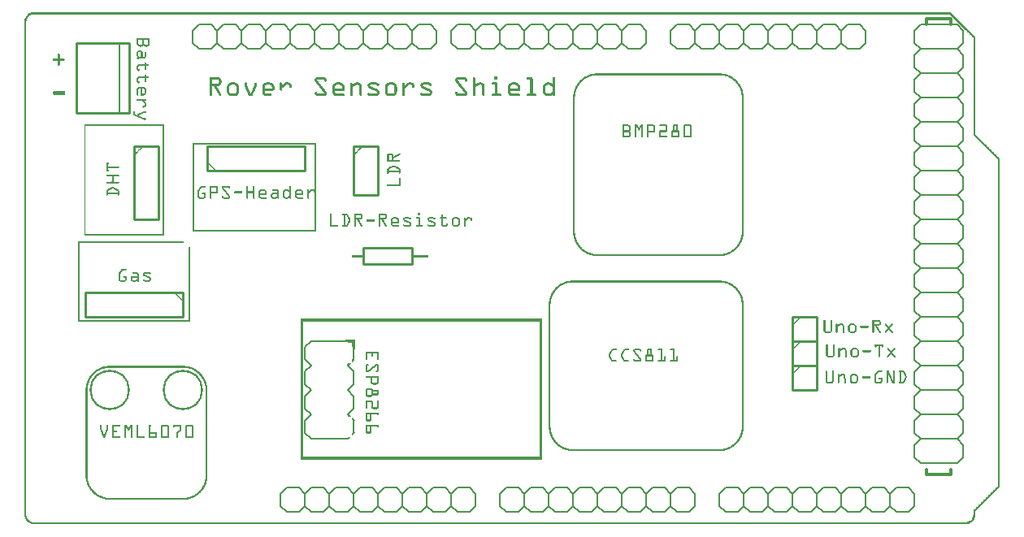
<source format=gto>
G04 MADE WITH FRITZING*
G04 WWW.FRITZING.ORG*
G04 DOUBLE SIDED*
G04 HOLES PLATED*
G04 CONTOUR ON CENTER OF CONTOUR VECTOR*
%ASAXBY*%
%FSLAX23Y23*%
%MOIN*%
%OFA0B0*%
%SFA1.0B1.0*%
%ADD10C,0.165480X0.14948*%
%ADD11C,0.010000*%
%ADD12C,0.005000*%
%ADD13C,0.012000*%
%ADD14C,0.006000*%
%ADD15C,0.008051*%
%ADD16R,0.001000X0.001000*%
%LNSILK1*%
G90*
G70*
G54D10*
X358Y552D03*
X658Y552D03*
G54D11*
X658Y952D02*
X258Y952D01*
D02*
X258Y952D02*
X258Y852D01*
D02*
X258Y852D02*
X658Y852D01*
D02*
X658Y852D02*
X658Y952D01*
D02*
X458Y1552D02*
X458Y1252D01*
D02*
X458Y1252D02*
X558Y1252D01*
D02*
X558Y1252D02*
X558Y1552D01*
D02*
X558Y1552D02*
X458Y1552D01*
D02*
X758Y1452D02*
X1158Y1452D01*
D02*
X1158Y1452D02*
X1158Y1552D01*
D02*
X1158Y1552D02*
X758Y1552D01*
D02*
X758Y1552D02*
X758Y1452D01*
D02*
X220Y1976D02*
X220Y1690D01*
D02*
X220Y1690D02*
X436Y1690D01*
D02*
X436Y1690D02*
X436Y1976D01*
D02*
X436Y1976D02*
X220Y1976D01*
G54D12*
D02*
X396Y1690D02*
X396Y1976D01*
G54D11*
D02*
X1358Y1552D02*
X1358Y1352D01*
D02*
X1358Y1352D02*
X1458Y1352D01*
D02*
X1458Y1352D02*
X1458Y1552D01*
D02*
X1458Y1552D02*
X1358Y1552D01*
D02*
X3158Y652D02*
X3158Y552D01*
D02*
X3158Y552D02*
X3258Y552D01*
D02*
X3258Y552D02*
X3258Y652D01*
D02*
X3258Y652D02*
X3158Y652D01*
D02*
X3158Y752D02*
X3158Y652D01*
D02*
X3158Y652D02*
X3258Y652D01*
D02*
X3258Y652D02*
X3258Y752D01*
D02*
X3258Y752D02*
X3158Y752D01*
D02*
X3158Y852D02*
X3158Y752D01*
D02*
X3158Y752D02*
X3258Y752D01*
D02*
X3258Y752D02*
X3258Y852D01*
D02*
X3258Y852D02*
X3158Y852D01*
D02*
X1598Y1069D02*
X1398Y1069D01*
D02*
X1398Y1069D02*
X1398Y1135D01*
D02*
X1398Y1135D02*
X1598Y1135D01*
D02*
X1598Y1135D02*
X1598Y1069D01*
G54D13*
D02*
X3708Y227D02*
X3708Y207D01*
D02*
X3708Y207D02*
X3808Y207D01*
D02*
X3808Y207D02*
X3808Y227D01*
D02*
X3708Y2052D02*
X3708Y2077D01*
D02*
X3708Y2077D02*
X3808Y2077D01*
D02*
X3808Y2077D02*
X3808Y2052D01*
G54D14*
D02*
X3483Y152D02*
X3533Y152D01*
D02*
X3533Y152D02*
X3558Y127D01*
D02*
X3558Y127D02*
X3558Y77D01*
D02*
X3558Y77D02*
X3533Y52D01*
D02*
X3358Y127D02*
X3383Y152D01*
D02*
X3383Y152D02*
X3433Y152D01*
D02*
X3433Y152D02*
X3458Y127D01*
D02*
X3458Y127D02*
X3458Y77D01*
D02*
X3458Y77D02*
X3433Y52D01*
D02*
X3433Y52D02*
X3383Y52D01*
D02*
X3383Y52D02*
X3358Y77D01*
D02*
X3483Y152D02*
X3458Y127D01*
D02*
X3458Y77D02*
X3483Y52D01*
D02*
X3533Y52D02*
X3483Y52D01*
D02*
X3183Y152D02*
X3233Y152D01*
D02*
X3233Y152D02*
X3258Y127D01*
D02*
X3258Y127D02*
X3258Y77D01*
D02*
X3258Y77D02*
X3233Y52D01*
D02*
X3258Y127D02*
X3283Y152D01*
D02*
X3283Y152D02*
X3333Y152D01*
D02*
X3333Y152D02*
X3358Y127D01*
D02*
X3358Y127D02*
X3358Y77D01*
D02*
X3358Y77D02*
X3333Y52D01*
D02*
X3333Y52D02*
X3283Y52D01*
D02*
X3283Y52D02*
X3258Y77D01*
D02*
X3058Y127D02*
X3083Y152D01*
D02*
X3083Y152D02*
X3133Y152D01*
D02*
X3133Y152D02*
X3158Y127D01*
D02*
X3158Y127D02*
X3158Y77D01*
D02*
X3158Y77D02*
X3133Y52D01*
D02*
X3133Y52D02*
X3083Y52D01*
D02*
X3083Y52D02*
X3058Y77D01*
D02*
X3183Y152D02*
X3158Y127D01*
D02*
X3158Y77D02*
X3183Y52D01*
D02*
X3233Y52D02*
X3183Y52D01*
D02*
X2883Y152D02*
X2933Y152D01*
D02*
X2933Y152D02*
X2958Y127D01*
D02*
X2958Y127D02*
X2958Y77D01*
D02*
X2958Y77D02*
X2933Y52D01*
D02*
X2958Y127D02*
X2983Y152D01*
D02*
X2983Y152D02*
X3033Y152D01*
D02*
X3033Y152D02*
X3058Y127D01*
D02*
X3058Y127D02*
X3058Y77D01*
D02*
X3058Y77D02*
X3033Y52D01*
D02*
X3033Y52D02*
X2983Y52D01*
D02*
X2983Y52D02*
X2958Y77D01*
D02*
X2858Y127D02*
X2858Y77D01*
D02*
X2883Y152D02*
X2858Y127D01*
D02*
X2858Y77D02*
X2883Y52D01*
D02*
X2933Y52D02*
X2883Y52D01*
D02*
X3583Y152D02*
X3633Y152D01*
D02*
X3633Y152D02*
X3658Y127D01*
D02*
X3658Y127D02*
X3658Y77D01*
D02*
X3658Y77D02*
X3633Y52D01*
D02*
X3583Y152D02*
X3558Y127D01*
D02*
X3558Y77D02*
X3583Y52D01*
D02*
X3633Y52D02*
X3583Y52D01*
D02*
X2583Y152D02*
X2633Y152D01*
D02*
X2633Y152D02*
X2658Y127D01*
D02*
X2658Y127D02*
X2658Y77D01*
D02*
X2658Y77D02*
X2633Y52D01*
D02*
X2458Y127D02*
X2483Y152D01*
D02*
X2483Y152D02*
X2533Y152D01*
D02*
X2533Y152D02*
X2558Y127D01*
D02*
X2558Y127D02*
X2558Y77D01*
D02*
X2558Y77D02*
X2533Y52D01*
D02*
X2533Y52D02*
X2483Y52D01*
D02*
X2483Y52D02*
X2458Y77D01*
D02*
X2583Y152D02*
X2558Y127D01*
D02*
X2558Y77D02*
X2583Y52D01*
D02*
X2633Y52D02*
X2583Y52D01*
D02*
X2283Y152D02*
X2333Y152D01*
D02*
X2333Y152D02*
X2358Y127D01*
D02*
X2358Y127D02*
X2358Y77D01*
D02*
X2358Y77D02*
X2333Y52D01*
D02*
X2358Y127D02*
X2383Y152D01*
D02*
X2383Y152D02*
X2433Y152D01*
D02*
X2433Y152D02*
X2458Y127D01*
D02*
X2458Y127D02*
X2458Y77D01*
D02*
X2458Y77D02*
X2433Y52D01*
D02*
X2433Y52D02*
X2383Y52D01*
D02*
X2383Y52D02*
X2358Y77D01*
D02*
X2158Y127D02*
X2183Y152D01*
D02*
X2183Y152D02*
X2233Y152D01*
D02*
X2233Y152D02*
X2258Y127D01*
D02*
X2258Y127D02*
X2258Y77D01*
D02*
X2258Y77D02*
X2233Y52D01*
D02*
X2233Y52D02*
X2183Y52D01*
D02*
X2183Y52D02*
X2158Y77D01*
D02*
X2283Y152D02*
X2258Y127D01*
D02*
X2258Y77D02*
X2283Y52D01*
D02*
X2333Y52D02*
X2283Y52D01*
D02*
X1983Y152D02*
X2033Y152D01*
D02*
X2033Y152D02*
X2058Y127D01*
D02*
X2058Y127D02*
X2058Y77D01*
D02*
X2058Y77D02*
X2033Y52D01*
D02*
X2058Y127D02*
X2083Y152D01*
D02*
X2083Y152D02*
X2133Y152D01*
D02*
X2133Y152D02*
X2158Y127D01*
D02*
X2158Y127D02*
X2158Y77D01*
D02*
X2158Y77D02*
X2133Y52D01*
D02*
X2133Y52D02*
X2083Y52D01*
D02*
X2083Y52D02*
X2058Y77D01*
D02*
X1958Y127D02*
X1958Y77D01*
D02*
X1983Y152D02*
X1958Y127D01*
D02*
X1958Y77D02*
X1983Y52D01*
D02*
X2033Y52D02*
X1983Y52D01*
D02*
X2683Y152D02*
X2733Y152D01*
D02*
X2733Y152D02*
X2758Y127D01*
D02*
X2758Y127D02*
X2758Y77D01*
D02*
X2758Y77D02*
X2733Y52D01*
D02*
X2683Y152D02*
X2658Y127D01*
D02*
X2658Y77D02*
X2683Y52D01*
D02*
X2733Y52D02*
X2683Y52D01*
D02*
X2833Y1952D02*
X2783Y1952D01*
D02*
X2783Y1952D02*
X2758Y1977D01*
D02*
X2758Y1977D02*
X2758Y2027D01*
D02*
X2758Y2027D02*
X2783Y2052D01*
D02*
X2958Y1977D02*
X2933Y1952D01*
D02*
X2933Y1952D02*
X2883Y1952D01*
D02*
X2883Y1952D02*
X2858Y1977D01*
D02*
X2858Y1977D02*
X2858Y2027D01*
D02*
X2858Y2027D02*
X2883Y2052D01*
D02*
X2883Y2052D02*
X2933Y2052D01*
D02*
X2933Y2052D02*
X2958Y2027D01*
D02*
X2833Y1952D02*
X2858Y1977D01*
D02*
X2858Y2027D02*
X2833Y2052D01*
D02*
X2783Y2052D02*
X2833Y2052D01*
D02*
X3133Y1952D02*
X3083Y1952D01*
D02*
X3083Y1952D02*
X3058Y1977D01*
D02*
X3058Y1977D02*
X3058Y2027D01*
D02*
X3058Y2027D02*
X3083Y2052D01*
D02*
X3058Y1977D02*
X3033Y1952D01*
D02*
X3033Y1952D02*
X2983Y1952D01*
D02*
X2983Y1952D02*
X2958Y1977D01*
D02*
X2958Y1977D02*
X2958Y2027D01*
D02*
X2958Y2027D02*
X2983Y2052D01*
D02*
X2983Y2052D02*
X3033Y2052D01*
D02*
X3033Y2052D02*
X3058Y2027D01*
D02*
X3258Y1977D02*
X3233Y1952D01*
D02*
X3233Y1952D02*
X3183Y1952D01*
D02*
X3183Y1952D02*
X3158Y1977D01*
D02*
X3158Y1977D02*
X3158Y2027D01*
D02*
X3158Y2027D02*
X3183Y2052D01*
D02*
X3183Y2052D02*
X3233Y2052D01*
D02*
X3233Y2052D02*
X3258Y2027D01*
D02*
X3133Y1952D02*
X3158Y1977D01*
D02*
X3158Y2027D02*
X3133Y2052D01*
D02*
X3083Y2052D02*
X3133Y2052D01*
D02*
X3433Y1952D02*
X3383Y1952D01*
D02*
X3383Y1952D02*
X3358Y1977D01*
D02*
X3358Y1977D02*
X3358Y2027D01*
D02*
X3358Y2027D02*
X3383Y2052D01*
D02*
X3358Y1977D02*
X3333Y1952D01*
D02*
X3333Y1952D02*
X3283Y1952D01*
D02*
X3283Y1952D02*
X3258Y1977D01*
D02*
X3258Y1977D02*
X3258Y2027D01*
D02*
X3258Y2027D02*
X3283Y2052D01*
D02*
X3283Y2052D02*
X3333Y2052D01*
D02*
X3333Y2052D02*
X3358Y2027D01*
D02*
X3458Y1977D02*
X3458Y2027D01*
D02*
X3433Y1952D02*
X3458Y1977D01*
D02*
X3458Y2027D02*
X3433Y2052D01*
D02*
X3383Y2052D02*
X3433Y2052D01*
D02*
X2733Y1952D02*
X2683Y1952D01*
D02*
X2683Y1952D02*
X2658Y1977D01*
D02*
X2658Y1977D02*
X2658Y2027D01*
D02*
X2658Y2027D02*
X2683Y2052D01*
D02*
X2733Y1952D02*
X2758Y1977D01*
D02*
X2758Y2027D02*
X2733Y2052D01*
D02*
X2683Y2052D02*
X2733Y2052D01*
D02*
X1498Y2027D02*
X1523Y2052D01*
D02*
X1523Y2052D02*
X1573Y2052D01*
D02*
X1573Y2052D02*
X1598Y2027D01*
D02*
X1598Y2027D02*
X1598Y1977D01*
D02*
X1598Y1977D02*
X1573Y1952D01*
D02*
X1573Y1952D02*
X1523Y1952D01*
D02*
X1523Y1952D02*
X1498Y1977D01*
D02*
X1323Y2052D02*
X1373Y2052D01*
D02*
X1373Y2052D02*
X1398Y2027D01*
D02*
X1398Y2027D02*
X1398Y1977D01*
D02*
X1398Y1977D02*
X1373Y1952D01*
D02*
X1398Y2027D02*
X1423Y2052D01*
D02*
X1423Y2052D02*
X1473Y2052D01*
D02*
X1473Y2052D02*
X1498Y2027D01*
D02*
X1498Y2027D02*
X1498Y1977D01*
D02*
X1498Y1977D02*
X1473Y1952D01*
D02*
X1473Y1952D02*
X1423Y1952D01*
D02*
X1423Y1952D02*
X1398Y1977D01*
D02*
X1198Y2027D02*
X1223Y2052D01*
D02*
X1223Y2052D02*
X1273Y2052D01*
D02*
X1273Y2052D02*
X1298Y2027D01*
D02*
X1298Y2027D02*
X1298Y1977D01*
D02*
X1298Y1977D02*
X1273Y1952D01*
D02*
X1273Y1952D02*
X1223Y1952D01*
D02*
X1223Y1952D02*
X1198Y1977D01*
D02*
X1323Y2052D02*
X1298Y2027D01*
D02*
X1298Y1977D02*
X1323Y1952D01*
D02*
X1373Y1952D02*
X1323Y1952D01*
D02*
X1023Y2052D02*
X1073Y2052D01*
D02*
X1073Y2052D02*
X1098Y2027D01*
D02*
X1098Y2027D02*
X1098Y1977D01*
D02*
X1098Y1977D02*
X1073Y1952D01*
D02*
X1098Y2027D02*
X1123Y2052D01*
D02*
X1123Y2052D02*
X1173Y2052D01*
D02*
X1173Y2052D02*
X1198Y2027D01*
D02*
X1198Y2027D02*
X1198Y1977D01*
D02*
X1198Y1977D02*
X1173Y1952D01*
D02*
X1173Y1952D02*
X1123Y1952D01*
D02*
X1123Y1952D02*
X1098Y1977D01*
D02*
X898Y2027D02*
X923Y2052D01*
D02*
X923Y2052D02*
X973Y2052D01*
D02*
X973Y2052D02*
X998Y2027D01*
D02*
X998Y2027D02*
X998Y1977D01*
D02*
X998Y1977D02*
X973Y1952D01*
D02*
X973Y1952D02*
X923Y1952D01*
D02*
X923Y1952D02*
X898Y1977D01*
D02*
X1023Y2052D02*
X998Y2027D01*
D02*
X998Y1977D02*
X1023Y1952D01*
D02*
X1073Y1952D02*
X1023Y1952D01*
D02*
X723Y2052D02*
X773Y2052D01*
D02*
X773Y2052D02*
X798Y2027D01*
D02*
X798Y2027D02*
X798Y1977D01*
D02*
X798Y1977D02*
X773Y1952D01*
D02*
X798Y2027D02*
X823Y2052D01*
D02*
X823Y2052D02*
X873Y2052D01*
D02*
X873Y2052D02*
X898Y2027D01*
D02*
X898Y2027D02*
X898Y1977D01*
D02*
X898Y1977D02*
X873Y1952D01*
D02*
X873Y1952D02*
X823Y1952D01*
D02*
X823Y1952D02*
X798Y1977D01*
D02*
X698Y2027D02*
X698Y1977D01*
D02*
X723Y2052D02*
X698Y2027D01*
D02*
X698Y1977D02*
X723Y1952D01*
D02*
X773Y1952D02*
X723Y1952D01*
D02*
X1623Y2052D02*
X1673Y2052D01*
D02*
X1673Y2052D02*
X1698Y2027D01*
D02*
X1698Y2027D02*
X1698Y1977D01*
D02*
X1698Y1977D02*
X1673Y1952D01*
D02*
X1623Y2052D02*
X1598Y2027D01*
D02*
X1598Y1977D02*
X1623Y1952D01*
D02*
X1673Y1952D02*
X1623Y1952D01*
D02*
X1683Y152D02*
X1733Y152D01*
D02*
X1733Y152D02*
X1758Y127D01*
D02*
X1758Y127D02*
X1758Y77D01*
D02*
X1758Y77D02*
X1733Y52D01*
D02*
X1558Y127D02*
X1583Y152D01*
D02*
X1583Y152D02*
X1633Y152D01*
D02*
X1633Y152D02*
X1658Y127D01*
D02*
X1658Y127D02*
X1658Y77D01*
D02*
X1658Y77D02*
X1633Y52D01*
D02*
X1633Y52D02*
X1583Y52D01*
D02*
X1583Y52D02*
X1558Y77D01*
D02*
X1683Y152D02*
X1658Y127D01*
D02*
X1658Y77D02*
X1683Y52D01*
D02*
X1733Y52D02*
X1683Y52D01*
D02*
X1383Y152D02*
X1433Y152D01*
D02*
X1433Y152D02*
X1458Y127D01*
D02*
X1458Y127D02*
X1458Y77D01*
D02*
X1458Y77D02*
X1433Y52D01*
D02*
X1458Y127D02*
X1483Y152D01*
D02*
X1483Y152D02*
X1533Y152D01*
D02*
X1533Y152D02*
X1558Y127D01*
D02*
X1558Y127D02*
X1558Y77D01*
D02*
X1558Y77D02*
X1533Y52D01*
D02*
X1533Y52D02*
X1483Y52D01*
D02*
X1483Y52D02*
X1458Y77D01*
D02*
X1258Y127D02*
X1283Y152D01*
D02*
X1283Y152D02*
X1333Y152D01*
D02*
X1333Y152D02*
X1358Y127D01*
D02*
X1358Y127D02*
X1358Y77D01*
D02*
X1358Y77D02*
X1333Y52D01*
D02*
X1333Y52D02*
X1283Y52D01*
D02*
X1283Y52D02*
X1258Y77D01*
D02*
X1383Y152D02*
X1358Y127D01*
D02*
X1358Y77D02*
X1383Y52D01*
D02*
X1433Y52D02*
X1383Y52D01*
D02*
X1083Y152D02*
X1133Y152D01*
D02*
X1133Y152D02*
X1158Y127D01*
D02*
X1158Y127D02*
X1158Y77D01*
D02*
X1158Y77D02*
X1133Y52D01*
D02*
X1158Y127D02*
X1183Y152D01*
D02*
X1183Y152D02*
X1233Y152D01*
D02*
X1233Y152D02*
X1258Y127D01*
D02*
X1258Y127D02*
X1258Y77D01*
D02*
X1258Y77D02*
X1233Y52D01*
D02*
X1233Y52D02*
X1183Y52D01*
D02*
X1183Y52D02*
X1158Y77D01*
D02*
X1058Y127D02*
X1058Y77D01*
D02*
X1083Y152D02*
X1058Y127D01*
D02*
X1058Y77D02*
X1083Y52D01*
D02*
X1133Y52D02*
X1083Y52D01*
D02*
X1783Y152D02*
X1833Y152D01*
D02*
X1833Y152D02*
X1858Y127D01*
D02*
X1858Y127D02*
X1858Y77D01*
D02*
X1858Y77D02*
X1833Y52D01*
D02*
X1783Y152D02*
X1758Y127D01*
D02*
X1758Y77D02*
X1783Y52D01*
D02*
X1833Y52D02*
X1783Y52D01*
D02*
X1933Y1952D02*
X1883Y1952D01*
D02*
X1883Y1952D02*
X1858Y1977D01*
D02*
X1858Y1977D02*
X1858Y2027D01*
D02*
X1858Y2027D02*
X1883Y2052D01*
D02*
X2058Y1977D02*
X2033Y1952D01*
D02*
X2033Y1952D02*
X1983Y1952D01*
D02*
X1983Y1952D02*
X1958Y1977D01*
D02*
X1958Y1977D02*
X1958Y2027D01*
D02*
X1958Y2027D02*
X1983Y2052D01*
D02*
X1983Y2052D02*
X2033Y2052D01*
D02*
X2033Y2052D02*
X2058Y2027D01*
D02*
X1933Y1952D02*
X1958Y1977D01*
D02*
X1958Y2027D02*
X1933Y2052D01*
D02*
X1883Y2052D02*
X1933Y2052D01*
D02*
X2233Y1952D02*
X2183Y1952D01*
D02*
X2183Y1952D02*
X2158Y1977D01*
D02*
X2158Y1977D02*
X2158Y2027D01*
D02*
X2158Y2027D02*
X2183Y2052D01*
D02*
X2158Y1977D02*
X2133Y1952D01*
D02*
X2133Y1952D02*
X2083Y1952D01*
D02*
X2083Y1952D02*
X2058Y1977D01*
D02*
X2058Y1977D02*
X2058Y2027D01*
D02*
X2058Y2027D02*
X2083Y2052D01*
D02*
X2083Y2052D02*
X2133Y2052D01*
D02*
X2133Y2052D02*
X2158Y2027D01*
D02*
X2358Y1977D02*
X2333Y1952D01*
D02*
X2333Y1952D02*
X2283Y1952D01*
D02*
X2283Y1952D02*
X2258Y1977D01*
D02*
X2258Y1977D02*
X2258Y2027D01*
D02*
X2258Y2027D02*
X2283Y2052D01*
D02*
X2283Y2052D02*
X2333Y2052D01*
D02*
X2333Y2052D02*
X2358Y2027D01*
D02*
X2233Y1952D02*
X2258Y1977D01*
D02*
X2258Y2027D02*
X2233Y2052D01*
D02*
X2183Y2052D02*
X2233Y2052D01*
D02*
X2533Y1952D02*
X2483Y1952D01*
D02*
X2483Y1952D02*
X2458Y1977D01*
D02*
X2458Y1977D02*
X2458Y2027D01*
D02*
X2458Y2027D02*
X2483Y2052D01*
D02*
X2458Y1977D02*
X2433Y1952D01*
D02*
X2433Y1952D02*
X2383Y1952D01*
D02*
X2383Y1952D02*
X2358Y1977D01*
D02*
X2358Y1977D02*
X2358Y2027D01*
D02*
X2358Y2027D02*
X2383Y2052D01*
D02*
X2383Y2052D02*
X2433Y2052D01*
D02*
X2433Y2052D02*
X2458Y2027D01*
D02*
X2558Y1977D02*
X2558Y2027D01*
D02*
X2533Y1952D02*
X2558Y1977D01*
D02*
X2558Y2027D02*
X2533Y2052D01*
D02*
X2483Y2052D02*
X2533Y2052D01*
D02*
X1833Y1952D02*
X1783Y1952D01*
D02*
X1783Y1952D02*
X1758Y1977D01*
D02*
X1758Y1977D02*
X1758Y2027D01*
D02*
X1758Y2027D02*
X1783Y2052D01*
D02*
X1833Y1952D02*
X1858Y1977D01*
D02*
X1858Y2027D02*
X1833Y2052D01*
D02*
X1783Y2052D02*
X1833Y2052D01*
D02*
X3683Y2052D02*
X3658Y2027D01*
D02*
X3658Y2027D02*
X3658Y1977D01*
D02*
X3658Y1977D02*
X3683Y1952D01*
D02*
X3683Y1952D02*
X3658Y1927D01*
D02*
X3658Y1927D02*
X3658Y1877D01*
D02*
X3658Y1877D02*
X3683Y1852D01*
D02*
X3683Y1852D02*
X3658Y1827D01*
D02*
X3658Y1827D02*
X3658Y1777D01*
D02*
X3658Y1777D02*
X3683Y1752D01*
D02*
X3683Y1752D02*
X3658Y1727D01*
D02*
X3658Y1727D02*
X3658Y1677D01*
D02*
X3658Y1677D02*
X3683Y1652D01*
D02*
X3683Y1652D02*
X3658Y1627D01*
D02*
X3658Y1627D02*
X3658Y1577D01*
D02*
X3658Y1577D02*
X3683Y1552D01*
D02*
X3683Y1552D02*
X3658Y1527D01*
D02*
X3658Y1527D02*
X3658Y1477D01*
D02*
X3658Y1477D02*
X3683Y1452D01*
D02*
X3683Y2052D02*
X3833Y2052D01*
D02*
X3833Y2052D02*
X3858Y2027D01*
D02*
X3858Y2027D02*
X3858Y1977D01*
D02*
X3858Y1977D02*
X3833Y1952D01*
D02*
X3833Y1952D02*
X3858Y1927D01*
D02*
X3858Y1927D02*
X3858Y1877D01*
D02*
X3858Y1877D02*
X3833Y1852D01*
D02*
X3833Y1852D02*
X3858Y1827D01*
D02*
X3858Y1827D02*
X3858Y1777D01*
D02*
X3858Y1777D02*
X3833Y1752D01*
D02*
X3833Y1752D02*
X3858Y1727D01*
D02*
X3858Y1727D02*
X3858Y1677D01*
D02*
X3858Y1677D02*
X3833Y1652D01*
D02*
X3833Y1652D02*
X3858Y1627D01*
D02*
X3858Y1627D02*
X3858Y1577D01*
D02*
X3858Y1577D02*
X3833Y1552D01*
D02*
X3833Y1552D02*
X3858Y1527D01*
D02*
X3858Y1527D02*
X3858Y1477D01*
D02*
X3858Y1477D02*
X3833Y1452D01*
D02*
X3833Y1452D02*
X3858Y1427D01*
D02*
X3858Y1427D02*
X3858Y1377D01*
D02*
X3858Y1377D02*
X3833Y1352D01*
D02*
X3833Y1352D02*
X3858Y1327D01*
D02*
X3858Y1327D02*
X3858Y1277D01*
D02*
X3858Y1277D02*
X3833Y1252D01*
D02*
X3833Y1252D02*
X3858Y1227D01*
D02*
X3858Y1227D02*
X3858Y1177D01*
D02*
X3858Y1177D02*
X3833Y1152D01*
D02*
X3833Y1152D02*
X3858Y1127D01*
D02*
X3858Y1127D02*
X3858Y1077D01*
D02*
X3858Y1077D02*
X3833Y1052D01*
D02*
X3833Y1052D02*
X3858Y1027D01*
D02*
X3858Y1027D02*
X3858Y977D01*
D02*
X3858Y977D02*
X3833Y952D01*
D02*
X3833Y952D02*
X3858Y927D01*
D02*
X3858Y927D02*
X3858Y877D01*
D02*
X3833Y852D02*
X3858Y877D01*
D02*
X3833Y852D02*
X3858Y827D01*
D02*
X3858Y777D02*
X3858Y827D01*
D02*
X3858Y777D02*
X3833Y752D01*
D02*
X3833Y752D02*
X3858Y727D01*
D02*
X3858Y677D02*
X3858Y727D01*
D02*
X3858Y677D02*
X3833Y652D01*
D02*
X3833Y652D02*
X3858Y627D01*
D02*
X3858Y577D02*
X3858Y627D01*
D02*
X3858Y577D02*
X3833Y552D01*
D02*
X3833Y552D02*
X3858Y527D01*
D02*
X3858Y477D02*
X3858Y527D01*
D02*
X3858Y477D02*
X3833Y452D01*
D02*
X3833Y452D02*
X3858Y427D01*
D02*
X3858Y377D02*
X3858Y427D01*
D02*
X3858Y377D02*
X3833Y352D01*
D02*
X3833Y352D02*
X3858Y327D01*
D02*
X3858Y277D02*
X3858Y327D01*
D02*
X3858Y277D02*
X3833Y252D01*
D02*
X3683Y252D02*
X3658Y277D01*
D02*
X3658Y277D02*
X3658Y327D01*
D02*
X3683Y352D02*
X3658Y327D01*
D02*
X3683Y352D02*
X3658Y377D01*
D02*
X3658Y377D02*
X3658Y427D01*
D02*
X3683Y452D02*
X3658Y427D01*
D02*
X3683Y452D02*
X3658Y477D01*
D02*
X3658Y527D02*
X3658Y477D01*
D02*
X3658Y527D02*
X3683Y552D01*
D02*
X3683Y552D02*
X3658Y577D01*
D02*
X3658Y627D02*
X3658Y577D01*
D02*
X3658Y627D02*
X3683Y652D01*
D02*
X3683Y652D02*
X3658Y677D01*
D02*
X3658Y677D02*
X3658Y727D01*
D02*
X3683Y752D02*
X3658Y727D01*
D02*
X3683Y752D02*
X3658Y777D01*
D02*
X3658Y777D02*
X3658Y827D01*
D02*
X3683Y852D02*
X3658Y827D01*
D02*
X3683Y852D02*
X3658Y877D01*
D02*
X3658Y877D02*
X3658Y927D01*
D02*
X3683Y952D02*
X3658Y927D01*
D02*
X3683Y952D02*
X3658Y977D01*
D02*
X3658Y977D02*
X3658Y1027D01*
D02*
X3683Y1052D02*
X3658Y1027D01*
D02*
X3683Y1052D02*
X3658Y1077D01*
D02*
X3658Y1077D02*
X3658Y1127D01*
D02*
X3683Y1152D02*
X3658Y1127D01*
D02*
X3683Y1152D02*
X3658Y1177D01*
D02*
X3658Y1177D02*
X3658Y1227D01*
D02*
X3683Y1252D02*
X3658Y1227D01*
D02*
X3683Y1252D02*
X3658Y1277D01*
D02*
X3658Y1277D02*
X3658Y1327D01*
D02*
X3683Y1352D02*
X3658Y1327D01*
D02*
X3683Y1352D02*
X3658Y1377D01*
D02*
X3658Y1377D02*
X3658Y1427D01*
D02*
X3683Y1452D02*
X3658Y1427D01*
D02*
X3833Y1952D02*
X3683Y1952D01*
D02*
X3833Y1852D02*
X3683Y1852D01*
D02*
X3833Y1752D02*
X3683Y1752D01*
D02*
X3833Y1652D02*
X3683Y1652D01*
D02*
X3833Y1552D02*
X3683Y1552D01*
D02*
X3833Y1452D02*
X3683Y1452D01*
D02*
X3833Y1352D02*
X3683Y1352D01*
D02*
X3833Y1252D02*
X3683Y1252D01*
D02*
X3833Y1152D02*
X3683Y1152D01*
D02*
X3833Y1052D02*
X3683Y1052D01*
D02*
X3833Y952D02*
X3683Y952D01*
D02*
X3833Y852D02*
X3683Y852D01*
D02*
X3833Y752D02*
X3683Y752D01*
D02*
X3833Y652D02*
X3683Y652D01*
D02*
X3833Y552D02*
X3683Y552D01*
D02*
X3833Y452D02*
X3683Y452D01*
D02*
X3833Y352D02*
X3683Y352D01*
D02*
X3833Y252D02*
X3683Y252D01*
G54D15*
D02*
X1183Y754D02*
X1158Y729D01*
D02*
X1158Y679D02*
X1183Y654D01*
D02*
X1183Y654D02*
X1158Y629D01*
D02*
X1158Y578D02*
X1183Y553D01*
D02*
X1183Y553D02*
X1158Y528D01*
D02*
X1158Y478D02*
X1183Y452D01*
D02*
X1183Y754D02*
X1333Y754D01*
D02*
X1358Y729D02*
X1358Y679D01*
D02*
X1333Y654D02*
X1358Y629D01*
D02*
X1358Y629D02*
X1358Y578D01*
D02*
X1358Y578D02*
X1333Y553D01*
D02*
X1333Y553D02*
X1358Y528D01*
D02*
X1358Y528D02*
X1358Y478D01*
D02*
X1358Y478D02*
X1333Y452D01*
D02*
X1158Y528D02*
X1158Y478D01*
D02*
X1158Y629D02*
X1158Y578D01*
D02*
X1158Y729D02*
X1158Y679D01*
D02*
X1158Y377D02*
X1183Y352D01*
D02*
X1358Y427D02*
X1358Y377D01*
D02*
X1333Y352D02*
X1183Y352D01*
D02*
X1158Y427D02*
X1158Y377D01*
D02*
X1183Y452D02*
X1158Y427D01*
G54D16*
X34Y2102D02*
X3805Y2102D01*
X31Y2101D02*
X33Y2101D01*
X35Y2101D02*
X3806Y2101D01*
X28Y2100D02*
X30Y2100D01*
X32Y2100D02*
X3807Y2100D01*
X26Y2099D02*
X27Y2099D01*
X30Y2099D02*
X3808Y2099D01*
X24Y2098D02*
X25Y2098D01*
X28Y2098D02*
X3809Y2098D01*
X23Y2097D02*
X24Y2097D01*
X26Y2097D02*
X3810Y2097D01*
X21Y2096D02*
X22Y2096D01*
X25Y2096D02*
X3811Y2096D01*
X20Y2095D02*
X21Y2095D01*
X23Y2095D02*
X3812Y2095D01*
X19Y2094D02*
X19Y2094D01*
X22Y2094D02*
X38Y2094D01*
X3802Y2094D02*
X3813Y2094D01*
X18Y2093D02*
X18Y2093D01*
X21Y2093D02*
X35Y2093D01*
X3803Y2093D02*
X3814Y2093D01*
X17Y2092D02*
X17Y2092D01*
X20Y2092D02*
X32Y2092D01*
X3804Y2092D02*
X3815Y2092D01*
X16Y2091D02*
X16Y2091D01*
X19Y2091D02*
X30Y2091D01*
X3805Y2091D02*
X3816Y2091D01*
X15Y2090D02*
X15Y2090D01*
X18Y2090D02*
X29Y2090D01*
X3806Y2090D02*
X3817Y2090D01*
X14Y2089D02*
X15Y2089D01*
X17Y2089D02*
X27Y2089D01*
X3807Y2089D02*
X3818Y2089D01*
X14Y2088D02*
X14Y2088D01*
X16Y2088D02*
X26Y2088D01*
X3808Y2088D02*
X3819Y2088D01*
X13Y2087D02*
X13Y2087D01*
X15Y2087D02*
X25Y2087D01*
X3809Y2087D02*
X3820Y2087D01*
X12Y2086D02*
X12Y2086D01*
X14Y2086D02*
X24Y2086D01*
X3810Y2086D02*
X3821Y2086D01*
X12Y2085D02*
X12Y2085D01*
X14Y2085D02*
X23Y2085D01*
X3811Y2085D02*
X3822Y2085D01*
X11Y2084D02*
X11Y2084D01*
X13Y2084D02*
X22Y2084D01*
X3812Y2084D02*
X3823Y2084D01*
X11Y2083D02*
X11Y2083D01*
X13Y2083D02*
X21Y2083D01*
X3813Y2083D02*
X3824Y2083D01*
X10Y2082D02*
X10Y2082D01*
X12Y2082D02*
X20Y2082D01*
X3814Y2082D02*
X3825Y2082D01*
X10Y2081D02*
X20Y2081D01*
X3815Y2081D02*
X3826Y2081D01*
X9Y2080D02*
X9Y2080D01*
X11Y2080D02*
X19Y2080D01*
X3816Y2080D02*
X3827Y2080D01*
X9Y2079D02*
X9Y2079D01*
X11Y2079D02*
X18Y2079D01*
X3817Y2079D02*
X3828Y2079D01*
X9Y2078D02*
X18Y2078D01*
X3818Y2078D02*
X3829Y2078D01*
X8Y2077D02*
X8Y2077D01*
X10Y2077D02*
X17Y2077D01*
X3819Y2077D02*
X3830Y2077D01*
X8Y2076D02*
X17Y2076D01*
X3820Y2076D02*
X3831Y2076D01*
X8Y2075D02*
X16Y2075D01*
X3821Y2075D02*
X3832Y2075D01*
X8Y2074D02*
X16Y2074D01*
X3822Y2074D02*
X3833Y2074D01*
X8Y2073D02*
X16Y2073D01*
X3823Y2073D02*
X3834Y2073D01*
X7Y2072D02*
X15Y2072D01*
X3824Y2072D02*
X3835Y2072D01*
X7Y2071D02*
X15Y2071D01*
X3825Y2071D02*
X3836Y2071D01*
X7Y2070D02*
X15Y2070D01*
X3826Y2070D02*
X3837Y2070D01*
X7Y2069D02*
X15Y2069D01*
X3827Y2069D02*
X3838Y2069D01*
X7Y2068D02*
X15Y2068D01*
X3828Y2068D02*
X3839Y2068D01*
X7Y2067D02*
X14Y2067D01*
X3829Y2067D02*
X3840Y2067D01*
X7Y2066D02*
X14Y2066D01*
X3830Y2066D02*
X3841Y2066D01*
X7Y2065D02*
X14Y2065D01*
X3831Y2065D02*
X3842Y2065D01*
X7Y2064D02*
X14Y2064D01*
X3832Y2064D02*
X3843Y2064D01*
X7Y2063D02*
X14Y2063D01*
X3833Y2063D02*
X3844Y2063D01*
X7Y2062D02*
X14Y2062D01*
X3834Y2062D02*
X3845Y2062D01*
X7Y2061D02*
X14Y2061D01*
X3835Y2061D02*
X3846Y2061D01*
X7Y2060D02*
X14Y2060D01*
X3836Y2060D02*
X3847Y2060D01*
X7Y2059D02*
X14Y2059D01*
X3837Y2059D02*
X3848Y2059D01*
X7Y2058D02*
X14Y2058D01*
X3838Y2058D02*
X3849Y2058D01*
X7Y2057D02*
X14Y2057D01*
X3839Y2057D02*
X3850Y2057D01*
X7Y2056D02*
X14Y2056D01*
X3840Y2056D02*
X3851Y2056D01*
X7Y2055D02*
X14Y2055D01*
X3841Y2055D02*
X3852Y2055D01*
X7Y2054D02*
X14Y2054D01*
X3842Y2054D02*
X3853Y2054D01*
X7Y2053D02*
X14Y2053D01*
X3843Y2053D02*
X3854Y2053D01*
X7Y2052D02*
X14Y2052D01*
X3844Y2052D02*
X3855Y2052D01*
X7Y2051D02*
X14Y2051D01*
X3845Y2051D02*
X3856Y2051D01*
X7Y2050D02*
X14Y2050D01*
X3846Y2050D02*
X3857Y2050D01*
X7Y2049D02*
X14Y2049D01*
X3847Y2049D02*
X3858Y2049D01*
X7Y2048D02*
X14Y2048D01*
X3848Y2048D02*
X3859Y2048D01*
X7Y2047D02*
X14Y2047D01*
X3849Y2047D02*
X3860Y2047D01*
X7Y2046D02*
X14Y2046D01*
X3850Y2046D02*
X3861Y2046D01*
X7Y2045D02*
X14Y2045D01*
X3851Y2045D02*
X3862Y2045D01*
X7Y2044D02*
X14Y2044D01*
X3852Y2044D02*
X3863Y2044D01*
X7Y2043D02*
X14Y2043D01*
X3853Y2043D02*
X3864Y2043D01*
X7Y2042D02*
X14Y2042D01*
X3854Y2042D02*
X3865Y2042D01*
X7Y2041D02*
X14Y2041D01*
X3855Y2041D02*
X3866Y2041D01*
X7Y2040D02*
X14Y2040D01*
X3856Y2040D02*
X3867Y2040D01*
X7Y2039D02*
X14Y2039D01*
X3857Y2039D02*
X3868Y2039D01*
X7Y2038D02*
X14Y2038D01*
X3858Y2038D02*
X3869Y2038D01*
X7Y2037D02*
X14Y2037D01*
X3859Y2037D02*
X3870Y2037D01*
X7Y2036D02*
X14Y2036D01*
X3860Y2036D02*
X3871Y2036D01*
X7Y2035D02*
X14Y2035D01*
X3861Y2035D02*
X3872Y2035D01*
X7Y2034D02*
X14Y2034D01*
X3862Y2034D02*
X3873Y2034D01*
X7Y2033D02*
X14Y2033D01*
X3864Y2033D02*
X3874Y2033D01*
X7Y2032D02*
X14Y2032D01*
X3865Y2032D02*
X3875Y2032D01*
X7Y2031D02*
X14Y2031D01*
X3866Y2031D02*
X3876Y2031D01*
X7Y2030D02*
X14Y2030D01*
X3867Y2030D02*
X3877Y2030D01*
X7Y2029D02*
X14Y2029D01*
X3868Y2029D02*
X3878Y2029D01*
X7Y2028D02*
X14Y2028D01*
X3869Y2028D02*
X3879Y2028D01*
X7Y2027D02*
X14Y2027D01*
X3870Y2027D02*
X3880Y2027D01*
X7Y2026D02*
X14Y2026D01*
X3871Y2026D02*
X3881Y2026D01*
X7Y2025D02*
X14Y2025D01*
X3872Y2025D02*
X3882Y2025D01*
X7Y2024D02*
X14Y2024D01*
X3873Y2024D02*
X3883Y2024D01*
X7Y2023D02*
X14Y2023D01*
X3874Y2023D02*
X3884Y2023D01*
X7Y2022D02*
X14Y2022D01*
X3875Y2022D02*
X3885Y2022D01*
X7Y2021D02*
X14Y2021D01*
X3876Y2021D02*
X3886Y2021D01*
X7Y2020D02*
X14Y2020D01*
X3877Y2020D02*
X3887Y2020D01*
X7Y2019D02*
X14Y2019D01*
X3878Y2019D02*
X3888Y2019D01*
X7Y2018D02*
X14Y2018D01*
X3879Y2018D02*
X3889Y2018D01*
X7Y2017D02*
X14Y2017D01*
X3880Y2017D02*
X3890Y2017D01*
X7Y2016D02*
X14Y2016D01*
X3881Y2016D02*
X3891Y2016D01*
X7Y2015D02*
X14Y2015D01*
X3882Y2015D02*
X3892Y2015D01*
X7Y2014D02*
X14Y2014D01*
X3883Y2014D02*
X3893Y2014D01*
X7Y2013D02*
X14Y2013D01*
X3884Y2013D02*
X3894Y2013D01*
X7Y2012D02*
X14Y2012D01*
X3885Y2012D02*
X3895Y2012D01*
X7Y2011D02*
X14Y2011D01*
X3886Y2011D02*
X3896Y2011D01*
X7Y2010D02*
X14Y2010D01*
X3887Y2010D02*
X3897Y2010D01*
X7Y2009D02*
X14Y2009D01*
X3888Y2009D02*
X3898Y2009D01*
X7Y2008D02*
X14Y2008D01*
X3889Y2008D02*
X3899Y2008D01*
X7Y2007D02*
X14Y2007D01*
X3890Y2007D02*
X3900Y2007D01*
X7Y2006D02*
X14Y2006D01*
X3891Y2006D02*
X3901Y2006D01*
X7Y2005D02*
X14Y2005D01*
X3892Y2005D02*
X3902Y2005D01*
X7Y2004D02*
X14Y2004D01*
X3893Y2004D02*
X3903Y2004D01*
X7Y2003D02*
X14Y2003D01*
X3894Y2003D02*
X3904Y2003D01*
X7Y2002D02*
X14Y2002D01*
X3895Y2002D02*
X3905Y2002D01*
X7Y2001D02*
X14Y2001D01*
X3896Y2001D02*
X3906Y2001D01*
X7Y2000D02*
X14Y2000D01*
X3897Y2000D02*
X3906Y2000D01*
X7Y1999D02*
X14Y1999D01*
X3898Y1999D02*
X3906Y1999D01*
X7Y1998D02*
X14Y1998D01*
X3899Y1998D02*
X3906Y1998D01*
X7Y1997D02*
X14Y1997D01*
X3899Y1997D02*
X3906Y1997D01*
X7Y1996D02*
X14Y1996D01*
X467Y1996D02*
X520Y1996D01*
X3899Y1996D02*
X3906Y1996D01*
X7Y1995D02*
X14Y1995D01*
X467Y1995D02*
X520Y1995D01*
X3899Y1995D02*
X3906Y1995D01*
X7Y1994D02*
X14Y1994D01*
X467Y1994D02*
X520Y1994D01*
X3899Y1994D02*
X3906Y1994D01*
X7Y1993D02*
X14Y1993D01*
X467Y1993D02*
X520Y1993D01*
X3899Y1993D02*
X3906Y1993D01*
X7Y1992D02*
X14Y1992D01*
X467Y1992D02*
X520Y1992D01*
X3899Y1992D02*
X3906Y1992D01*
X7Y1991D02*
X14Y1991D01*
X467Y1991D02*
X520Y1991D01*
X3899Y1991D02*
X3906Y1991D01*
X7Y1990D02*
X14Y1990D01*
X467Y1990D02*
X520Y1990D01*
X3899Y1990D02*
X3906Y1990D01*
X7Y1989D02*
X14Y1989D01*
X467Y1989D02*
X473Y1989D01*
X491Y1989D02*
X497Y1989D01*
X514Y1989D02*
X520Y1989D01*
X3899Y1989D02*
X3906Y1989D01*
X7Y1988D02*
X14Y1988D01*
X467Y1988D02*
X473Y1988D01*
X491Y1988D02*
X497Y1988D01*
X514Y1988D02*
X520Y1988D01*
X3899Y1988D02*
X3906Y1988D01*
X7Y1987D02*
X14Y1987D01*
X467Y1987D02*
X473Y1987D01*
X491Y1987D02*
X497Y1987D01*
X514Y1987D02*
X520Y1987D01*
X3899Y1987D02*
X3906Y1987D01*
X7Y1986D02*
X14Y1986D01*
X467Y1986D02*
X473Y1986D01*
X491Y1986D02*
X497Y1986D01*
X514Y1986D02*
X520Y1986D01*
X3899Y1986D02*
X3906Y1986D01*
X7Y1985D02*
X14Y1985D01*
X467Y1985D02*
X473Y1985D01*
X491Y1985D02*
X497Y1985D01*
X514Y1985D02*
X520Y1985D01*
X3899Y1985D02*
X3906Y1985D01*
X7Y1984D02*
X14Y1984D01*
X467Y1984D02*
X473Y1984D01*
X491Y1984D02*
X497Y1984D01*
X514Y1984D02*
X520Y1984D01*
X3899Y1984D02*
X3906Y1984D01*
X7Y1983D02*
X14Y1983D01*
X467Y1983D02*
X473Y1983D01*
X491Y1983D02*
X497Y1983D01*
X514Y1983D02*
X520Y1983D01*
X3899Y1983D02*
X3906Y1983D01*
X7Y1982D02*
X14Y1982D01*
X467Y1982D02*
X473Y1982D01*
X491Y1982D02*
X497Y1982D01*
X514Y1982D02*
X520Y1982D01*
X3899Y1982D02*
X3906Y1982D01*
X7Y1981D02*
X14Y1981D01*
X467Y1981D02*
X473Y1981D01*
X491Y1981D02*
X497Y1981D01*
X514Y1981D02*
X520Y1981D01*
X3899Y1981D02*
X3906Y1981D01*
X7Y1980D02*
X14Y1980D01*
X467Y1980D02*
X473Y1980D01*
X491Y1980D02*
X497Y1980D01*
X514Y1980D02*
X520Y1980D01*
X3899Y1980D02*
X3906Y1980D01*
X7Y1979D02*
X14Y1979D01*
X467Y1979D02*
X473Y1979D01*
X491Y1979D02*
X497Y1979D01*
X514Y1979D02*
X520Y1979D01*
X3899Y1979D02*
X3906Y1979D01*
X7Y1978D02*
X14Y1978D01*
X467Y1978D02*
X473Y1978D01*
X491Y1978D02*
X497Y1978D01*
X514Y1978D02*
X520Y1978D01*
X3899Y1978D02*
X3906Y1978D01*
X7Y1977D02*
X14Y1977D01*
X467Y1977D02*
X473Y1977D01*
X491Y1977D02*
X497Y1977D01*
X514Y1977D02*
X520Y1977D01*
X3899Y1977D02*
X3906Y1977D01*
X7Y1976D02*
X14Y1976D01*
X467Y1976D02*
X473Y1976D01*
X491Y1976D02*
X497Y1976D01*
X514Y1976D02*
X520Y1976D01*
X3899Y1976D02*
X3906Y1976D01*
X7Y1975D02*
X14Y1975D01*
X467Y1975D02*
X473Y1975D01*
X491Y1975D02*
X497Y1975D01*
X514Y1975D02*
X520Y1975D01*
X3899Y1975D02*
X3906Y1975D01*
X7Y1974D02*
X14Y1974D01*
X467Y1974D02*
X474Y1974D01*
X491Y1974D02*
X497Y1974D01*
X514Y1974D02*
X520Y1974D01*
X3899Y1974D02*
X3906Y1974D01*
X7Y1973D02*
X14Y1973D01*
X468Y1973D02*
X474Y1973D01*
X490Y1973D02*
X498Y1973D01*
X514Y1973D02*
X520Y1973D01*
X3899Y1973D02*
X3906Y1973D01*
X7Y1972D02*
X14Y1972D01*
X468Y1972D02*
X475Y1972D01*
X490Y1972D02*
X498Y1972D01*
X513Y1972D02*
X520Y1972D01*
X3899Y1972D02*
X3906Y1972D01*
X7Y1971D02*
X14Y1971D01*
X468Y1971D02*
X475Y1971D01*
X489Y1971D02*
X499Y1971D01*
X512Y1971D02*
X520Y1971D01*
X3899Y1971D02*
X3906Y1971D01*
X7Y1970D02*
X14Y1970D01*
X469Y1970D02*
X477Y1970D01*
X488Y1970D02*
X500Y1970D01*
X511Y1970D02*
X519Y1970D01*
X3899Y1970D02*
X3906Y1970D01*
X7Y1969D02*
X14Y1969D01*
X469Y1969D02*
X479Y1969D01*
X485Y1969D02*
X502Y1969D01*
X509Y1969D02*
X519Y1969D01*
X3899Y1969D02*
X3906Y1969D01*
X7Y1968D02*
X14Y1968D01*
X470Y1968D02*
X518Y1968D01*
X3899Y1968D02*
X3906Y1968D01*
X7Y1967D02*
X14Y1967D01*
X471Y1967D02*
X517Y1967D01*
X3899Y1967D02*
X3906Y1967D01*
X7Y1966D02*
X14Y1966D01*
X471Y1966D02*
X493Y1966D01*
X495Y1966D02*
X516Y1966D01*
X3899Y1966D02*
X3906Y1966D01*
X7Y1965D02*
X14Y1965D01*
X473Y1965D02*
X492Y1965D01*
X496Y1965D02*
X515Y1965D01*
X3899Y1965D02*
X3906Y1965D01*
X7Y1964D02*
X14Y1964D01*
X474Y1964D02*
X490Y1964D01*
X498Y1964D02*
X514Y1964D01*
X3899Y1964D02*
X3906Y1964D01*
X7Y1963D02*
X14Y1963D01*
X476Y1963D02*
X488Y1963D01*
X499Y1963D02*
X512Y1963D01*
X3899Y1963D02*
X3906Y1963D01*
X7Y1962D02*
X14Y1962D01*
X479Y1962D02*
X485Y1962D01*
X503Y1962D02*
X508Y1962D01*
X3899Y1962D02*
X3906Y1962D01*
X7Y1961D02*
X14Y1961D01*
X3899Y1961D02*
X3906Y1961D01*
X7Y1960D02*
X14Y1960D01*
X3899Y1960D02*
X3906Y1960D01*
X7Y1959D02*
X14Y1959D01*
X3899Y1959D02*
X3906Y1959D01*
X7Y1958D02*
X14Y1958D01*
X3899Y1958D02*
X3906Y1958D01*
X7Y1957D02*
X14Y1957D01*
X3899Y1957D02*
X3906Y1957D01*
X7Y1956D02*
X14Y1956D01*
X3899Y1956D02*
X3906Y1956D01*
X7Y1955D02*
X14Y1955D01*
X3899Y1955D02*
X3906Y1955D01*
X7Y1954D02*
X14Y1954D01*
X3899Y1954D02*
X3906Y1954D01*
X7Y1953D02*
X14Y1953D01*
X3899Y1953D02*
X3906Y1953D01*
X7Y1952D02*
X14Y1952D01*
X3899Y1952D02*
X3906Y1952D01*
X7Y1951D02*
X14Y1951D01*
X3899Y1951D02*
X3906Y1951D01*
X7Y1950D02*
X14Y1950D01*
X3899Y1950D02*
X3906Y1950D01*
X7Y1949D02*
X14Y1949D01*
X3899Y1949D02*
X3906Y1949D01*
X7Y1948D02*
X14Y1948D01*
X3899Y1948D02*
X3906Y1948D01*
X7Y1947D02*
X14Y1947D01*
X3899Y1947D02*
X3906Y1947D01*
X7Y1946D02*
X14Y1946D01*
X475Y1946D02*
X483Y1946D01*
X3899Y1946D02*
X3906Y1946D01*
X7Y1945D02*
X14Y1945D01*
X473Y1945D02*
X486Y1945D01*
X3899Y1945D02*
X3906Y1945D01*
X7Y1944D02*
X14Y1944D01*
X471Y1944D02*
X487Y1944D01*
X3899Y1944D02*
X3906Y1944D01*
X7Y1943D02*
X14Y1943D01*
X470Y1943D02*
X488Y1943D01*
X3899Y1943D02*
X3906Y1943D01*
X7Y1942D02*
X14Y1942D01*
X469Y1942D02*
X489Y1942D01*
X3899Y1942D02*
X3906Y1942D01*
X7Y1941D02*
X14Y1941D01*
X469Y1941D02*
X490Y1941D01*
X3899Y1941D02*
X3906Y1941D01*
X7Y1940D02*
X14Y1940D01*
X468Y1940D02*
X490Y1940D01*
X3899Y1940D02*
X3906Y1940D01*
X7Y1939D02*
X14Y1939D01*
X468Y1939D02*
X475Y1939D01*
X483Y1939D02*
X491Y1939D01*
X501Y1939D02*
X504Y1939D01*
X3899Y1939D02*
X3906Y1939D01*
X7Y1938D02*
X14Y1938D01*
X467Y1938D02*
X474Y1938D01*
X484Y1938D02*
X491Y1938D01*
X500Y1938D02*
X505Y1938D01*
X3899Y1938D02*
X3906Y1938D01*
X7Y1937D02*
X14Y1937D01*
X467Y1937D02*
X473Y1937D01*
X485Y1937D02*
X491Y1937D01*
X500Y1937D02*
X506Y1937D01*
X3899Y1937D02*
X3906Y1937D01*
X7Y1936D02*
X14Y1936D01*
X467Y1936D02*
X473Y1936D01*
X485Y1936D02*
X491Y1936D01*
X500Y1936D02*
X506Y1936D01*
X3899Y1936D02*
X3906Y1936D01*
X7Y1935D02*
X14Y1935D01*
X467Y1935D02*
X473Y1935D01*
X485Y1935D02*
X491Y1935D01*
X500Y1935D02*
X506Y1935D01*
X3899Y1935D02*
X3906Y1935D01*
X7Y1934D02*
X14Y1934D01*
X467Y1934D02*
X473Y1934D01*
X485Y1934D02*
X491Y1934D01*
X500Y1934D02*
X506Y1934D01*
X3899Y1934D02*
X3906Y1934D01*
X7Y1933D02*
X14Y1933D01*
X145Y1933D02*
X149Y1933D01*
X467Y1933D02*
X473Y1933D01*
X485Y1933D02*
X491Y1933D01*
X500Y1933D02*
X506Y1933D01*
X3899Y1933D02*
X3906Y1933D01*
X7Y1932D02*
X14Y1932D01*
X144Y1932D02*
X150Y1932D01*
X467Y1932D02*
X473Y1932D01*
X485Y1932D02*
X491Y1932D01*
X500Y1932D02*
X506Y1932D01*
X3899Y1932D02*
X3906Y1932D01*
X7Y1931D02*
X14Y1931D01*
X143Y1931D02*
X151Y1931D01*
X467Y1931D02*
X473Y1931D01*
X485Y1931D02*
X491Y1931D01*
X500Y1931D02*
X506Y1931D01*
X3899Y1931D02*
X3906Y1931D01*
X7Y1930D02*
X14Y1930D01*
X143Y1930D02*
X152Y1930D01*
X467Y1930D02*
X473Y1930D01*
X485Y1930D02*
X491Y1930D01*
X500Y1930D02*
X506Y1930D01*
X3899Y1930D02*
X3906Y1930D01*
X7Y1929D02*
X14Y1929D01*
X143Y1929D02*
X152Y1929D01*
X467Y1929D02*
X473Y1929D01*
X485Y1929D02*
X491Y1929D01*
X500Y1929D02*
X506Y1929D01*
X3899Y1929D02*
X3906Y1929D01*
X7Y1928D02*
X14Y1928D01*
X143Y1928D02*
X152Y1928D01*
X467Y1928D02*
X473Y1928D01*
X485Y1928D02*
X491Y1928D01*
X500Y1928D02*
X506Y1928D01*
X3899Y1928D02*
X3906Y1928D01*
X7Y1927D02*
X14Y1927D01*
X143Y1927D02*
X152Y1927D01*
X467Y1927D02*
X473Y1927D01*
X485Y1927D02*
X491Y1927D01*
X500Y1927D02*
X506Y1927D01*
X3899Y1927D02*
X3906Y1927D01*
X7Y1926D02*
X14Y1926D01*
X143Y1926D02*
X152Y1926D01*
X467Y1926D02*
X474Y1926D01*
X485Y1926D02*
X491Y1926D01*
X500Y1926D02*
X506Y1926D01*
X3899Y1926D02*
X3906Y1926D01*
X7Y1925D02*
X14Y1925D01*
X143Y1925D02*
X152Y1925D01*
X467Y1925D02*
X474Y1925D01*
X485Y1925D02*
X491Y1925D01*
X500Y1925D02*
X506Y1925D01*
X3899Y1925D02*
X3906Y1925D01*
X7Y1924D02*
X14Y1924D01*
X143Y1924D02*
X152Y1924D01*
X468Y1924D02*
X475Y1924D01*
X485Y1924D02*
X491Y1924D01*
X500Y1924D02*
X506Y1924D01*
X3899Y1924D02*
X3906Y1924D01*
X7Y1923D02*
X14Y1923D01*
X143Y1923D02*
X152Y1923D01*
X468Y1923D02*
X475Y1923D01*
X485Y1923D02*
X491Y1923D01*
X500Y1923D02*
X506Y1923D01*
X3899Y1923D02*
X3906Y1923D01*
X7Y1922D02*
X14Y1922D01*
X143Y1922D02*
X152Y1922D01*
X469Y1922D02*
X476Y1922D01*
X485Y1922D02*
X491Y1922D01*
X500Y1922D02*
X506Y1922D01*
X3899Y1922D02*
X3906Y1922D01*
X7Y1921D02*
X14Y1921D01*
X143Y1921D02*
X152Y1921D01*
X469Y1921D02*
X477Y1921D01*
X484Y1921D02*
X491Y1921D01*
X499Y1921D02*
X505Y1921D01*
X3899Y1921D02*
X3906Y1921D01*
X7Y1920D02*
X14Y1920D01*
X143Y1920D02*
X152Y1920D01*
X470Y1920D02*
X477Y1920D01*
X484Y1920D02*
X491Y1920D01*
X497Y1920D02*
X505Y1920D01*
X3899Y1920D02*
X3906Y1920D01*
X7Y1919D02*
X14Y1919D01*
X143Y1919D02*
X152Y1919D01*
X470Y1919D02*
X505Y1919D01*
X3899Y1919D02*
X3906Y1919D01*
X7Y1918D02*
X14Y1918D01*
X143Y1918D02*
X152Y1918D01*
X469Y1918D02*
X504Y1918D01*
X3899Y1918D02*
X3906Y1918D01*
X7Y1917D02*
X14Y1917D01*
X143Y1917D02*
X152Y1917D01*
X468Y1917D02*
X504Y1917D01*
X3899Y1917D02*
X3906Y1917D01*
X7Y1916D02*
X14Y1916D01*
X143Y1916D02*
X152Y1916D01*
X467Y1916D02*
X503Y1916D01*
X3899Y1916D02*
X3906Y1916D01*
X7Y1915D02*
X14Y1915D01*
X143Y1915D02*
X152Y1915D01*
X467Y1915D02*
X502Y1915D01*
X3899Y1915D02*
X3906Y1915D01*
X7Y1914D02*
X14Y1914D01*
X142Y1914D02*
X152Y1914D01*
X468Y1914D02*
X500Y1914D01*
X3899Y1914D02*
X3906Y1914D01*
X7Y1913D02*
X14Y1913D01*
X125Y1913D02*
X169Y1913D01*
X468Y1913D02*
X498Y1913D01*
X3899Y1913D02*
X3906Y1913D01*
X7Y1912D02*
X14Y1912D01*
X124Y1912D02*
X170Y1912D01*
X470Y1912D02*
X475Y1912D01*
X3899Y1912D02*
X3906Y1912D01*
X7Y1911D02*
X14Y1911D01*
X123Y1911D02*
X171Y1911D01*
X3899Y1911D02*
X3906Y1911D01*
X7Y1910D02*
X14Y1910D01*
X123Y1910D02*
X171Y1910D01*
X3899Y1910D02*
X3906Y1910D01*
X7Y1909D02*
X14Y1909D01*
X123Y1909D02*
X172Y1909D01*
X3899Y1909D02*
X3906Y1909D01*
X7Y1908D02*
X14Y1908D01*
X123Y1908D02*
X172Y1908D01*
X3899Y1908D02*
X3906Y1908D01*
X7Y1907D02*
X14Y1907D01*
X123Y1907D02*
X171Y1907D01*
X3899Y1907D02*
X3906Y1907D01*
X7Y1906D02*
X14Y1906D01*
X124Y1906D02*
X171Y1906D01*
X3899Y1906D02*
X3906Y1906D01*
X7Y1905D02*
X14Y1905D01*
X125Y1905D02*
X170Y1905D01*
X3899Y1905D02*
X3906Y1905D01*
X7Y1904D02*
X14Y1904D01*
X127Y1904D02*
X168Y1904D01*
X3899Y1904D02*
X3906Y1904D01*
X7Y1903D02*
X14Y1903D01*
X143Y1903D02*
X152Y1903D01*
X3899Y1903D02*
X3906Y1903D01*
X7Y1902D02*
X14Y1902D01*
X143Y1902D02*
X152Y1902D01*
X3899Y1902D02*
X3906Y1902D01*
X7Y1901D02*
X14Y1901D01*
X143Y1901D02*
X152Y1901D01*
X3899Y1901D02*
X3906Y1901D01*
X7Y1900D02*
X14Y1900D01*
X143Y1900D02*
X152Y1900D01*
X3899Y1900D02*
X3906Y1900D01*
X7Y1899D02*
X14Y1899D01*
X143Y1899D02*
X152Y1899D01*
X3899Y1899D02*
X3906Y1899D01*
X7Y1898D02*
X14Y1898D01*
X143Y1898D02*
X152Y1898D01*
X3899Y1898D02*
X3906Y1898D01*
X7Y1897D02*
X14Y1897D01*
X143Y1897D02*
X152Y1897D01*
X3899Y1897D02*
X3906Y1897D01*
X7Y1896D02*
X14Y1896D01*
X143Y1896D02*
X152Y1896D01*
X502Y1896D02*
X504Y1896D01*
X3899Y1896D02*
X3906Y1896D01*
X7Y1895D02*
X14Y1895D01*
X143Y1895D02*
X152Y1895D01*
X500Y1895D02*
X505Y1895D01*
X3899Y1895D02*
X3906Y1895D01*
X7Y1894D02*
X14Y1894D01*
X143Y1894D02*
X152Y1894D01*
X500Y1894D02*
X505Y1894D01*
X3899Y1894D02*
X3906Y1894D01*
X7Y1893D02*
X14Y1893D01*
X143Y1893D02*
X152Y1893D01*
X500Y1893D02*
X506Y1893D01*
X3899Y1893D02*
X3906Y1893D01*
X7Y1892D02*
X14Y1892D01*
X143Y1892D02*
X152Y1892D01*
X500Y1892D02*
X506Y1892D01*
X3899Y1892D02*
X3906Y1892D01*
X7Y1891D02*
X14Y1891D01*
X143Y1891D02*
X152Y1891D01*
X500Y1891D02*
X506Y1891D01*
X3899Y1891D02*
X3906Y1891D01*
X7Y1890D02*
X14Y1890D01*
X143Y1890D02*
X152Y1890D01*
X500Y1890D02*
X506Y1890D01*
X3899Y1890D02*
X3906Y1890D01*
X7Y1889D02*
X14Y1889D01*
X143Y1889D02*
X152Y1889D01*
X475Y1889D02*
X516Y1889D01*
X3899Y1889D02*
X3906Y1889D01*
X7Y1888D02*
X14Y1888D01*
X143Y1888D02*
X152Y1888D01*
X472Y1888D02*
X517Y1888D01*
X3899Y1888D02*
X3906Y1888D01*
X7Y1887D02*
X14Y1887D01*
X143Y1887D02*
X151Y1887D01*
X471Y1887D02*
X517Y1887D01*
X3899Y1887D02*
X3906Y1887D01*
X7Y1886D02*
X14Y1886D01*
X144Y1886D02*
X151Y1886D01*
X470Y1886D02*
X517Y1886D01*
X3899Y1886D02*
X3906Y1886D01*
X7Y1885D02*
X14Y1885D01*
X145Y1885D02*
X150Y1885D01*
X469Y1885D02*
X517Y1885D01*
X3899Y1885D02*
X3906Y1885D01*
X7Y1884D02*
X14Y1884D01*
X147Y1884D02*
X148Y1884D01*
X469Y1884D02*
X517Y1884D01*
X3899Y1884D02*
X3906Y1884D01*
X7Y1883D02*
X14Y1883D01*
X468Y1883D02*
X516Y1883D01*
X3899Y1883D02*
X3906Y1883D01*
X7Y1882D02*
X14Y1882D01*
X468Y1882D02*
X475Y1882D01*
X500Y1882D02*
X506Y1882D01*
X3899Y1882D02*
X3906Y1882D01*
X7Y1881D02*
X14Y1881D01*
X467Y1881D02*
X474Y1881D01*
X500Y1881D02*
X506Y1881D01*
X3899Y1881D02*
X3906Y1881D01*
X7Y1880D02*
X14Y1880D01*
X467Y1880D02*
X473Y1880D01*
X500Y1880D02*
X506Y1880D01*
X3899Y1880D02*
X3906Y1880D01*
X7Y1879D02*
X14Y1879D01*
X467Y1879D02*
X473Y1879D01*
X500Y1879D02*
X506Y1879D01*
X3899Y1879D02*
X3906Y1879D01*
X7Y1878D02*
X14Y1878D01*
X467Y1878D02*
X473Y1878D01*
X500Y1878D02*
X506Y1878D01*
X3899Y1878D02*
X3906Y1878D01*
X7Y1877D02*
X14Y1877D01*
X467Y1877D02*
X473Y1877D01*
X500Y1877D02*
X506Y1877D01*
X3899Y1877D02*
X3906Y1877D01*
X7Y1876D02*
X14Y1876D01*
X467Y1876D02*
X473Y1876D01*
X500Y1876D02*
X506Y1876D01*
X3899Y1876D02*
X3906Y1876D01*
X7Y1875D02*
X14Y1875D01*
X467Y1875D02*
X473Y1875D01*
X500Y1875D02*
X506Y1875D01*
X3899Y1875D02*
X3906Y1875D01*
X7Y1874D02*
X14Y1874D01*
X467Y1874D02*
X473Y1874D01*
X500Y1874D02*
X506Y1874D01*
X3899Y1874D02*
X3906Y1874D01*
X7Y1873D02*
X14Y1873D01*
X467Y1873D02*
X473Y1873D01*
X500Y1873D02*
X506Y1873D01*
X3899Y1873D02*
X3906Y1873D01*
X7Y1872D02*
X14Y1872D01*
X467Y1872D02*
X473Y1872D01*
X500Y1872D02*
X506Y1872D01*
X3899Y1872D02*
X3906Y1872D01*
X7Y1871D02*
X14Y1871D01*
X467Y1871D02*
X474Y1871D01*
X500Y1871D02*
X506Y1871D01*
X3899Y1871D02*
X3906Y1871D01*
X7Y1870D02*
X14Y1870D01*
X468Y1870D02*
X474Y1870D01*
X500Y1870D02*
X506Y1870D01*
X3899Y1870D02*
X3906Y1870D01*
X7Y1869D02*
X14Y1869D01*
X468Y1869D02*
X476Y1869D01*
X500Y1869D02*
X506Y1869D01*
X3899Y1869D02*
X3906Y1869D01*
X7Y1868D02*
X14Y1868D01*
X468Y1868D02*
X478Y1868D01*
X500Y1868D02*
X506Y1868D01*
X3899Y1868D02*
X3906Y1868D01*
X7Y1867D02*
X14Y1867D01*
X469Y1867D02*
X479Y1867D01*
X500Y1867D02*
X505Y1867D01*
X3899Y1867D02*
X3906Y1867D01*
X7Y1866D02*
X14Y1866D01*
X469Y1866D02*
X479Y1866D01*
X501Y1866D02*
X504Y1866D01*
X3899Y1866D02*
X3906Y1866D01*
X7Y1865D02*
X14Y1865D01*
X470Y1865D02*
X479Y1865D01*
X3899Y1865D02*
X3906Y1865D01*
X7Y1864D02*
X14Y1864D01*
X471Y1864D02*
X479Y1864D01*
X3899Y1864D02*
X3906Y1864D01*
X7Y1863D02*
X14Y1863D01*
X473Y1863D02*
X478Y1863D01*
X3899Y1863D02*
X3906Y1863D01*
X7Y1862D02*
X14Y1862D01*
X475Y1862D02*
X477Y1862D01*
X3899Y1862D02*
X3906Y1862D01*
X7Y1861D02*
X14Y1861D01*
X3899Y1861D02*
X3906Y1861D01*
X7Y1860D02*
X14Y1860D01*
X3899Y1860D02*
X3906Y1860D01*
X7Y1859D02*
X14Y1859D01*
X3899Y1859D02*
X3906Y1859D01*
X7Y1858D02*
X14Y1858D01*
X3899Y1858D02*
X3906Y1858D01*
X7Y1857D02*
X14Y1857D01*
X3899Y1857D02*
X3906Y1857D01*
X7Y1856D02*
X14Y1856D01*
X3899Y1856D02*
X3906Y1856D01*
X7Y1855D02*
X14Y1855D01*
X3899Y1855D02*
X3906Y1855D01*
X7Y1854D02*
X14Y1854D01*
X3899Y1854D02*
X3906Y1854D01*
X7Y1853D02*
X14Y1853D01*
X3899Y1853D02*
X3906Y1853D01*
X7Y1852D02*
X14Y1852D01*
X2347Y1852D02*
X2867Y1852D01*
X3899Y1852D02*
X3906Y1852D01*
X7Y1851D02*
X14Y1851D01*
X2340Y1851D02*
X2874Y1851D01*
X3899Y1851D02*
X3906Y1851D01*
X7Y1850D02*
X14Y1850D01*
X2335Y1850D02*
X2879Y1850D01*
X3899Y1850D02*
X3906Y1850D01*
X7Y1849D02*
X14Y1849D01*
X2331Y1849D02*
X2883Y1849D01*
X3899Y1849D02*
X3906Y1849D01*
X7Y1848D02*
X14Y1848D01*
X2328Y1848D02*
X2886Y1848D01*
X3899Y1848D02*
X3906Y1848D01*
X7Y1847D02*
X14Y1847D01*
X2325Y1847D02*
X2889Y1847D01*
X3899Y1847D02*
X3906Y1847D01*
X7Y1846D02*
X14Y1846D01*
X502Y1846D02*
X504Y1846D01*
X2322Y1846D02*
X2892Y1846D01*
X3899Y1846D02*
X3906Y1846D01*
X7Y1845D02*
X14Y1845D01*
X500Y1845D02*
X505Y1845D01*
X2319Y1845D02*
X2894Y1845D01*
X3899Y1845D02*
X3906Y1845D01*
X7Y1844D02*
X14Y1844D01*
X500Y1844D02*
X505Y1844D01*
X2317Y1844D02*
X2346Y1844D01*
X2868Y1844D02*
X2897Y1844D01*
X3899Y1844D02*
X3906Y1844D01*
X7Y1843D02*
X14Y1843D01*
X500Y1843D02*
X506Y1843D01*
X2315Y1843D02*
X2339Y1843D01*
X2875Y1843D02*
X2899Y1843D01*
X3899Y1843D02*
X3906Y1843D01*
X7Y1842D02*
X14Y1842D01*
X500Y1842D02*
X506Y1842D01*
X2313Y1842D02*
X2334Y1842D01*
X2879Y1842D02*
X2901Y1842D01*
X3899Y1842D02*
X3906Y1842D01*
X7Y1841D02*
X14Y1841D01*
X500Y1841D02*
X506Y1841D01*
X2311Y1841D02*
X2331Y1841D01*
X2883Y1841D02*
X2903Y1841D01*
X3899Y1841D02*
X3906Y1841D01*
X7Y1840D02*
X14Y1840D01*
X500Y1840D02*
X506Y1840D01*
X1935Y1840D02*
X1944Y1840D01*
X2309Y1840D02*
X2327Y1840D01*
X2886Y1840D02*
X2905Y1840D01*
X3899Y1840D02*
X3906Y1840D01*
X7Y1839D02*
X14Y1839D01*
X475Y1839D02*
X516Y1839D01*
X1934Y1839D02*
X1945Y1839D01*
X2307Y1839D02*
X2325Y1839D01*
X2889Y1839D02*
X2907Y1839D01*
X3899Y1839D02*
X3906Y1839D01*
X7Y1838D02*
X14Y1838D01*
X472Y1838D02*
X517Y1838D01*
X1933Y1838D02*
X1946Y1838D01*
X2305Y1838D02*
X2322Y1838D01*
X2892Y1838D02*
X2908Y1838D01*
X3899Y1838D02*
X3906Y1838D01*
X7Y1837D02*
X14Y1837D01*
X471Y1837D02*
X517Y1837D01*
X1933Y1837D02*
X1946Y1837D01*
X2304Y1837D02*
X2320Y1837D01*
X2894Y1837D02*
X2910Y1837D01*
X3899Y1837D02*
X3906Y1837D01*
X7Y1836D02*
X14Y1836D01*
X470Y1836D02*
X517Y1836D01*
X766Y1836D02*
X803Y1836D01*
X1207Y1836D02*
X1236Y1836D01*
X1782Y1836D02*
X1812Y1836D01*
X1849Y1836D02*
X1851Y1836D01*
X1933Y1836D02*
X1946Y1836D01*
X2070Y1836D02*
X2087Y1836D01*
X2177Y1836D02*
X2179Y1836D01*
X2302Y1836D02*
X2318Y1836D01*
X2896Y1836D02*
X2911Y1836D01*
X3899Y1836D02*
X3906Y1836D01*
X7Y1835D02*
X14Y1835D01*
X469Y1835D02*
X517Y1835D01*
X766Y1835D02*
X806Y1835D01*
X1204Y1835D02*
X1239Y1835D01*
X1780Y1835D02*
X1815Y1835D01*
X1847Y1835D02*
X1853Y1835D01*
X1932Y1835D02*
X1947Y1835D01*
X2068Y1835D02*
X2089Y1835D01*
X2175Y1835D02*
X2181Y1835D01*
X2301Y1835D02*
X2315Y1835D01*
X2898Y1835D02*
X2913Y1835D01*
X3899Y1835D02*
X3906Y1835D01*
X7Y1834D02*
X14Y1834D01*
X469Y1834D02*
X517Y1834D01*
X766Y1834D02*
X807Y1834D01*
X1202Y1834D02*
X1241Y1834D01*
X1778Y1834D02*
X1816Y1834D01*
X1847Y1834D02*
X1854Y1834D01*
X1932Y1834D02*
X1947Y1834D01*
X2067Y1834D02*
X2090Y1834D01*
X2174Y1834D02*
X2181Y1834D01*
X2300Y1834D02*
X2313Y1834D01*
X2900Y1834D02*
X2914Y1834D01*
X3899Y1834D02*
X3906Y1834D01*
X7Y1833D02*
X14Y1833D01*
X468Y1833D02*
X516Y1833D01*
X766Y1833D02*
X809Y1833D01*
X1201Y1833D02*
X1242Y1833D01*
X1777Y1833D02*
X1818Y1833D01*
X1846Y1833D02*
X1854Y1833D01*
X1932Y1833D02*
X1947Y1833D01*
X2067Y1833D02*
X2090Y1833D01*
X2174Y1833D02*
X2182Y1833D01*
X2298Y1833D02*
X2312Y1833D01*
X2902Y1833D02*
X2916Y1833D01*
X3899Y1833D02*
X3906Y1833D01*
X7Y1832D02*
X14Y1832D01*
X468Y1832D02*
X475Y1832D01*
X500Y1832D02*
X506Y1832D01*
X766Y1832D02*
X810Y1832D01*
X1200Y1832D02*
X1243Y1832D01*
X1776Y1832D02*
X1819Y1832D01*
X1846Y1832D02*
X1855Y1832D01*
X1932Y1832D02*
X1947Y1832D01*
X2067Y1832D02*
X2090Y1832D01*
X2173Y1832D02*
X2182Y1832D01*
X2297Y1832D02*
X2310Y1832D01*
X2904Y1832D02*
X2917Y1832D01*
X3899Y1832D02*
X3906Y1832D01*
X7Y1831D02*
X14Y1831D01*
X467Y1831D02*
X474Y1831D01*
X500Y1831D02*
X506Y1831D01*
X766Y1831D02*
X811Y1831D01*
X1200Y1831D02*
X1244Y1831D01*
X1775Y1831D02*
X1820Y1831D01*
X1846Y1831D02*
X1855Y1831D01*
X1933Y1831D02*
X1947Y1831D01*
X2067Y1831D02*
X2091Y1831D01*
X2173Y1831D02*
X2182Y1831D01*
X2295Y1831D02*
X2308Y1831D01*
X2905Y1831D02*
X2918Y1831D01*
X3899Y1831D02*
X3906Y1831D01*
X7Y1830D02*
X14Y1830D01*
X467Y1830D02*
X473Y1830D01*
X500Y1830D02*
X506Y1830D01*
X766Y1830D02*
X812Y1830D01*
X1199Y1830D02*
X1244Y1830D01*
X1775Y1830D02*
X1820Y1830D01*
X1846Y1830D02*
X1855Y1830D01*
X1933Y1830D02*
X1946Y1830D01*
X2067Y1830D02*
X2091Y1830D01*
X2173Y1830D02*
X2182Y1830D01*
X2294Y1830D02*
X2307Y1830D01*
X2907Y1830D02*
X2920Y1830D01*
X3899Y1830D02*
X3906Y1830D01*
X7Y1829D02*
X14Y1829D01*
X467Y1829D02*
X473Y1829D01*
X500Y1829D02*
X506Y1829D01*
X766Y1829D02*
X812Y1829D01*
X1199Y1829D02*
X1245Y1829D01*
X1774Y1829D02*
X1821Y1829D01*
X1846Y1829D02*
X1855Y1829D01*
X1933Y1829D02*
X1946Y1829D01*
X2067Y1829D02*
X2091Y1829D01*
X2173Y1829D02*
X2182Y1829D01*
X2293Y1829D02*
X2305Y1829D01*
X2909Y1829D02*
X2921Y1829D01*
X3899Y1829D02*
X3906Y1829D01*
X7Y1828D02*
X14Y1828D01*
X467Y1828D02*
X473Y1828D01*
X500Y1828D02*
X506Y1828D01*
X766Y1828D02*
X813Y1828D01*
X1198Y1828D02*
X1246Y1828D01*
X1774Y1828D02*
X1821Y1828D01*
X1846Y1828D02*
X1855Y1828D01*
X1934Y1828D02*
X1945Y1828D01*
X2068Y1828D02*
X2091Y1828D01*
X2173Y1828D02*
X2182Y1828D01*
X2292Y1828D02*
X2304Y1828D01*
X2910Y1828D02*
X2922Y1828D01*
X3899Y1828D02*
X3906Y1828D01*
X7Y1827D02*
X14Y1827D01*
X467Y1827D02*
X473Y1827D01*
X500Y1827D02*
X506Y1827D01*
X766Y1827D02*
X814Y1827D01*
X1198Y1827D02*
X1246Y1827D01*
X1774Y1827D02*
X1822Y1827D01*
X1846Y1827D02*
X1855Y1827D01*
X1935Y1827D02*
X1944Y1827D01*
X2069Y1827D02*
X2091Y1827D01*
X2173Y1827D02*
X2182Y1827D01*
X2291Y1827D02*
X2302Y1827D01*
X2911Y1827D02*
X2923Y1827D01*
X3899Y1827D02*
X3906Y1827D01*
X7Y1826D02*
X14Y1826D01*
X467Y1826D02*
X473Y1826D01*
X500Y1826D02*
X506Y1826D01*
X766Y1826D02*
X775Y1826D01*
X802Y1826D02*
X814Y1826D01*
X1198Y1826D02*
X1208Y1826D01*
X1235Y1826D02*
X1246Y1826D01*
X1774Y1826D02*
X1783Y1826D01*
X1811Y1826D02*
X1822Y1826D01*
X1846Y1826D02*
X1855Y1826D01*
X2081Y1826D02*
X2091Y1826D01*
X2173Y1826D02*
X2182Y1826D01*
X2289Y1826D02*
X2301Y1826D01*
X2913Y1826D02*
X2924Y1826D01*
X3899Y1826D02*
X3906Y1826D01*
X7Y1825D02*
X14Y1825D01*
X467Y1825D02*
X473Y1825D01*
X500Y1825D02*
X506Y1825D01*
X766Y1825D02*
X775Y1825D01*
X804Y1825D02*
X814Y1825D01*
X1198Y1825D02*
X1207Y1825D01*
X1237Y1825D02*
X1246Y1825D01*
X1774Y1825D02*
X1783Y1825D01*
X1812Y1825D02*
X1822Y1825D01*
X1846Y1825D02*
X1855Y1825D01*
X2081Y1825D02*
X2091Y1825D01*
X2173Y1825D02*
X2182Y1825D01*
X2288Y1825D02*
X2300Y1825D01*
X2914Y1825D02*
X2925Y1825D01*
X3899Y1825D02*
X3906Y1825D01*
X7Y1824D02*
X14Y1824D01*
X467Y1824D02*
X473Y1824D01*
X500Y1824D02*
X506Y1824D01*
X766Y1824D02*
X775Y1824D01*
X805Y1824D02*
X814Y1824D01*
X1198Y1824D02*
X1207Y1824D01*
X1237Y1824D02*
X1247Y1824D01*
X1774Y1824D02*
X1783Y1824D01*
X1813Y1824D02*
X1822Y1824D01*
X1846Y1824D02*
X1855Y1824D01*
X2081Y1824D02*
X2091Y1824D01*
X2173Y1824D02*
X2182Y1824D01*
X2287Y1824D02*
X2298Y1824D01*
X2915Y1824D02*
X2926Y1824D01*
X3899Y1824D02*
X3906Y1824D01*
X7Y1823D02*
X14Y1823D01*
X467Y1823D02*
X473Y1823D01*
X500Y1823D02*
X506Y1823D01*
X766Y1823D02*
X775Y1823D01*
X805Y1823D02*
X815Y1823D01*
X1198Y1823D02*
X1208Y1823D01*
X1238Y1823D02*
X1247Y1823D01*
X1774Y1823D02*
X1784Y1823D01*
X1813Y1823D02*
X1822Y1823D01*
X1846Y1823D02*
X1855Y1823D01*
X2081Y1823D02*
X2091Y1823D01*
X2173Y1823D02*
X2182Y1823D01*
X2286Y1823D02*
X2297Y1823D01*
X2916Y1823D02*
X2927Y1823D01*
X3899Y1823D02*
X3906Y1823D01*
X7Y1822D02*
X14Y1822D01*
X467Y1822D02*
X473Y1822D01*
X500Y1822D02*
X506Y1822D01*
X766Y1822D02*
X775Y1822D01*
X805Y1822D02*
X815Y1822D01*
X1198Y1822D02*
X1209Y1822D01*
X1238Y1822D02*
X1246Y1822D01*
X1774Y1822D02*
X1785Y1822D01*
X1814Y1822D02*
X1822Y1822D01*
X1846Y1822D02*
X1855Y1822D01*
X2081Y1822D02*
X2091Y1822D01*
X2173Y1822D02*
X2182Y1822D01*
X2285Y1822D02*
X2296Y1822D01*
X2918Y1822D02*
X2928Y1822D01*
X3899Y1822D02*
X3906Y1822D01*
X7Y1821D02*
X14Y1821D01*
X467Y1821D02*
X474Y1821D01*
X500Y1821D02*
X506Y1821D01*
X766Y1821D02*
X775Y1821D01*
X806Y1821D02*
X815Y1821D01*
X1199Y1821D02*
X1210Y1821D01*
X1238Y1821D02*
X1246Y1821D01*
X1774Y1821D02*
X1786Y1821D01*
X1814Y1821D02*
X1822Y1821D01*
X1846Y1821D02*
X1855Y1821D01*
X2081Y1821D02*
X2091Y1821D01*
X2173Y1821D02*
X2182Y1821D01*
X2284Y1821D02*
X2295Y1821D01*
X2919Y1821D02*
X2929Y1821D01*
X3899Y1821D02*
X3906Y1821D01*
X7Y1820D02*
X14Y1820D01*
X468Y1820D02*
X474Y1820D01*
X500Y1820D02*
X506Y1820D01*
X766Y1820D02*
X775Y1820D01*
X806Y1820D02*
X815Y1820D01*
X1199Y1820D02*
X1210Y1820D01*
X1238Y1820D02*
X1246Y1820D01*
X1775Y1820D02*
X1786Y1820D01*
X1814Y1820D02*
X1822Y1820D01*
X1846Y1820D02*
X1855Y1820D01*
X2081Y1820D02*
X2091Y1820D01*
X2173Y1820D02*
X2182Y1820D01*
X2283Y1820D02*
X2294Y1820D01*
X2920Y1820D02*
X2930Y1820D01*
X3899Y1820D02*
X3906Y1820D01*
X7Y1819D02*
X14Y1819D01*
X468Y1819D02*
X476Y1819D01*
X500Y1819D02*
X506Y1819D01*
X766Y1819D02*
X775Y1819D01*
X806Y1819D02*
X815Y1819D01*
X1199Y1819D02*
X1211Y1819D01*
X1239Y1819D02*
X1245Y1819D01*
X1775Y1819D02*
X1787Y1819D01*
X1815Y1819D02*
X1821Y1819D01*
X1846Y1819D02*
X1855Y1819D01*
X2081Y1819D02*
X2091Y1819D01*
X2173Y1819D02*
X2182Y1819D01*
X2283Y1819D02*
X2293Y1819D01*
X2921Y1819D02*
X2931Y1819D01*
X3899Y1819D02*
X3906Y1819D01*
X7Y1818D02*
X14Y1818D01*
X468Y1818D02*
X478Y1818D01*
X500Y1818D02*
X506Y1818D01*
X766Y1818D02*
X775Y1818D01*
X806Y1818D02*
X815Y1818D01*
X1200Y1818D02*
X1212Y1818D01*
X1241Y1818D02*
X1243Y1818D01*
X1776Y1818D02*
X1788Y1818D01*
X1817Y1818D02*
X1819Y1818D01*
X1846Y1818D02*
X1855Y1818D01*
X2081Y1818D02*
X2091Y1818D01*
X2173Y1818D02*
X2182Y1818D01*
X2282Y1818D02*
X2292Y1818D01*
X2922Y1818D02*
X2932Y1818D01*
X3899Y1818D02*
X3906Y1818D01*
X7Y1817D02*
X14Y1817D01*
X469Y1817D02*
X479Y1817D01*
X500Y1817D02*
X505Y1817D01*
X766Y1817D02*
X775Y1817D01*
X806Y1817D02*
X815Y1817D01*
X1201Y1817D02*
X1213Y1817D01*
X1777Y1817D02*
X1789Y1817D01*
X1846Y1817D02*
X1855Y1817D01*
X2081Y1817D02*
X2091Y1817D01*
X2173Y1817D02*
X2182Y1817D01*
X2281Y1817D02*
X2291Y1817D01*
X2923Y1817D02*
X2933Y1817D01*
X3899Y1817D02*
X3906Y1817D01*
X7Y1816D02*
X14Y1816D01*
X469Y1816D02*
X479Y1816D01*
X501Y1816D02*
X504Y1816D01*
X766Y1816D02*
X775Y1816D01*
X806Y1816D02*
X815Y1816D01*
X1202Y1816D02*
X1214Y1816D01*
X1777Y1816D02*
X1789Y1816D01*
X1846Y1816D02*
X1855Y1816D01*
X2081Y1816D02*
X2091Y1816D01*
X2173Y1816D02*
X2182Y1816D01*
X2280Y1816D02*
X2290Y1816D01*
X2924Y1816D02*
X2934Y1816D01*
X3899Y1816D02*
X3906Y1816D01*
X7Y1815D02*
X14Y1815D01*
X470Y1815D02*
X479Y1815D01*
X766Y1815D02*
X775Y1815D01*
X805Y1815D02*
X815Y1815D01*
X855Y1815D02*
X870Y1815D01*
X914Y1815D02*
X915Y1815D01*
X954Y1815D02*
X954Y1815D01*
X999Y1815D02*
X1014Y1815D01*
X1058Y1815D02*
X1058Y1815D01*
X1078Y1815D02*
X1089Y1815D01*
X1202Y1815D02*
X1214Y1815D01*
X1287Y1815D02*
X1302Y1815D01*
X1346Y1815D02*
X1346Y1815D01*
X1368Y1815D02*
X1376Y1815D01*
X1427Y1815D02*
X1449Y1815D01*
X1503Y1815D02*
X1518Y1815D01*
X1562Y1815D02*
X1562Y1815D01*
X1582Y1815D02*
X1593Y1815D01*
X1642Y1815D02*
X1665Y1815D01*
X1778Y1815D02*
X1790Y1815D01*
X1846Y1815D02*
X1855Y1815D01*
X1872Y1815D02*
X1879Y1815D01*
X1927Y1815D02*
X1942Y1815D01*
X2007Y1815D02*
X2022Y1815D01*
X2081Y1815D02*
X2091Y1815D01*
X2151Y1815D02*
X2160Y1815D01*
X2173Y1815D02*
X2182Y1815D01*
X2279Y1815D02*
X2289Y1815D01*
X2925Y1815D02*
X2934Y1815D01*
X3899Y1815D02*
X3906Y1815D01*
X7Y1814D02*
X14Y1814D01*
X471Y1814D02*
X479Y1814D01*
X766Y1814D02*
X775Y1814D01*
X805Y1814D02*
X815Y1814D01*
X851Y1814D02*
X874Y1814D01*
X912Y1814D02*
X917Y1814D01*
X952Y1814D02*
X957Y1814D01*
X995Y1814D02*
X1018Y1814D01*
X1056Y1814D02*
X1061Y1814D01*
X1076Y1814D02*
X1093Y1814D01*
X1203Y1814D02*
X1215Y1814D01*
X1283Y1814D02*
X1306Y1814D01*
X1344Y1814D02*
X1349Y1814D01*
X1364Y1814D02*
X1380Y1814D01*
X1423Y1814D02*
X1454Y1814D01*
X1499Y1814D02*
X1521Y1814D01*
X1560Y1814D02*
X1565Y1814D01*
X1579Y1814D02*
X1597Y1814D01*
X1639Y1814D02*
X1670Y1814D01*
X1779Y1814D02*
X1791Y1814D01*
X1846Y1814D02*
X1855Y1814D01*
X1868Y1814D02*
X1884Y1814D01*
X1925Y1814D02*
X1945Y1814D01*
X2003Y1814D02*
X2025Y1814D01*
X2081Y1814D02*
X2091Y1814D01*
X2147Y1814D02*
X2164Y1814D01*
X2173Y1814D02*
X2182Y1814D01*
X2279Y1814D02*
X2288Y1814D01*
X2926Y1814D02*
X2935Y1814D01*
X3899Y1814D02*
X3906Y1814D01*
X7Y1813D02*
X14Y1813D01*
X473Y1813D02*
X478Y1813D01*
X766Y1813D02*
X775Y1813D01*
X805Y1813D02*
X814Y1813D01*
X849Y1813D02*
X876Y1813D01*
X911Y1813D02*
X918Y1813D01*
X951Y1813D02*
X958Y1813D01*
X993Y1813D02*
X1020Y1813D01*
X1055Y1813D02*
X1062Y1813D01*
X1074Y1813D02*
X1095Y1813D01*
X1204Y1813D02*
X1216Y1813D01*
X1281Y1813D02*
X1308Y1813D01*
X1343Y1813D02*
X1350Y1813D01*
X1362Y1813D02*
X1382Y1813D01*
X1421Y1813D02*
X1456Y1813D01*
X1497Y1813D02*
X1523Y1813D01*
X1559Y1813D02*
X1566Y1813D01*
X1578Y1813D02*
X1599Y1813D01*
X1637Y1813D02*
X1672Y1813D01*
X1780Y1813D02*
X1792Y1813D01*
X1846Y1813D02*
X1855Y1813D01*
X1866Y1813D02*
X1886Y1813D01*
X1924Y1813D02*
X1945Y1813D01*
X2001Y1813D02*
X2027Y1813D01*
X2081Y1813D02*
X2091Y1813D01*
X2145Y1813D02*
X2166Y1813D01*
X2173Y1813D02*
X2182Y1813D01*
X2278Y1813D02*
X2287Y1813D01*
X2927Y1813D02*
X2936Y1813D01*
X3899Y1813D02*
X3906Y1813D01*
X7Y1812D02*
X14Y1812D01*
X475Y1812D02*
X477Y1812D01*
X766Y1812D02*
X775Y1812D01*
X804Y1812D02*
X814Y1812D01*
X847Y1812D02*
X877Y1812D01*
X910Y1812D02*
X919Y1812D01*
X950Y1812D02*
X958Y1812D01*
X991Y1812D02*
X1021Y1812D01*
X1054Y1812D02*
X1063Y1812D01*
X1073Y1812D02*
X1097Y1812D01*
X1205Y1812D02*
X1217Y1812D01*
X1279Y1812D02*
X1309Y1812D01*
X1342Y1812D02*
X1350Y1812D01*
X1360Y1812D02*
X1383Y1812D01*
X1420Y1812D02*
X1457Y1812D01*
X1495Y1812D02*
X1525Y1812D01*
X1558Y1812D02*
X1566Y1812D01*
X1577Y1812D02*
X1601Y1812D01*
X1635Y1812D02*
X1673Y1812D01*
X1781Y1812D02*
X1793Y1812D01*
X1846Y1812D02*
X1855Y1812D01*
X1864Y1812D02*
X1887Y1812D01*
X1923Y1812D02*
X1946Y1812D01*
X1999Y1812D02*
X2029Y1812D01*
X2081Y1812D02*
X2091Y1812D01*
X2143Y1812D02*
X2168Y1812D01*
X2173Y1812D02*
X2182Y1812D01*
X2277Y1812D02*
X2286Y1812D01*
X2927Y1812D02*
X2937Y1812D01*
X3899Y1812D02*
X3906Y1812D01*
X7Y1811D02*
X14Y1811D01*
X766Y1811D02*
X775Y1811D01*
X801Y1811D02*
X814Y1811D01*
X846Y1811D02*
X878Y1811D01*
X910Y1811D02*
X919Y1811D01*
X950Y1811D02*
X959Y1811D01*
X990Y1811D02*
X1022Y1811D01*
X1054Y1811D02*
X1063Y1811D01*
X1072Y1811D02*
X1098Y1811D01*
X1206Y1811D02*
X1217Y1811D01*
X1278Y1811D02*
X1310Y1811D01*
X1342Y1811D02*
X1351Y1811D01*
X1359Y1811D02*
X1385Y1811D01*
X1418Y1811D02*
X1458Y1811D01*
X1494Y1811D02*
X1526Y1811D01*
X1558Y1811D02*
X1567Y1811D01*
X1576Y1811D02*
X1602Y1811D01*
X1634Y1811D02*
X1674Y1811D01*
X1781Y1811D02*
X1793Y1811D01*
X1846Y1811D02*
X1855Y1811D01*
X1863Y1811D02*
X1888Y1811D01*
X1923Y1811D02*
X1946Y1811D01*
X1998Y1811D02*
X2030Y1811D01*
X2081Y1811D02*
X2091Y1811D01*
X2142Y1811D02*
X2169Y1811D01*
X2173Y1811D02*
X2182Y1811D01*
X2276Y1811D02*
X2285Y1811D01*
X2928Y1811D02*
X2937Y1811D01*
X3899Y1811D02*
X3906Y1811D01*
X7Y1810D02*
X14Y1810D01*
X766Y1810D02*
X814Y1810D01*
X845Y1810D02*
X880Y1810D01*
X910Y1810D02*
X919Y1810D01*
X950Y1810D02*
X959Y1810D01*
X989Y1810D02*
X1024Y1810D01*
X1054Y1810D02*
X1063Y1810D01*
X1071Y1810D02*
X1099Y1810D01*
X1206Y1810D02*
X1218Y1810D01*
X1277Y1810D02*
X1312Y1810D01*
X1342Y1810D02*
X1351Y1810D01*
X1357Y1810D02*
X1385Y1810D01*
X1418Y1810D02*
X1459Y1810D01*
X1493Y1810D02*
X1527Y1810D01*
X1558Y1810D02*
X1567Y1810D01*
X1575Y1810D02*
X1603Y1810D01*
X1634Y1810D02*
X1675Y1810D01*
X1782Y1810D02*
X1794Y1810D01*
X1846Y1810D02*
X1855Y1810D01*
X1861Y1810D02*
X1889Y1810D01*
X1923Y1810D02*
X1947Y1810D01*
X1997Y1810D02*
X2031Y1810D01*
X2081Y1810D02*
X2091Y1810D01*
X2141Y1810D02*
X2170Y1810D01*
X2173Y1810D02*
X2182Y1810D01*
X2276Y1810D02*
X2284Y1810D01*
X2929Y1810D02*
X2938Y1810D01*
X3899Y1810D02*
X3906Y1810D01*
X7Y1809D02*
X14Y1809D01*
X766Y1809D02*
X813Y1809D01*
X844Y1809D02*
X881Y1809D01*
X910Y1809D02*
X919Y1809D01*
X950Y1809D02*
X959Y1809D01*
X988Y1809D02*
X1025Y1809D01*
X1054Y1809D02*
X1063Y1809D01*
X1070Y1809D02*
X1100Y1809D01*
X1207Y1809D02*
X1219Y1809D01*
X1276Y1809D02*
X1313Y1809D01*
X1342Y1809D02*
X1351Y1809D01*
X1356Y1809D02*
X1386Y1809D01*
X1417Y1809D02*
X1460Y1809D01*
X1492Y1809D02*
X1529Y1809D01*
X1558Y1809D02*
X1567Y1809D01*
X1574Y1809D02*
X1603Y1809D01*
X1633Y1809D02*
X1676Y1809D01*
X1783Y1809D02*
X1795Y1809D01*
X1846Y1809D02*
X1855Y1809D01*
X1860Y1809D02*
X1890Y1809D01*
X1923Y1809D02*
X1947Y1809D01*
X1996Y1809D02*
X2033Y1809D01*
X2081Y1809D02*
X2091Y1809D01*
X2140Y1809D02*
X2171Y1809D01*
X2173Y1809D02*
X2182Y1809D01*
X2275Y1809D02*
X2284Y1809D01*
X2930Y1809D02*
X2939Y1809D01*
X3899Y1809D02*
X3906Y1809D01*
X7Y1808D02*
X14Y1808D01*
X766Y1808D02*
X812Y1808D01*
X843Y1808D02*
X882Y1808D01*
X910Y1808D02*
X919Y1808D01*
X950Y1808D02*
X959Y1808D01*
X987Y1808D02*
X1026Y1808D01*
X1054Y1808D02*
X1063Y1808D01*
X1069Y1808D02*
X1100Y1808D01*
X1208Y1808D02*
X1220Y1808D01*
X1275Y1808D02*
X1314Y1808D01*
X1342Y1808D02*
X1351Y1808D01*
X1354Y1808D02*
X1387Y1808D01*
X1416Y1808D02*
X1461Y1808D01*
X1491Y1808D02*
X1530Y1808D01*
X1558Y1808D02*
X1567Y1808D01*
X1572Y1808D02*
X1604Y1808D01*
X1632Y1808D02*
X1677Y1808D01*
X1784Y1808D02*
X1796Y1808D01*
X1846Y1808D02*
X1855Y1808D01*
X1858Y1808D02*
X1891Y1808D01*
X1923Y1808D02*
X1947Y1808D01*
X1994Y1808D02*
X2034Y1808D01*
X2081Y1808D02*
X2091Y1808D01*
X2139Y1808D02*
X2182Y1808D01*
X2274Y1808D02*
X2283Y1808D01*
X2931Y1808D02*
X2939Y1808D01*
X3899Y1808D02*
X3906Y1808D01*
X7Y1807D02*
X14Y1807D01*
X766Y1807D02*
X812Y1807D01*
X842Y1807D02*
X883Y1807D01*
X910Y1807D02*
X919Y1807D01*
X950Y1807D02*
X959Y1807D01*
X986Y1807D02*
X1027Y1807D01*
X1054Y1807D02*
X1063Y1807D01*
X1067Y1807D02*
X1101Y1807D01*
X1209Y1807D02*
X1221Y1807D01*
X1274Y1807D02*
X1315Y1807D01*
X1342Y1807D02*
X1351Y1807D01*
X1353Y1807D02*
X1388Y1807D01*
X1416Y1807D02*
X1461Y1807D01*
X1490Y1807D02*
X1531Y1807D01*
X1558Y1807D02*
X1567Y1807D01*
X1571Y1807D02*
X1605Y1807D01*
X1632Y1807D02*
X1677Y1807D01*
X1784Y1807D02*
X1796Y1807D01*
X1846Y1807D02*
X1891Y1807D01*
X1924Y1807D02*
X1947Y1807D01*
X1994Y1807D02*
X2034Y1807D01*
X2081Y1807D02*
X2091Y1807D01*
X2138Y1807D02*
X2182Y1807D01*
X2274Y1807D02*
X2282Y1807D01*
X2931Y1807D02*
X2940Y1807D01*
X3899Y1807D02*
X3906Y1807D01*
X7Y1806D02*
X14Y1806D01*
X766Y1806D02*
X811Y1806D01*
X841Y1806D02*
X884Y1806D01*
X910Y1806D02*
X919Y1806D01*
X950Y1806D02*
X959Y1806D01*
X985Y1806D02*
X1028Y1806D01*
X1054Y1806D02*
X1063Y1806D01*
X1066Y1806D02*
X1101Y1806D01*
X1209Y1806D02*
X1221Y1806D01*
X1273Y1806D02*
X1316Y1806D01*
X1342Y1806D02*
X1388Y1806D01*
X1416Y1806D02*
X1461Y1806D01*
X1489Y1806D02*
X1532Y1806D01*
X1558Y1806D02*
X1567Y1806D01*
X1570Y1806D02*
X1605Y1806D01*
X1631Y1806D02*
X1677Y1806D01*
X1785Y1806D02*
X1797Y1806D01*
X1846Y1806D02*
X1892Y1806D01*
X1925Y1806D02*
X1947Y1806D01*
X1993Y1806D02*
X2035Y1806D01*
X2081Y1806D02*
X2091Y1806D01*
X2137Y1806D02*
X2182Y1806D01*
X2273Y1806D02*
X2282Y1806D01*
X2932Y1806D02*
X2941Y1806D01*
X3899Y1806D02*
X3906Y1806D01*
X7Y1805D02*
X14Y1805D01*
X766Y1805D02*
X810Y1805D01*
X840Y1805D02*
X856Y1805D01*
X869Y1805D02*
X884Y1805D01*
X910Y1805D02*
X919Y1805D01*
X950Y1805D02*
X959Y1805D01*
X984Y1805D02*
X1000Y1805D01*
X1013Y1805D02*
X1028Y1805D01*
X1054Y1805D02*
X1063Y1805D01*
X1065Y1805D02*
X1080Y1805D01*
X1089Y1805D02*
X1102Y1805D01*
X1210Y1805D02*
X1222Y1805D01*
X1272Y1805D02*
X1287Y1805D01*
X1301Y1805D02*
X1316Y1805D01*
X1342Y1805D02*
X1368Y1805D01*
X1375Y1805D02*
X1388Y1805D01*
X1415Y1805D02*
X1427Y1805D01*
X1449Y1805D02*
X1461Y1805D01*
X1488Y1805D02*
X1503Y1805D01*
X1517Y1805D02*
X1532Y1805D01*
X1558Y1805D02*
X1567Y1805D01*
X1569Y1805D02*
X1584Y1805D01*
X1592Y1805D02*
X1606Y1805D01*
X1631Y1805D02*
X1643Y1805D01*
X1665Y1805D02*
X1677Y1805D01*
X1786Y1805D02*
X1798Y1805D01*
X1846Y1805D02*
X1871Y1805D01*
X1879Y1805D02*
X1892Y1805D01*
X1937Y1805D02*
X1947Y1805D01*
X1992Y1805D02*
X2007Y1805D01*
X2021Y1805D02*
X2036Y1805D01*
X2081Y1805D02*
X2091Y1805D01*
X2136Y1805D02*
X2151Y1805D01*
X2160Y1805D02*
X2182Y1805D01*
X2272Y1805D02*
X2281Y1805D01*
X2933Y1805D02*
X2941Y1805D01*
X3899Y1805D02*
X3906Y1805D01*
X7Y1804D02*
X14Y1804D01*
X766Y1804D02*
X809Y1804D01*
X840Y1804D02*
X853Y1804D01*
X872Y1804D02*
X885Y1804D01*
X910Y1804D02*
X919Y1804D01*
X950Y1804D02*
X959Y1804D01*
X984Y1804D02*
X996Y1804D01*
X1016Y1804D02*
X1029Y1804D01*
X1054Y1804D02*
X1078Y1804D01*
X1091Y1804D02*
X1102Y1804D01*
X1211Y1804D02*
X1223Y1804D01*
X1272Y1804D02*
X1284Y1804D01*
X1304Y1804D02*
X1317Y1804D01*
X1342Y1804D02*
X1366Y1804D01*
X1378Y1804D02*
X1389Y1804D01*
X1415Y1804D02*
X1425Y1804D01*
X1452Y1804D02*
X1461Y1804D01*
X1488Y1804D02*
X1500Y1804D01*
X1520Y1804D02*
X1533Y1804D01*
X1558Y1804D02*
X1582Y1804D01*
X1595Y1804D02*
X1606Y1804D01*
X1631Y1804D02*
X1641Y1804D01*
X1668Y1804D02*
X1677Y1804D01*
X1787Y1804D02*
X1799Y1804D01*
X1846Y1804D02*
X1870Y1804D01*
X1882Y1804D02*
X1893Y1804D01*
X1938Y1804D02*
X1947Y1804D01*
X1992Y1804D02*
X2004Y1804D01*
X2024Y1804D02*
X2037Y1804D01*
X2081Y1804D02*
X2091Y1804D01*
X2135Y1804D02*
X2148Y1804D01*
X2163Y1804D02*
X2182Y1804D01*
X2272Y1804D02*
X2280Y1804D01*
X2934Y1804D02*
X2942Y1804D01*
X3899Y1804D02*
X3906Y1804D01*
X7Y1803D02*
X14Y1803D01*
X766Y1803D02*
X807Y1803D01*
X839Y1803D02*
X851Y1803D01*
X874Y1803D02*
X885Y1803D01*
X910Y1803D02*
X919Y1803D01*
X950Y1803D02*
X959Y1803D01*
X983Y1803D02*
X995Y1803D01*
X1018Y1803D02*
X1029Y1803D01*
X1054Y1803D02*
X1077Y1803D01*
X1093Y1803D02*
X1102Y1803D01*
X1212Y1803D02*
X1224Y1803D01*
X1271Y1803D02*
X1283Y1803D01*
X1306Y1803D02*
X1317Y1803D01*
X1342Y1803D02*
X1364Y1803D01*
X1379Y1803D02*
X1389Y1803D01*
X1415Y1803D02*
X1424Y1803D01*
X1453Y1803D02*
X1461Y1803D01*
X1487Y1803D02*
X1499Y1803D01*
X1521Y1803D02*
X1533Y1803D01*
X1558Y1803D02*
X1581Y1803D01*
X1596Y1803D02*
X1606Y1803D01*
X1631Y1803D02*
X1640Y1803D01*
X1669Y1803D02*
X1676Y1803D01*
X1788Y1803D02*
X1800Y1803D01*
X1846Y1803D02*
X1868Y1803D01*
X1883Y1803D02*
X1893Y1803D01*
X1938Y1803D02*
X1947Y1803D01*
X1991Y1803D02*
X2003Y1803D01*
X2025Y1803D02*
X2037Y1803D01*
X2081Y1803D02*
X2091Y1803D01*
X2135Y1803D02*
X2147Y1803D01*
X2164Y1803D02*
X2182Y1803D01*
X2271Y1803D02*
X2279Y1803D01*
X2934Y1803D02*
X2943Y1803D01*
X3899Y1803D02*
X3906Y1803D01*
X7Y1802D02*
X14Y1802D01*
X766Y1802D02*
X806Y1802D01*
X839Y1802D02*
X850Y1802D01*
X875Y1802D02*
X886Y1802D01*
X910Y1802D02*
X919Y1802D01*
X949Y1802D02*
X959Y1802D01*
X983Y1802D02*
X994Y1802D01*
X1019Y1802D02*
X1030Y1802D01*
X1054Y1802D02*
X1076Y1802D01*
X1093Y1802D02*
X1102Y1802D01*
X1212Y1802D02*
X1224Y1802D01*
X1271Y1802D02*
X1282Y1802D01*
X1307Y1802D02*
X1318Y1802D01*
X1342Y1802D02*
X1363Y1802D01*
X1380Y1802D02*
X1389Y1802D01*
X1415Y1802D02*
X1424Y1802D01*
X1454Y1802D02*
X1460Y1802D01*
X1487Y1802D02*
X1498Y1802D01*
X1523Y1802D02*
X1534Y1802D01*
X1558Y1802D02*
X1580Y1802D01*
X1597Y1802D02*
X1606Y1802D01*
X1631Y1802D02*
X1640Y1802D01*
X1670Y1802D02*
X1676Y1802D01*
X1788Y1802D02*
X1800Y1802D01*
X1846Y1802D02*
X1866Y1802D01*
X1884Y1802D02*
X1893Y1802D01*
X1938Y1802D02*
X1947Y1802D01*
X1991Y1802D02*
X2002Y1802D01*
X2027Y1802D02*
X2038Y1802D01*
X2081Y1802D02*
X2091Y1802D01*
X2134Y1802D02*
X2146Y1802D01*
X2165Y1802D02*
X2182Y1802D01*
X2270Y1802D02*
X2279Y1802D01*
X2935Y1802D02*
X2943Y1802D01*
X3899Y1802D02*
X3906Y1802D01*
X7Y1801D02*
X14Y1801D01*
X766Y1801D02*
X802Y1801D01*
X839Y1801D02*
X849Y1801D01*
X876Y1801D02*
X886Y1801D01*
X910Y1801D02*
X920Y1801D01*
X949Y1801D02*
X959Y1801D01*
X983Y1801D02*
X993Y1801D01*
X1020Y1801D02*
X1030Y1801D01*
X1054Y1801D02*
X1075Y1801D01*
X1093Y1801D02*
X1103Y1801D01*
X1213Y1801D02*
X1225Y1801D01*
X1270Y1801D02*
X1281Y1801D01*
X1308Y1801D02*
X1318Y1801D01*
X1342Y1801D02*
X1361Y1801D01*
X1380Y1801D02*
X1389Y1801D01*
X1415Y1801D02*
X1424Y1801D01*
X1456Y1801D02*
X1458Y1801D01*
X1486Y1801D02*
X1497Y1801D01*
X1524Y1801D02*
X1534Y1801D01*
X1558Y1801D02*
X1579Y1801D01*
X1597Y1801D02*
X1606Y1801D01*
X1631Y1801D02*
X1640Y1801D01*
X1672Y1801D02*
X1674Y1801D01*
X1789Y1801D02*
X1801Y1801D01*
X1846Y1801D02*
X1865Y1801D01*
X1884Y1801D02*
X1893Y1801D01*
X1938Y1801D02*
X1947Y1801D01*
X1990Y1801D02*
X2001Y1801D01*
X2028Y1801D02*
X2038Y1801D01*
X2081Y1801D02*
X2091Y1801D01*
X2134Y1801D02*
X2145Y1801D01*
X2166Y1801D02*
X2182Y1801D01*
X2270Y1801D02*
X2278Y1801D01*
X2936Y1801D02*
X2944Y1801D01*
X3899Y1801D02*
X3906Y1801D01*
X7Y1800D02*
X14Y1800D01*
X766Y1800D02*
X775Y1800D01*
X783Y1800D02*
X794Y1800D01*
X838Y1800D02*
X848Y1800D01*
X877Y1800D02*
X886Y1800D01*
X910Y1800D02*
X920Y1800D01*
X948Y1800D02*
X958Y1800D01*
X982Y1800D02*
X992Y1800D01*
X1021Y1800D02*
X1030Y1800D01*
X1054Y1800D02*
X1074Y1800D01*
X1094Y1800D02*
X1103Y1800D01*
X1214Y1800D02*
X1226Y1800D01*
X1270Y1800D02*
X1280Y1800D01*
X1309Y1800D02*
X1318Y1800D01*
X1342Y1800D02*
X1359Y1800D01*
X1380Y1800D02*
X1389Y1800D01*
X1415Y1800D02*
X1425Y1800D01*
X1486Y1800D02*
X1496Y1800D01*
X1524Y1800D02*
X1534Y1800D01*
X1558Y1800D02*
X1578Y1800D01*
X1597Y1800D02*
X1607Y1800D01*
X1631Y1800D02*
X1641Y1800D01*
X1790Y1800D02*
X1802Y1800D01*
X1846Y1800D02*
X1863Y1800D01*
X1884Y1800D02*
X1893Y1800D01*
X1938Y1800D02*
X1947Y1800D01*
X1990Y1800D02*
X2000Y1800D01*
X2028Y1800D02*
X2038Y1800D01*
X2081Y1800D02*
X2091Y1800D01*
X2134Y1800D02*
X2144Y1800D01*
X2167Y1800D02*
X2182Y1800D01*
X2269Y1800D02*
X2278Y1800D01*
X2936Y1800D02*
X2944Y1800D01*
X3899Y1800D02*
X3906Y1800D01*
X7Y1799D02*
X14Y1799D01*
X766Y1799D02*
X775Y1799D01*
X784Y1799D02*
X795Y1799D01*
X838Y1799D02*
X847Y1799D01*
X877Y1799D02*
X887Y1799D01*
X911Y1799D02*
X921Y1799D01*
X948Y1799D02*
X958Y1799D01*
X982Y1799D02*
X991Y1799D01*
X1021Y1799D02*
X1030Y1799D01*
X1054Y1799D02*
X1073Y1799D01*
X1094Y1799D02*
X1103Y1799D01*
X1215Y1799D02*
X1227Y1799D01*
X1270Y1799D02*
X1279Y1799D01*
X1309Y1799D02*
X1318Y1799D01*
X1342Y1799D02*
X1358Y1799D01*
X1380Y1799D02*
X1389Y1799D01*
X1416Y1799D02*
X1427Y1799D01*
X1486Y1799D02*
X1495Y1799D01*
X1525Y1799D02*
X1534Y1799D01*
X1558Y1799D02*
X1576Y1799D01*
X1597Y1799D02*
X1607Y1799D01*
X1631Y1799D02*
X1643Y1799D01*
X1791Y1799D02*
X1803Y1799D01*
X1846Y1799D02*
X1862Y1799D01*
X1884Y1799D02*
X1893Y1799D01*
X1938Y1799D02*
X1947Y1799D01*
X1990Y1799D02*
X1999Y1799D01*
X2029Y1799D02*
X2038Y1799D01*
X2081Y1799D02*
X2091Y1799D01*
X2134Y1799D02*
X2143Y1799D01*
X2169Y1799D02*
X2182Y1799D01*
X2269Y1799D02*
X2277Y1799D01*
X2937Y1799D02*
X2945Y1799D01*
X3899Y1799D02*
X3906Y1799D01*
X7Y1798D02*
X14Y1798D01*
X766Y1798D02*
X775Y1798D01*
X785Y1798D02*
X795Y1798D01*
X838Y1798D02*
X847Y1798D01*
X877Y1798D02*
X887Y1798D01*
X911Y1798D02*
X921Y1798D01*
X948Y1798D02*
X958Y1798D01*
X982Y1798D02*
X991Y1798D01*
X1021Y1798D02*
X1031Y1798D01*
X1054Y1798D02*
X1071Y1798D01*
X1094Y1798D02*
X1103Y1798D01*
X1216Y1798D02*
X1228Y1798D01*
X1270Y1798D02*
X1279Y1798D01*
X1309Y1798D02*
X1319Y1798D01*
X1342Y1798D02*
X1356Y1798D01*
X1380Y1798D02*
X1389Y1798D01*
X1416Y1798D02*
X1430Y1798D01*
X1486Y1798D02*
X1495Y1798D01*
X1525Y1798D02*
X1534Y1798D01*
X1558Y1798D02*
X1575Y1798D01*
X1597Y1798D02*
X1607Y1798D01*
X1632Y1798D02*
X1646Y1798D01*
X1791Y1798D02*
X1803Y1798D01*
X1846Y1798D02*
X1860Y1798D01*
X1884Y1798D02*
X1893Y1798D01*
X1938Y1798D02*
X1947Y1798D01*
X1990Y1798D02*
X1999Y1798D01*
X2029Y1798D02*
X2038Y1798D01*
X2081Y1798D02*
X2091Y1798D01*
X2134Y1798D02*
X2143Y1798D01*
X2170Y1798D02*
X2182Y1798D01*
X2268Y1798D02*
X2276Y1798D01*
X2937Y1798D02*
X2945Y1798D01*
X3899Y1798D02*
X3906Y1798D01*
X7Y1797D02*
X14Y1797D01*
X766Y1797D02*
X775Y1797D01*
X785Y1797D02*
X796Y1797D01*
X838Y1797D02*
X847Y1797D01*
X878Y1797D02*
X887Y1797D01*
X911Y1797D02*
X921Y1797D01*
X947Y1797D02*
X957Y1797D01*
X982Y1797D02*
X991Y1797D01*
X1022Y1797D02*
X1031Y1797D01*
X1054Y1797D02*
X1070Y1797D01*
X1094Y1797D02*
X1103Y1797D01*
X1216Y1797D02*
X1228Y1797D01*
X1270Y1797D02*
X1279Y1797D01*
X1310Y1797D02*
X1319Y1797D01*
X1342Y1797D02*
X1355Y1797D01*
X1380Y1797D02*
X1389Y1797D01*
X1416Y1797D02*
X1432Y1797D01*
X1486Y1797D02*
X1495Y1797D01*
X1525Y1797D02*
X1535Y1797D01*
X1558Y1797D02*
X1574Y1797D01*
X1598Y1797D02*
X1607Y1797D01*
X1632Y1797D02*
X1648Y1797D01*
X1792Y1797D02*
X1804Y1797D01*
X1846Y1797D02*
X1859Y1797D01*
X1884Y1797D02*
X1893Y1797D01*
X1938Y1797D02*
X1947Y1797D01*
X1990Y1797D02*
X1999Y1797D01*
X2029Y1797D02*
X2038Y1797D01*
X2081Y1797D02*
X2091Y1797D01*
X2134Y1797D02*
X2143Y1797D01*
X2171Y1797D02*
X2182Y1797D01*
X2268Y1797D02*
X2276Y1797D01*
X2938Y1797D02*
X2946Y1797D01*
X3899Y1797D02*
X3906Y1797D01*
X7Y1796D02*
X14Y1796D01*
X477Y1796D02*
X496Y1796D01*
X766Y1796D02*
X775Y1796D01*
X786Y1796D02*
X797Y1796D01*
X838Y1796D02*
X847Y1796D01*
X878Y1796D02*
X887Y1796D01*
X912Y1796D02*
X922Y1796D01*
X947Y1796D02*
X957Y1796D01*
X982Y1796D02*
X991Y1796D01*
X1022Y1796D02*
X1031Y1796D01*
X1054Y1796D02*
X1069Y1796D01*
X1094Y1796D02*
X1102Y1796D01*
X1217Y1796D02*
X1229Y1796D01*
X1270Y1796D02*
X1279Y1796D01*
X1310Y1796D02*
X1319Y1796D01*
X1342Y1796D02*
X1353Y1796D01*
X1380Y1796D02*
X1389Y1796D01*
X1417Y1796D02*
X1434Y1796D01*
X1486Y1796D02*
X1495Y1796D01*
X1525Y1796D02*
X1535Y1796D01*
X1558Y1796D02*
X1573Y1796D01*
X1598Y1796D02*
X1606Y1796D01*
X1633Y1796D02*
X1650Y1796D01*
X1793Y1796D02*
X1805Y1796D01*
X1846Y1796D02*
X1857Y1796D01*
X1884Y1796D02*
X1893Y1796D01*
X1938Y1796D02*
X1947Y1796D01*
X1990Y1796D02*
X1999Y1796D01*
X2029Y1796D02*
X2038Y1796D01*
X2081Y1796D02*
X2091Y1796D01*
X2134Y1796D02*
X2143Y1796D01*
X2172Y1796D02*
X2182Y1796D01*
X2267Y1796D02*
X2275Y1796D01*
X2938Y1796D02*
X2946Y1796D01*
X3899Y1796D02*
X3906Y1796D01*
X7Y1795D02*
X14Y1795D01*
X475Y1795D02*
X498Y1795D01*
X766Y1795D02*
X775Y1795D01*
X786Y1795D02*
X797Y1795D01*
X838Y1795D02*
X847Y1795D01*
X878Y1795D02*
X887Y1795D01*
X912Y1795D02*
X922Y1795D01*
X946Y1795D02*
X956Y1795D01*
X982Y1795D02*
X991Y1795D01*
X1022Y1795D02*
X1031Y1795D01*
X1054Y1795D02*
X1068Y1795D01*
X1094Y1795D02*
X1102Y1795D01*
X1218Y1795D02*
X1230Y1795D01*
X1270Y1795D02*
X1279Y1795D01*
X1310Y1795D02*
X1319Y1795D01*
X1342Y1795D02*
X1352Y1795D01*
X1380Y1795D02*
X1389Y1795D01*
X1417Y1795D02*
X1437Y1795D01*
X1486Y1795D02*
X1495Y1795D01*
X1525Y1795D02*
X1535Y1795D01*
X1558Y1795D02*
X1572Y1795D01*
X1598Y1795D02*
X1606Y1795D01*
X1633Y1795D02*
X1652Y1795D01*
X1794Y1795D02*
X1806Y1795D01*
X1846Y1795D02*
X1856Y1795D01*
X1884Y1795D02*
X1893Y1795D01*
X1938Y1795D02*
X1947Y1795D01*
X1990Y1795D02*
X1999Y1795D01*
X2029Y1795D02*
X2038Y1795D01*
X2081Y1795D02*
X2091Y1795D01*
X2134Y1795D02*
X2143Y1795D01*
X2173Y1795D02*
X2182Y1795D01*
X2267Y1795D02*
X2275Y1795D01*
X2939Y1795D02*
X2947Y1795D01*
X3899Y1795D02*
X3906Y1795D01*
X7Y1794D02*
X14Y1794D01*
X473Y1794D02*
X500Y1794D01*
X766Y1794D02*
X775Y1794D01*
X787Y1794D02*
X798Y1794D01*
X838Y1794D02*
X847Y1794D01*
X878Y1794D02*
X887Y1794D01*
X913Y1794D02*
X923Y1794D01*
X946Y1794D02*
X956Y1794D01*
X982Y1794D02*
X991Y1794D01*
X1022Y1794D02*
X1031Y1794D01*
X1054Y1794D02*
X1067Y1794D01*
X1095Y1794D02*
X1101Y1794D01*
X1219Y1794D02*
X1231Y1794D01*
X1270Y1794D02*
X1279Y1794D01*
X1310Y1794D02*
X1319Y1794D01*
X1342Y1794D02*
X1351Y1794D01*
X1380Y1794D02*
X1390Y1794D01*
X1418Y1794D02*
X1439Y1794D01*
X1486Y1794D02*
X1495Y1794D01*
X1525Y1794D02*
X1535Y1794D01*
X1558Y1794D02*
X1571Y1794D01*
X1599Y1794D02*
X1605Y1794D01*
X1634Y1794D02*
X1655Y1794D01*
X1795Y1794D02*
X1807Y1794D01*
X1846Y1794D02*
X1855Y1794D01*
X1884Y1794D02*
X1893Y1794D01*
X1938Y1794D02*
X1947Y1794D01*
X1990Y1794D02*
X1999Y1794D01*
X2029Y1794D02*
X2038Y1794D01*
X2081Y1794D02*
X2091Y1794D01*
X2134Y1794D02*
X2143Y1794D01*
X2173Y1794D02*
X2182Y1794D01*
X2266Y1794D02*
X2274Y1794D01*
X2939Y1794D02*
X2947Y1794D01*
X3899Y1794D02*
X3906Y1794D01*
X7Y1793D02*
X14Y1793D01*
X472Y1793D02*
X501Y1793D01*
X766Y1793D02*
X775Y1793D01*
X787Y1793D02*
X798Y1793D01*
X838Y1793D02*
X847Y1793D01*
X878Y1793D02*
X887Y1793D01*
X913Y1793D02*
X923Y1793D01*
X945Y1793D02*
X955Y1793D01*
X982Y1793D02*
X991Y1793D01*
X1022Y1793D02*
X1031Y1793D01*
X1054Y1793D02*
X1066Y1793D01*
X1096Y1793D02*
X1100Y1793D01*
X1219Y1793D02*
X1231Y1793D01*
X1270Y1793D02*
X1279Y1793D01*
X1310Y1793D02*
X1319Y1793D01*
X1342Y1793D02*
X1351Y1793D01*
X1380Y1793D02*
X1390Y1793D01*
X1419Y1793D02*
X1441Y1793D01*
X1486Y1793D02*
X1495Y1793D01*
X1525Y1793D02*
X1535Y1793D01*
X1558Y1793D02*
X1570Y1793D01*
X1600Y1793D02*
X1604Y1793D01*
X1635Y1793D02*
X1657Y1793D01*
X1795Y1793D02*
X1807Y1793D01*
X1846Y1793D02*
X1855Y1793D01*
X1884Y1793D02*
X1893Y1793D01*
X1938Y1793D02*
X1947Y1793D01*
X1990Y1793D02*
X1999Y1793D01*
X2029Y1793D02*
X2038Y1793D01*
X2081Y1793D02*
X2091Y1793D01*
X2134Y1793D02*
X2143Y1793D01*
X2173Y1793D02*
X2182Y1793D01*
X2266Y1793D02*
X2274Y1793D01*
X2940Y1793D02*
X2948Y1793D01*
X3899Y1793D02*
X3906Y1793D01*
X7Y1792D02*
X14Y1792D01*
X471Y1792D02*
X502Y1792D01*
X766Y1792D02*
X775Y1792D01*
X788Y1792D02*
X799Y1792D01*
X838Y1792D02*
X847Y1792D01*
X878Y1792D02*
X887Y1792D01*
X914Y1792D02*
X924Y1792D01*
X945Y1792D02*
X955Y1792D01*
X982Y1792D02*
X991Y1792D01*
X1022Y1792D02*
X1031Y1792D01*
X1054Y1792D02*
X1064Y1792D01*
X1220Y1792D02*
X1232Y1792D01*
X1270Y1792D02*
X1279Y1792D01*
X1310Y1792D02*
X1319Y1792D01*
X1342Y1792D02*
X1351Y1792D01*
X1380Y1792D02*
X1390Y1792D01*
X1420Y1792D02*
X1443Y1792D01*
X1486Y1792D02*
X1495Y1792D01*
X1525Y1792D02*
X1535Y1792D01*
X1558Y1792D02*
X1568Y1792D01*
X1636Y1792D02*
X1659Y1792D01*
X1796Y1792D02*
X1808Y1792D01*
X1846Y1792D02*
X1855Y1792D01*
X1884Y1792D02*
X1893Y1792D01*
X1938Y1792D02*
X1947Y1792D01*
X1990Y1792D02*
X1999Y1792D01*
X2029Y1792D02*
X2038Y1792D01*
X2081Y1792D02*
X2091Y1792D01*
X2134Y1792D02*
X2143Y1792D01*
X2173Y1792D02*
X2182Y1792D01*
X2266Y1792D02*
X2273Y1792D01*
X2940Y1792D02*
X2948Y1792D01*
X3899Y1792D02*
X3906Y1792D01*
X7Y1791D02*
X14Y1791D01*
X470Y1791D02*
X503Y1791D01*
X766Y1791D02*
X775Y1791D01*
X789Y1791D02*
X799Y1791D01*
X838Y1791D02*
X847Y1791D01*
X878Y1791D02*
X887Y1791D01*
X914Y1791D02*
X924Y1791D01*
X945Y1791D02*
X954Y1791D01*
X982Y1791D02*
X991Y1791D01*
X1022Y1791D02*
X1031Y1791D01*
X1054Y1791D02*
X1063Y1791D01*
X1221Y1791D02*
X1233Y1791D01*
X1270Y1791D02*
X1279Y1791D01*
X1310Y1791D02*
X1319Y1791D01*
X1342Y1791D02*
X1351Y1791D01*
X1381Y1791D02*
X1390Y1791D01*
X1422Y1791D02*
X1446Y1791D01*
X1486Y1791D02*
X1495Y1791D01*
X1525Y1791D02*
X1535Y1791D01*
X1558Y1791D02*
X1567Y1791D01*
X1638Y1791D02*
X1662Y1791D01*
X1797Y1791D02*
X1809Y1791D01*
X1846Y1791D02*
X1855Y1791D01*
X1884Y1791D02*
X1893Y1791D01*
X1938Y1791D02*
X1947Y1791D01*
X1990Y1791D02*
X1999Y1791D01*
X2029Y1791D02*
X2038Y1791D01*
X2081Y1791D02*
X2091Y1791D01*
X2134Y1791D02*
X2143Y1791D01*
X2173Y1791D02*
X2182Y1791D01*
X2265Y1791D02*
X2273Y1791D01*
X2941Y1791D02*
X2949Y1791D01*
X3899Y1791D02*
X3906Y1791D01*
X7Y1790D02*
X14Y1790D01*
X470Y1790D02*
X503Y1790D01*
X766Y1790D02*
X775Y1790D01*
X789Y1790D02*
X800Y1790D01*
X838Y1790D02*
X847Y1790D01*
X878Y1790D02*
X887Y1790D01*
X914Y1790D02*
X924Y1790D01*
X944Y1790D02*
X954Y1790D01*
X982Y1790D02*
X991Y1790D01*
X1022Y1790D02*
X1031Y1790D01*
X1054Y1790D02*
X1063Y1790D01*
X1222Y1790D02*
X1234Y1790D01*
X1270Y1790D02*
X1279Y1790D01*
X1309Y1790D02*
X1319Y1790D01*
X1342Y1790D02*
X1351Y1790D01*
X1381Y1790D02*
X1390Y1790D01*
X1424Y1790D02*
X1448Y1790D01*
X1486Y1790D02*
X1495Y1790D01*
X1525Y1790D02*
X1535Y1790D01*
X1558Y1790D02*
X1567Y1790D01*
X1640Y1790D02*
X1664Y1790D01*
X1798Y1790D02*
X1810Y1790D01*
X1846Y1790D02*
X1855Y1790D01*
X1884Y1790D02*
X1894Y1790D01*
X1938Y1790D02*
X1947Y1790D01*
X1990Y1790D02*
X1999Y1790D01*
X2029Y1790D02*
X2038Y1790D01*
X2081Y1790D02*
X2091Y1790D01*
X2134Y1790D02*
X2143Y1790D01*
X2173Y1790D02*
X2182Y1790D01*
X2265Y1790D02*
X2272Y1790D01*
X2941Y1790D02*
X2949Y1790D01*
X3899Y1790D02*
X3906Y1790D01*
X7Y1789D02*
X14Y1789D01*
X469Y1789D02*
X477Y1789D01*
X482Y1789D02*
X488Y1789D01*
X496Y1789D02*
X504Y1789D01*
X766Y1789D02*
X775Y1789D01*
X790Y1789D02*
X801Y1789D01*
X838Y1789D02*
X847Y1789D01*
X878Y1789D02*
X887Y1789D01*
X915Y1789D02*
X925Y1789D01*
X944Y1789D02*
X954Y1789D01*
X982Y1789D02*
X1031Y1789D01*
X1054Y1789D02*
X1063Y1789D01*
X1223Y1789D02*
X1235Y1789D01*
X1270Y1789D02*
X1319Y1789D01*
X1342Y1789D02*
X1351Y1789D01*
X1381Y1789D02*
X1390Y1789D01*
X1426Y1789D02*
X1450Y1789D01*
X1486Y1789D02*
X1495Y1789D01*
X1525Y1789D02*
X1535Y1789D01*
X1558Y1789D02*
X1567Y1789D01*
X1642Y1789D02*
X1666Y1789D01*
X1798Y1789D02*
X1810Y1789D01*
X1846Y1789D02*
X1855Y1789D01*
X1884Y1789D02*
X1894Y1789D01*
X1938Y1789D02*
X1947Y1789D01*
X1990Y1789D02*
X2038Y1789D01*
X2081Y1789D02*
X2091Y1789D01*
X2134Y1789D02*
X2143Y1789D01*
X2173Y1789D02*
X2182Y1789D01*
X2264Y1789D02*
X2272Y1789D01*
X2942Y1789D02*
X2949Y1789D01*
X3899Y1789D02*
X3906Y1789D01*
X7Y1788D02*
X14Y1788D01*
X468Y1788D02*
X476Y1788D01*
X482Y1788D02*
X488Y1788D01*
X497Y1788D02*
X505Y1788D01*
X766Y1788D02*
X775Y1788D01*
X790Y1788D02*
X801Y1788D01*
X838Y1788D02*
X847Y1788D01*
X878Y1788D02*
X887Y1788D01*
X915Y1788D02*
X925Y1788D01*
X943Y1788D02*
X953Y1788D01*
X982Y1788D02*
X1031Y1788D01*
X1054Y1788D02*
X1063Y1788D01*
X1223Y1788D02*
X1235Y1788D01*
X1270Y1788D02*
X1319Y1788D01*
X1342Y1788D02*
X1351Y1788D01*
X1381Y1788D02*
X1390Y1788D01*
X1428Y1788D02*
X1453Y1788D01*
X1486Y1788D02*
X1495Y1788D01*
X1525Y1788D02*
X1535Y1788D01*
X1558Y1788D02*
X1567Y1788D01*
X1644Y1788D02*
X1669Y1788D01*
X1799Y1788D02*
X1811Y1788D01*
X1846Y1788D02*
X1855Y1788D01*
X1885Y1788D02*
X1894Y1788D01*
X1938Y1788D02*
X1947Y1788D01*
X1990Y1788D02*
X2038Y1788D01*
X2081Y1788D02*
X2091Y1788D01*
X2134Y1788D02*
X2143Y1788D01*
X2173Y1788D02*
X2182Y1788D01*
X2264Y1788D02*
X2271Y1788D01*
X2942Y1788D02*
X2950Y1788D01*
X3899Y1788D02*
X3906Y1788D01*
X7Y1787D02*
X14Y1787D01*
X468Y1787D02*
X475Y1787D01*
X482Y1787D02*
X488Y1787D01*
X498Y1787D02*
X505Y1787D01*
X766Y1787D02*
X775Y1787D01*
X791Y1787D02*
X802Y1787D01*
X838Y1787D02*
X847Y1787D01*
X878Y1787D02*
X887Y1787D01*
X916Y1787D02*
X926Y1787D01*
X943Y1787D02*
X953Y1787D01*
X982Y1787D02*
X1031Y1787D01*
X1054Y1787D02*
X1063Y1787D01*
X1224Y1787D02*
X1236Y1787D01*
X1270Y1787D02*
X1319Y1787D01*
X1342Y1787D02*
X1351Y1787D01*
X1381Y1787D02*
X1390Y1787D01*
X1431Y1787D02*
X1455Y1787D01*
X1486Y1787D02*
X1495Y1787D01*
X1525Y1787D02*
X1535Y1787D01*
X1558Y1787D02*
X1567Y1787D01*
X1647Y1787D02*
X1671Y1787D01*
X1800Y1787D02*
X1812Y1787D01*
X1846Y1787D02*
X1855Y1787D01*
X1885Y1787D02*
X1894Y1787D01*
X1938Y1787D02*
X1947Y1787D01*
X1990Y1787D02*
X2038Y1787D01*
X2081Y1787D02*
X2091Y1787D01*
X2134Y1787D02*
X2143Y1787D01*
X2173Y1787D02*
X2182Y1787D01*
X2264Y1787D02*
X2271Y1787D01*
X2943Y1787D02*
X2950Y1787D01*
X3899Y1787D02*
X3906Y1787D01*
X7Y1786D02*
X14Y1786D01*
X468Y1786D02*
X474Y1786D01*
X482Y1786D02*
X488Y1786D01*
X499Y1786D02*
X505Y1786D01*
X766Y1786D02*
X775Y1786D01*
X792Y1786D02*
X802Y1786D01*
X838Y1786D02*
X847Y1786D01*
X878Y1786D02*
X887Y1786D01*
X916Y1786D02*
X926Y1786D01*
X942Y1786D02*
X952Y1786D01*
X982Y1786D02*
X1031Y1786D01*
X1054Y1786D02*
X1063Y1786D01*
X1225Y1786D02*
X1237Y1786D01*
X1270Y1786D02*
X1319Y1786D01*
X1342Y1786D02*
X1351Y1786D01*
X1381Y1786D02*
X1390Y1786D01*
X1433Y1786D02*
X1456Y1786D01*
X1486Y1786D02*
X1495Y1786D01*
X1525Y1786D02*
X1535Y1786D01*
X1558Y1786D02*
X1567Y1786D01*
X1649Y1786D02*
X1672Y1786D01*
X1801Y1786D02*
X1813Y1786D01*
X1846Y1786D02*
X1855Y1786D01*
X1885Y1786D02*
X1894Y1786D01*
X1938Y1786D02*
X1947Y1786D01*
X1990Y1786D02*
X2038Y1786D01*
X2081Y1786D02*
X2091Y1786D01*
X2134Y1786D02*
X2143Y1786D01*
X2173Y1786D02*
X2182Y1786D01*
X2263Y1786D02*
X2271Y1786D01*
X2943Y1786D02*
X2950Y1786D01*
X3899Y1786D02*
X3906Y1786D01*
X7Y1785D02*
X14Y1785D01*
X467Y1785D02*
X474Y1785D01*
X482Y1785D02*
X488Y1785D01*
X499Y1785D02*
X506Y1785D01*
X766Y1785D02*
X775Y1785D01*
X792Y1785D02*
X803Y1785D01*
X838Y1785D02*
X847Y1785D01*
X878Y1785D02*
X887Y1785D01*
X917Y1785D02*
X927Y1785D01*
X942Y1785D02*
X952Y1785D01*
X982Y1785D02*
X1031Y1785D01*
X1055Y1785D02*
X1063Y1785D01*
X1226Y1785D02*
X1238Y1785D01*
X1270Y1785D02*
X1319Y1785D01*
X1342Y1785D02*
X1351Y1785D01*
X1381Y1785D02*
X1390Y1785D01*
X1435Y1785D02*
X1457Y1785D01*
X1486Y1785D02*
X1495Y1785D01*
X1525Y1785D02*
X1535Y1785D01*
X1558Y1785D02*
X1567Y1785D01*
X1651Y1785D02*
X1673Y1785D01*
X1802Y1785D02*
X1814Y1785D01*
X1846Y1785D02*
X1855Y1785D01*
X1885Y1785D02*
X1894Y1785D01*
X1938Y1785D02*
X1947Y1785D01*
X1990Y1785D02*
X2038Y1785D01*
X2081Y1785D02*
X2091Y1785D01*
X2134Y1785D02*
X2143Y1785D01*
X2173Y1785D02*
X2182Y1785D01*
X2263Y1785D02*
X2270Y1785D01*
X2943Y1785D02*
X2951Y1785D01*
X3899Y1785D02*
X3906Y1785D01*
X7Y1784D02*
X14Y1784D01*
X467Y1784D02*
X473Y1784D01*
X482Y1784D02*
X488Y1784D01*
X500Y1784D02*
X506Y1784D01*
X766Y1784D02*
X775Y1784D01*
X793Y1784D02*
X803Y1784D01*
X838Y1784D02*
X847Y1784D01*
X878Y1784D02*
X887Y1784D01*
X917Y1784D02*
X927Y1784D01*
X941Y1784D02*
X951Y1784D01*
X982Y1784D02*
X1029Y1784D01*
X1057Y1784D02*
X1063Y1784D01*
X1226Y1784D02*
X1238Y1784D01*
X1270Y1784D02*
X1319Y1784D01*
X1342Y1784D02*
X1351Y1784D01*
X1381Y1784D02*
X1390Y1784D01*
X1438Y1784D02*
X1458Y1784D01*
X1486Y1784D02*
X1495Y1784D01*
X1525Y1784D02*
X1535Y1784D01*
X1558Y1784D02*
X1567Y1784D01*
X1654Y1784D02*
X1674Y1784D01*
X1802Y1784D02*
X1814Y1784D01*
X1846Y1784D02*
X1855Y1784D01*
X1885Y1784D02*
X1894Y1784D01*
X1938Y1784D02*
X1947Y1784D01*
X1990Y1784D02*
X2038Y1784D01*
X2081Y1784D02*
X2091Y1784D01*
X2134Y1784D02*
X2143Y1784D01*
X2173Y1784D02*
X2182Y1784D01*
X2263Y1784D02*
X2270Y1784D01*
X2944Y1784D02*
X2951Y1784D01*
X3899Y1784D02*
X3906Y1784D01*
X7Y1783D02*
X14Y1783D01*
X467Y1783D02*
X473Y1783D01*
X482Y1783D02*
X488Y1783D01*
X500Y1783D02*
X506Y1783D01*
X766Y1783D02*
X775Y1783D01*
X793Y1783D02*
X804Y1783D01*
X838Y1783D02*
X847Y1783D01*
X878Y1783D02*
X887Y1783D01*
X918Y1783D02*
X928Y1783D01*
X941Y1783D02*
X951Y1783D01*
X982Y1783D02*
X1028Y1783D01*
X1059Y1783D02*
X1063Y1783D01*
X1227Y1783D02*
X1239Y1783D01*
X1270Y1783D02*
X1318Y1783D01*
X1342Y1783D02*
X1351Y1783D01*
X1381Y1783D02*
X1390Y1783D01*
X1440Y1783D02*
X1459Y1783D01*
X1486Y1783D02*
X1495Y1783D01*
X1525Y1783D02*
X1535Y1783D01*
X1558Y1783D02*
X1567Y1783D01*
X1656Y1783D02*
X1675Y1783D01*
X1803Y1783D02*
X1815Y1783D01*
X1846Y1783D02*
X1855Y1783D01*
X1885Y1783D02*
X1894Y1783D01*
X1938Y1783D02*
X1947Y1783D01*
X1990Y1783D02*
X2038Y1783D01*
X2081Y1783D02*
X2091Y1783D01*
X2134Y1783D02*
X2143Y1783D01*
X2173Y1783D02*
X2182Y1783D01*
X2262Y1783D02*
X2269Y1783D01*
X2944Y1783D02*
X2951Y1783D01*
X3899Y1783D02*
X3906Y1783D01*
X7Y1782D02*
X14Y1782D01*
X467Y1782D02*
X473Y1782D01*
X482Y1782D02*
X488Y1782D01*
X500Y1782D02*
X506Y1782D01*
X766Y1782D02*
X775Y1782D01*
X794Y1782D02*
X805Y1782D01*
X838Y1782D02*
X847Y1782D01*
X878Y1782D02*
X887Y1782D01*
X918Y1782D02*
X928Y1782D01*
X941Y1782D02*
X951Y1782D01*
X982Y1782D02*
X1027Y1782D01*
X1060Y1782D02*
X1063Y1782D01*
X1228Y1782D02*
X1240Y1782D01*
X1270Y1782D02*
X1318Y1782D01*
X1342Y1782D02*
X1351Y1782D01*
X1381Y1782D02*
X1390Y1782D01*
X1442Y1782D02*
X1460Y1782D01*
X1486Y1782D02*
X1495Y1782D01*
X1525Y1782D02*
X1535Y1782D01*
X1558Y1782D02*
X1567Y1782D01*
X1658Y1782D02*
X1676Y1782D01*
X1804Y1782D02*
X1816Y1782D01*
X1846Y1782D02*
X1855Y1782D01*
X1885Y1782D02*
X1894Y1782D01*
X1938Y1782D02*
X1947Y1782D01*
X1990Y1782D02*
X2038Y1782D01*
X2081Y1782D02*
X2091Y1782D01*
X2134Y1782D02*
X2143Y1782D01*
X2173Y1782D02*
X2182Y1782D01*
X2262Y1782D02*
X2269Y1782D01*
X2945Y1782D02*
X2952Y1782D01*
X3899Y1782D02*
X3906Y1782D01*
X7Y1781D02*
X14Y1781D01*
X467Y1781D02*
X473Y1781D01*
X482Y1781D02*
X488Y1781D01*
X500Y1781D02*
X506Y1781D01*
X766Y1781D02*
X775Y1781D01*
X794Y1781D02*
X805Y1781D01*
X838Y1781D02*
X847Y1781D01*
X878Y1781D02*
X887Y1781D01*
X918Y1781D02*
X928Y1781D01*
X940Y1781D02*
X950Y1781D01*
X982Y1781D02*
X1025Y1781D01*
X1061Y1781D02*
X1063Y1781D01*
X1229Y1781D02*
X1241Y1781D01*
X1270Y1781D02*
X1317Y1781D01*
X1342Y1781D02*
X1351Y1781D01*
X1381Y1781D02*
X1390Y1781D01*
X1445Y1781D02*
X1461Y1781D01*
X1486Y1781D02*
X1495Y1781D01*
X1525Y1781D02*
X1535Y1781D01*
X1558Y1781D02*
X1567Y1781D01*
X1660Y1781D02*
X1676Y1781D01*
X1805Y1781D02*
X1817Y1781D01*
X1846Y1781D02*
X1855Y1781D01*
X1885Y1781D02*
X1894Y1781D01*
X1938Y1781D02*
X1947Y1781D01*
X1990Y1781D02*
X2037Y1781D01*
X2081Y1781D02*
X2091Y1781D01*
X2134Y1781D02*
X2143Y1781D01*
X2173Y1781D02*
X2182Y1781D01*
X2262Y1781D02*
X2269Y1781D01*
X2945Y1781D02*
X2952Y1781D01*
X3899Y1781D02*
X3906Y1781D01*
X7Y1780D02*
X14Y1780D01*
X467Y1780D02*
X473Y1780D01*
X482Y1780D02*
X488Y1780D01*
X500Y1780D02*
X506Y1780D01*
X766Y1780D02*
X775Y1780D01*
X795Y1780D02*
X806Y1780D01*
X838Y1780D02*
X847Y1780D01*
X878Y1780D02*
X887Y1780D01*
X919Y1780D02*
X929Y1780D01*
X940Y1780D02*
X950Y1780D01*
X982Y1780D02*
X1025Y1780D01*
X1062Y1780D02*
X1063Y1780D01*
X1230Y1780D02*
X1242Y1780D01*
X1270Y1780D02*
X1316Y1780D01*
X1342Y1780D02*
X1351Y1780D01*
X1381Y1780D02*
X1390Y1780D01*
X1447Y1780D02*
X1461Y1780D01*
X1486Y1780D02*
X1495Y1780D01*
X1525Y1780D02*
X1535Y1780D01*
X1558Y1780D02*
X1567Y1780D01*
X1663Y1780D02*
X1677Y1780D01*
X1805Y1780D02*
X1817Y1780D01*
X1846Y1780D02*
X1855Y1780D01*
X1885Y1780D02*
X1894Y1780D01*
X1938Y1780D02*
X1947Y1780D01*
X1990Y1780D02*
X2035Y1780D01*
X2081Y1780D02*
X2091Y1780D01*
X2134Y1780D02*
X2143Y1780D01*
X2173Y1780D02*
X2182Y1780D01*
X2261Y1780D02*
X2268Y1780D01*
X2945Y1780D02*
X2952Y1780D01*
X3899Y1780D02*
X3906Y1780D01*
X7Y1779D02*
X14Y1779D01*
X467Y1779D02*
X473Y1779D01*
X482Y1779D02*
X488Y1779D01*
X500Y1779D02*
X506Y1779D01*
X766Y1779D02*
X775Y1779D01*
X796Y1779D02*
X806Y1779D01*
X838Y1779D02*
X847Y1779D01*
X878Y1779D02*
X887Y1779D01*
X919Y1779D02*
X929Y1779D01*
X939Y1779D02*
X949Y1779D01*
X982Y1779D02*
X991Y1779D01*
X1063Y1779D02*
X1063Y1779D01*
X1230Y1779D02*
X1242Y1779D01*
X1270Y1779D02*
X1279Y1779D01*
X1342Y1779D02*
X1351Y1779D01*
X1381Y1779D02*
X1390Y1779D01*
X1449Y1779D02*
X1461Y1779D01*
X1486Y1779D02*
X1495Y1779D01*
X1525Y1779D02*
X1535Y1779D01*
X1558Y1779D02*
X1567Y1779D01*
X1665Y1779D02*
X1677Y1779D01*
X1806Y1779D02*
X1818Y1779D01*
X1846Y1779D02*
X1855Y1779D01*
X1885Y1779D02*
X1894Y1779D01*
X1938Y1779D02*
X1947Y1779D01*
X1990Y1779D02*
X1999Y1779D01*
X2081Y1779D02*
X2091Y1779D01*
X2134Y1779D02*
X2143Y1779D01*
X2173Y1779D02*
X2182Y1779D01*
X2261Y1779D02*
X2268Y1779D01*
X2945Y1779D02*
X2953Y1779D01*
X3899Y1779D02*
X3906Y1779D01*
X7Y1778D02*
X14Y1778D01*
X127Y1778D02*
X171Y1778D01*
X467Y1778D02*
X473Y1778D01*
X482Y1778D02*
X488Y1778D01*
X500Y1778D02*
X506Y1778D01*
X766Y1778D02*
X775Y1778D01*
X796Y1778D02*
X807Y1778D01*
X838Y1778D02*
X847Y1778D01*
X878Y1778D02*
X887Y1778D01*
X920Y1778D02*
X930Y1778D01*
X939Y1778D02*
X949Y1778D01*
X982Y1778D02*
X991Y1778D01*
X1231Y1778D02*
X1243Y1778D01*
X1270Y1778D02*
X1279Y1778D01*
X1342Y1778D02*
X1351Y1778D01*
X1381Y1778D02*
X1390Y1778D01*
X1451Y1778D02*
X1462Y1778D01*
X1486Y1778D02*
X1495Y1778D01*
X1525Y1778D02*
X1535Y1778D01*
X1558Y1778D02*
X1567Y1778D01*
X1667Y1778D02*
X1678Y1778D01*
X1807Y1778D02*
X1819Y1778D01*
X1846Y1778D02*
X1855Y1778D01*
X1885Y1778D02*
X1894Y1778D01*
X1938Y1778D02*
X1947Y1778D01*
X1990Y1778D02*
X1999Y1778D01*
X2081Y1778D02*
X2091Y1778D01*
X2134Y1778D02*
X2143Y1778D01*
X2172Y1778D02*
X2182Y1778D01*
X2261Y1778D02*
X2268Y1778D01*
X2946Y1778D02*
X2953Y1778D01*
X3899Y1778D02*
X3906Y1778D01*
X7Y1777D02*
X14Y1777D01*
X126Y1777D02*
X172Y1777D01*
X467Y1777D02*
X473Y1777D01*
X482Y1777D02*
X488Y1777D01*
X500Y1777D02*
X506Y1777D01*
X766Y1777D02*
X775Y1777D01*
X797Y1777D02*
X808Y1777D01*
X838Y1777D02*
X847Y1777D01*
X878Y1777D02*
X887Y1777D01*
X920Y1777D02*
X930Y1777D01*
X938Y1777D02*
X948Y1777D01*
X982Y1777D02*
X991Y1777D01*
X1232Y1777D02*
X1244Y1777D01*
X1270Y1777D02*
X1279Y1777D01*
X1342Y1777D02*
X1351Y1777D01*
X1381Y1777D02*
X1390Y1777D01*
X1452Y1777D02*
X1462Y1777D01*
X1486Y1777D02*
X1495Y1777D01*
X1525Y1777D02*
X1535Y1777D01*
X1558Y1777D02*
X1567Y1777D01*
X1668Y1777D02*
X1678Y1777D01*
X1808Y1777D02*
X1820Y1777D01*
X1846Y1777D02*
X1855Y1777D01*
X1885Y1777D02*
X1894Y1777D01*
X1938Y1777D02*
X1947Y1777D01*
X1990Y1777D02*
X1999Y1777D01*
X2081Y1777D02*
X2091Y1777D01*
X2134Y1777D02*
X2143Y1777D01*
X2171Y1777D02*
X2182Y1777D01*
X2260Y1777D02*
X2268Y1777D01*
X2946Y1777D02*
X2953Y1777D01*
X3899Y1777D02*
X3906Y1777D01*
X7Y1776D02*
X14Y1776D01*
X125Y1776D02*
X173Y1776D01*
X467Y1776D02*
X473Y1776D01*
X482Y1776D02*
X488Y1776D01*
X500Y1776D02*
X506Y1776D01*
X766Y1776D02*
X775Y1776D01*
X797Y1776D02*
X808Y1776D01*
X838Y1776D02*
X847Y1776D01*
X878Y1776D02*
X887Y1776D01*
X921Y1776D02*
X931Y1776D01*
X938Y1776D02*
X948Y1776D01*
X982Y1776D02*
X991Y1776D01*
X1200Y1776D02*
X1205Y1776D01*
X1233Y1776D02*
X1245Y1776D01*
X1270Y1776D02*
X1279Y1776D01*
X1342Y1776D02*
X1351Y1776D01*
X1381Y1776D02*
X1390Y1776D01*
X1453Y1776D02*
X1462Y1776D01*
X1486Y1776D02*
X1495Y1776D01*
X1525Y1776D02*
X1535Y1776D01*
X1558Y1776D02*
X1567Y1776D01*
X1669Y1776D02*
X1678Y1776D01*
X1776Y1776D02*
X1780Y1776D01*
X1809Y1776D02*
X1821Y1776D01*
X1846Y1776D02*
X1855Y1776D01*
X1885Y1776D02*
X1894Y1776D01*
X1938Y1776D02*
X1947Y1776D01*
X1990Y1776D02*
X1999Y1776D01*
X2081Y1776D02*
X2091Y1776D01*
X2134Y1776D02*
X2143Y1776D01*
X2170Y1776D02*
X2182Y1776D01*
X2260Y1776D02*
X2267Y1776D01*
X2946Y1776D02*
X2953Y1776D01*
X3899Y1776D02*
X3906Y1776D01*
X7Y1775D02*
X14Y1775D01*
X125Y1775D02*
X173Y1775D01*
X467Y1775D02*
X473Y1775D01*
X482Y1775D02*
X488Y1775D01*
X500Y1775D02*
X506Y1775D01*
X766Y1775D02*
X775Y1775D01*
X798Y1775D02*
X809Y1775D01*
X838Y1775D02*
X847Y1775D01*
X877Y1775D02*
X887Y1775D01*
X921Y1775D02*
X931Y1775D01*
X937Y1775D02*
X947Y1775D01*
X982Y1775D02*
X991Y1775D01*
X1199Y1775D02*
X1206Y1775D01*
X1233Y1775D02*
X1245Y1775D01*
X1270Y1775D02*
X1279Y1775D01*
X1342Y1775D02*
X1351Y1775D01*
X1381Y1775D02*
X1390Y1775D01*
X1453Y1775D02*
X1462Y1775D01*
X1486Y1775D02*
X1495Y1775D01*
X1525Y1775D02*
X1534Y1775D01*
X1558Y1775D02*
X1567Y1775D01*
X1669Y1775D02*
X1678Y1775D01*
X1775Y1775D02*
X1782Y1775D01*
X1809Y1775D02*
X1821Y1775D01*
X1846Y1775D02*
X1855Y1775D01*
X1885Y1775D02*
X1894Y1775D01*
X1938Y1775D02*
X1947Y1775D01*
X1990Y1775D02*
X1999Y1775D01*
X2081Y1775D02*
X2091Y1775D01*
X2134Y1775D02*
X2143Y1775D01*
X2169Y1775D02*
X2182Y1775D01*
X2260Y1775D02*
X2267Y1775D01*
X2947Y1775D02*
X2954Y1775D01*
X3899Y1775D02*
X3906Y1775D01*
X7Y1774D02*
X14Y1774D01*
X125Y1774D02*
X174Y1774D01*
X467Y1774D02*
X473Y1774D01*
X482Y1774D02*
X488Y1774D01*
X500Y1774D02*
X506Y1774D01*
X766Y1774D02*
X775Y1774D01*
X799Y1774D02*
X809Y1774D01*
X838Y1774D02*
X848Y1774D01*
X877Y1774D02*
X887Y1774D01*
X921Y1774D02*
X931Y1774D01*
X937Y1774D02*
X947Y1774D01*
X982Y1774D02*
X992Y1774D01*
X1198Y1774D02*
X1206Y1774D01*
X1234Y1774D02*
X1246Y1774D01*
X1270Y1774D02*
X1280Y1774D01*
X1342Y1774D02*
X1351Y1774D01*
X1381Y1774D02*
X1390Y1774D01*
X1453Y1774D02*
X1462Y1774D01*
X1486Y1774D02*
X1496Y1774D01*
X1525Y1774D02*
X1534Y1774D01*
X1558Y1774D02*
X1567Y1774D01*
X1669Y1774D02*
X1678Y1774D01*
X1774Y1774D02*
X1782Y1774D01*
X1810Y1774D02*
X1822Y1774D01*
X1846Y1774D02*
X1855Y1774D01*
X1885Y1774D02*
X1894Y1774D01*
X1938Y1774D02*
X1947Y1774D01*
X1990Y1774D02*
X1999Y1774D01*
X2081Y1774D02*
X2091Y1774D01*
X2134Y1774D02*
X2143Y1774D01*
X2168Y1774D02*
X2182Y1774D01*
X2260Y1774D02*
X2267Y1774D01*
X2947Y1774D02*
X2954Y1774D01*
X3899Y1774D02*
X3906Y1774D01*
X7Y1773D02*
X14Y1773D01*
X125Y1773D02*
X174Y1773D01*
X467Y1773D02*
X473Y1773D01*
X482Y1773D02*
X488Y1773D01*
X499Y1773D02*
X506Y1773D01*
X766Y1773D02*
X775Y1773D01*
X799Y1773D02*
X810Y1773D01*
X838Y1773D02*
X848Y1773D01*
X876Y1773D02*
X886Y1773D01*
X922Y1773D02*
X932Y1773D01*
X937Y1773D02*
X947Y1773D01*
X982Y1773D02*
X992Y1773D01*
X1198Y1773D02*
X1207Y1773D01*
X1235Y1773D02*
X1246Y1773D01*
X1270Y1773D02*
X1280Y1773D01*
X1342Y1773D02*
X1351Y1773D01*
X1381Y1773D02*
X1390Y1773D01*
X1453Y1773D02*
X1462Y1773D01*
X1486Y1773D02*
X1496Y1773D01*
X1524Y1773D02*
X1534Y1773D01*
X1558Y1773D02*
X1567Y1773D01*
X1669Y1773D02*
X1678Y1773D01*
X1774Y1773D02*
X1783Y1773D01*
X1811Y1773D02*
X1822Y1773D01*
X1846Y1773D02*
X1855Y1773D01*
X1885Y1773D02*
X1894Y1773D01*
X1938Y1773D02*
X1947Y1773D01*
X1990Y1773D02*
X2000Y1773D01*
X2081Y1773D02*
X2091Y1773D01*
X2134Y1773D02*
X2144Y1773D01*
X2167Y1773D02*
X2182Y1773D01*
X2260Y1773D02*
X2267Y1773D01*
X2947Y1773D02*
X2954Y1773D01*
X3899Y1773D02*
X3906Y1773D01*
X7Y1772D02*
X14Y1772D01*
X125Y1772D02*
X174Y1772D01*
X467Y1772D02*
X473Y1772D01*
X482Y1772D02*
X488Y1772D01*
X499Y1772D02*
X505Y1772D01*
X766Y1772D02*
X775Y1772D01*
X800Y1772D02*
X810Y1772D01*
X839Y1772D02*
X849Y1772D01*
X875Y1772D02*
X886Y1772D01*
X922Y1772D02*
X932Y1772D01*
X936Y1772D02*
X946Y1772D01*
X983Y1772D02*
X993Y1772D01*
X1198Y1772D02*
X1207Y1772D01*
X1236Y1772D02*
X1246Y1772D01*
X1270Y1772D02*
X1281Y1772D01*
X1342Y1772D02*
X1351Y1772D01*
X1381Y1772D02*
X1390Y1772D01*
X1416Y1772D02*
X1420Y1772D01*
X1453Y1772D02*
X1462Y1772D01*
X1486Y1772D02*
X1497Y1772D01*
X1523Y1772D02*
X1534Y1772D01*
X1558Y1772D02*
X1567Y1772D01*
X1632Y1772D02*
X1636Y1772D01*
X1669Y1772D02*
X1678Y1772D01*
X1774Y1772D02*
X1783Y1772D01*
X1812Y1772D02*
X1822Y1772D01*
X1846Y1772D02*
X1855Y1772D01*
X1885Y1772D02*
X1894Y1772D01*
X1938Y1772D02*
X1947Y1772D01*
X1990Y1772D02*
X2001Y1772D01*
X2081Y1772D02*
X2091Y1772D01*
X2134Y1772D02*
X2145Y1772D01*
X2166Y1772D02*
X2182Y1772D01*
X2259Y1772D02*
X2266Y1772D01*
X2947Y1772D02*
X2954Y1772D01*
X3899Y1772D02*
X3906Y1772D01*
X7Y1771D02*
X14Y1771D01*
X125Y1771D02*
X174Y1771D01*
X467Y1771D02*
X473Y1771D01*
X482Y1771D02*
X488Y1771D01*
X498Y1771D02*
X505Y1771D01*
X766Y1771D02*
X775Y1771D01*
X800Y1771D02*
X811Y1771D01*
X839Y1771D02*
X851Y1771D01*
X874Y1771D02*
X886Y1771D01*
X923Y1771D02*
X933Y1771D01*
X936Y1771D02*
X946Y1771D01*
X983Y1771D02*
X995Y1771D01*
X1198Y1771D02*
X1207Y1771D01*
X1237Y1771D02*
X1247Y1771D01*
X1271Y1771D02*
X1282Y1771D01*
X1342Y1771D02*
X1351Y1771D01*
X1381Y1771D02*
X1390Y1771D01*
X1415Y1771D02*
X1422Y1771D01*
X1452Y1771D02*
X1462Y1771D01*
X1487Y1771D02*
X1498Y1771D01*
X1522Y1771D02*
X1534Y1771D01*
X1558Y1771D02*
X1567Y1771D01*
X1631Y1771D02*
X1638Y1771D01*
X1668Y1771D02*
X1678Y1771D01*
X1774Y1771D02*
X1783Y1771D01*
X1812Y1771D02*
X1822Y1771D01*
X1846Y1771D02*
X1855Y1771D01*
X1885Y1771D02*
X1894Y1771D01*
X1938Y1771D02*
X1947Y1771D01*
X1991Y1771D02*
X2002Y1771D01*
X2081Y1771D02*
X2091Y1771D01*
X2135Y1771D02*
X2146Y1771D01*
X2165Y1771D02*
X2182Y1771D01*
X2259Y1771D02*
X2266Y1771D01*
X2947Y1771D02*
X2955Y1771D01*
X3899Y1771D02*
X3906Y1771D01*
X7Y1770D02*
X14Y1770D01*
X125Y1770D02*
X174Y1770D01*
X467Y1770D02*
X473Y1770D01*
X482Y1770D02*
X488Y1770D01*
X497Y1770D02*
X505Y1770D01*
X766Y1770D02*
X775Y1770D01*
X801Y1770D02*
X812Y1770D01*
X839Y1770D02*
X852Y1770D01*
X873Y1770D02*
X885Y1770D01*
X923Y1770D02*
X933Y1770D01*
X935Y1770D02*
X945Y1770D01*
X983Y1770D02*
X996Y1770D01*
X1198Y1770D02*
X1208Y1770D01*
X1237Y1770D02*
X1247Y1770D01*
X1271Y1770D02*
X1284Y1770D01*
X1342Y1770D02*
X1351Y1770D01*
X1381Y1770D02*
X1390Y1770D01*
X1414Y1770D02*
X1423Y1770D01*
X1452Y1770D02*
X1462Y1770D01*
X1487Y1770D02*
X1500Y1770D01*
X1521Y1770D02*
X1533Y1770D01*
X1558Y1770D02*
X1567Y1770D01*
X1630Y1770D02*
X1639Y1770D01*
X1668Y1770D02*
X1678Y1770D01*
X1774Y1770D02*
X1783Y1770D01*
X1813Y1770D02*
X1822Y1770D01*
X1846Y1770D02*
X1855Y1770D01*
X1885Y1770D02*
X1894Y1770D01*
X1938Y1770D02*
X1947Y1770D01*
X1991Y1770D02*
X2004Y1770D01*
X2081Y1770D02*
X2091Y1770D01*
X2135Y1770D02*
X2148Y1770D01*
X2163Y1770D02*
X2182Y1770D01*
X2259Y1770D02*
X2266Y1770D01*
X2948Y1770D02*
X2955Y1770D01*
X3899Y1770D02*
X3906Y1770D01*
X7Y1769D02*
X14Y1769D01*
X125Y1769D02*
X173Y1769D01*
X467Y1769D02*
X473Y1769D01*
X482Y1769D02*
X488Y1769D01*
X495Y1769D02*
X504Y1769D01*
X766Y1769D02*
X775Y1769D01*
X801Y1769D02*
X812Y1769D01*
X840Y1769D02*
X853Y1769D01*
X871Y1769D02*
X885Y1769D01*
X924Y1769D02*
X945Y1769D01*
X984Y1769D02*
X997Y1769D01*
X1198Y1769D02*
X1209Y1769D01*
X1237Y1769D02*
X1247Y1769D01*
X1272Y1769D02*
X1285Y1769D01*
X1342Y1769D02*
X1351Y1769D01*
X1381Y1769D02*
X1390Y1769D01*
X1414Y1769D02*
X1425Y1769D01*
X1450Y1769D02*
X1462Y1769D01*
X1488Y1769D02*
X1501Y1769D01*
X1519Y1769D02*
X1533Y1769D01*
X1558Y1769D02*
X1567Y1769D01*
X1630Y1769D02*
X1641Y1769D01*
X1666Y1769D02*
X1678Y1769D01*
X1774Y1769D02*
X1784Y1769D01*
X1813Y1769D02*
X1822Y1769D01*
X1846Y1769D02*
X1855Y1769D01*
X1885Y1769D02*
X1894Y1769D01*
X1938Y1769D02*
X1947Y1769D01*
X1992Y1769D02*
X2005Y1769D01*
X2081Y1769D02*
X2091Y1769D01*
X2136Y1769D02*
X2149Y1769D01*
X2162Y1769D02*
X2182Y1769D01*
X2259Y1769D02*
X2266Y1769D01*
X2948Y1769D02*
X2955Y1769D01*
X3899Y1769D02*
X3906Y1769D01*
X7Y1768D02*
X14Y1768D01*
X125Y1768D02*
X173Y1768D01*
X467Y1768D02*
X473Y1768D01*
X482Y1768D02*
X503Y1768D01*
X766Y1768D02*
X775Y1768D01*
X802Y1768D02*
X813Y1768D01*
X840Y1768D02*
X884Y1768D01*
X924Y1768D02*
X944Y1768D01*
X984Y1768D02*
X1019Y1768D01*
X1198Y1768D02*
X1246Y1768D01*
X1272Y1768D02*
X1315Y1768D01*
X1342Y1768D02*
X1351Y1768D01*
X1381Y1768D02*
X1390Y1768D01*
X1414Y1768D02*
X1461Y1768D01*
X1488Y1768D02*
X1532Y1768D01*
X1558Y1768D02*
X1567Y1768D01*
X1630Y1768D02*
X1677Y1768D01*
X1774Y1768D02*
X1822Y1768D01*
X1846Y1768D02*
X1855Y1768D01*
X1885Y1768D02*
X1894Y1768D01*
X1926Y1768D02*
X1958Y1768D01*
X1992Y1768D02*
X2035Y1768D01*
X2070Y1768D02*
X2102Y1768D01*
X2136Y1768D02*
X2182Y1768D01*
X2259Y1768D02*
X2266Y1768D01*
X2948Y1768D02*
X2955Y1768D01*
X3899Y1768D02*
X3906Y1768D01*
X7Y1767D02*
X14Y1767D01*
X126Y1767D02*
X173Y1767D01*
X467Y1767D02*
X473Y1767D01*
X482Y1767D02*
X502Y1767D01*
X766Y1767D02*
X775Y1767D01*
X803Y1767D02*
X813Y1767D01*
X841Y1767D02*
X883Y1767D01*
X925Y1767D02*
X944Y1767D01*
X985Y1767D02*
X1018Y1767D01*
X1199Y1767D02*
X1246Y1767D01*
X1273Y1767D02*
X1317Y1767D01*
X1342Y1767D02*
X1351Y1767D01*
X1381Y1767D02*
X1390Y1767D01*
X1414Y1767D02*
X1461Y1767D01*
X1489Y1767D02*
X1531Y1767D01*
X1558Y1767D02*
X1567Y1767D01*
X1630Y1767D02*
X1677Y1767D01*
X1775Y1767D02*
X1822Y1767D01*
X1846Y1767D02*
X1855Y1767D01*
X1885Y1767D02*
X1894Y1767D01*
X1924Y1767D02*
X1960Y1767D01*
X1993Y1767D02*
X2037Y1767D01*
X2068Y1767D02*
X2104Y1767D01*
X2137Y1767D02*
X2182Y1767D01*
X2258Y1767D02*
X2265Y1767D01*
X2948Y1767D02*
X2955Y1767D01*
X3899Y1767D02*
X3906Y1767D01*
X7Y1766D02*
X14Y1766D01*
X126Y1766D02*
X172Y1766D01*
X467Y1766D02*
X473Y1766D01*
X482Y1766D02*
X502Y1766D01*
X766Y1766D02*
X775Y1766D01*
X803Y1766D02*
X814Y1766D01*
X842Y1766D02*
X882Y1766D01*
X925Y1766D02*
X944Y1766D01*
X986Y1766D02*
X1018Y1766D01*
X1199Y1766D02*
X1246Y1766D01*
X1274Y1766D02*
X1318Y1766D01*
X1342Y1766D02*
X1351Y1766D01*
X1381Y1766D02*
X1390Y1766D01*
X1414Y1766D02*
X1460Y1766D01*
X1490Y1766D02*
X1530Y1766D01*
X1558Y1766D02*
X1567Y1766D01*
X1630Y1766D02*
X1676Y1766D01*
X1775Y1766D02*
X1822Y1766D01*
X1846Y1766D02*
X1855Y1766D01*
X1885Y1766D02*
X1894Y1766D01*
X1923Y1766D02*
X1961Y1766D01*
X1994Y1766D02*
X2038Y1766D01*
X2067Y1766D02*
X2105Y1766D01*
X2138Y1766D02*
X2182Y1766D01*
X2258Y1766D02*
X2265Y1766D01*
X2948Y1766D02*
X2955Y1766D01*
X3899Y1766D02*
X3906Y1766D01*
X7Y1765D02*
X14Y1765D01*
X128Y1765D02*
X171Y1765D01*
X467Y1765D02*
X473Y1765D01*
X482Y1765D02*
X501Y1765D01*
X766Y1765D02*
X775Y1765D01*
X804Y1765D02*
X814Y1765D01*
X843Y1765D02*
X881Y1765D01*
X925Y1765D02*
X943Y1765D01*
X987Y1765D02*
X1018Y1765D01*
X1200Y1765D02*
X1245Y1765D01*
X1275Y1765D02*
X1318Y1765D01*
X1342Y1765D02*
X1351Y1765D01*
X1381Y1765D02*
X1390Y1765D01*
X1415Y1765D02*
X1460Y1765D01*
X1491Y1765D02*
X1529Y1765D01*
X1558Y1765D02*
X1567Y1765D01*
X1631Y1765D02*
X1676Y1765D01*
X1776Y1765D02*
X1821Y1765D01*
X1846Y1765D02*
X1855Y1765D01*
X1885Y1765D02*
X1894Y1765D01*
X1923Y1765D02*
X1961Y1765D01*
X1995Y1765D02*
X2038Y1765D01*
X2067Y1765D02*
X2105Y1765D01*
X2139Y1765D02*
X2182Y1765D01*
X2258Y1765D02*
X2265Y1765D01*
X2948Y1765D02*
X2955Y1765D01*
X3899Y1765D02*
X3906Y1765D01*
X7Y1764D02*
X14Y1764D01*
X468Y1764D02*
X473Y1764D01*
X482Y1764D02*
X499Y1764D01*
X766Y1764D02*
X775Y1764D01*
X804Y1764D02*
X815Y1764D01*
X844Y1764D02*
X880Y1764D01*
X926Y1764D02*
X943Y1764D01*
X988Y1764D02*
X1018Y1764D01*
X1200Y1764D02*
X1245Y1764D01*
X1276Y1764D02*
X1319Y1764D01*
X1342Y1764D02*
X1351Y1764D01*
X1381Y1764D02*
X1390Y1764D01*
X1415Y1764D02*
X1459Y1764D01*
X1492Y1764D02*
X1528Y1764D01*
X1558Y1764D02*
X1567Y1764D01*
X1631Y1764D02*
X1675Y1764D01*
X1776Y1764D02*
X1821Y1764D01*
X1846Y1764D02*
X1855Y1764D01*
X1885Y1764D02*
X1894Y1764D01*
X1923Y1764D02*
X1961Y1764D01*
X1996Y1764D02*
X2038Y1764D01*
X2067Y1764D02*
X2105Y1764D01*
X2140Y1764D02*
X2171Y1764D01*
X2173Y1764D02*
X2182Y1764D01*
X2258Y1764D02*
X2265Y1764D01*
X2949Y1764D02*
X2956Y1764D01*
X3899Y1764D02*
X3906Y1764D01*
X7Y1763D02*
X14Y1763D01*
X468Y1763D02*
X472Y1763D01*
X483Y1763D02*
X498Y1763D01*
X766Y1763D02*
X775Y1763D01*
X805Y1763D02*
X815Y1763D01*
X845Y1763D02*
X879Y1763D01*
X926Y1763D02*
X942Y1763D01*
X989Y1763D02*
X1018Y1763D01*
X1201Y1763D02*
X1244Y1763D01*
X1277Y1763D02*
X1319Y1763D01*
X1342Y1763D02*
X1351Y1763D01*
X1382Y1763D02*
X1390Y1763D01*
X1417Y1763D02*
X1458Y1763D01*
X1493Y1763D02*
X1527Y1763D01*
X1558Y1763D02*
X1567Y1763D01*
X1632Y1763D02*
X1674Y1763D01*
X1777Y1763D02*
X1820Y1763D01*
X1846Y1763D02*
X1855Y1763D01*
X1885Y1763D02*
X1894Y1763D01*
X1923Y1763D02*
X1961Y1763D01*
X1997Y1763D02*
X2038Y1763D01*
X2067Y1763D02*
X2105Y1763D01*
X2141Y1763D02*
X2170Y1763D01*
X2173Y1763D02*
X2182Y1763D01*
X2258Y1763D02*
X2265Y1763D01*
X2949Y1763D02*
X2956Y1763D01*
X3899Y1763D02*
X3906Y1763D01*
X7Y1762D02*
X14Y1762D01*
X470Y1762D02*
X471Y1762D01*
X485Y1762D02*
X495Y1762D01*
X766Y1762D02*
X775Y1762D01*
X806Y1762D02*
X814Y1762D01*
X847Y1762D02*
X878Y1762D01*
X927Y1762D02*
X942Y1762D01*
X991Y1762D02*
X1018Y1762D01*
X1202Y1762D02*
X1243Y1762D01*
X1278Y1762D02*
X1318Y1762D01*
X1342Y1762D02*
X1351Y1762D01*
X1382Y1762D02*
X1390Y1762D01*
X1418Y1762D02*
X1457Y1762D01*
X1495Y1762D02*
X1526Y1762D01*
X1558Y1762D02*
X1567Y1762D01*
X1634Y1762D02*
X1673Y1762D01*
X1778Y1762D02*
X1819Y1762D01*
X1846Y1762D02*
X1855Y1762D01*
X1886Y1762D02*
X1894Y1762D01*
X1923Y1762D02*
X1961Y1762D01*
X1998Y1762D02*
X2038Y1762D01*
X2067Y1762D02*
X2105Y1762D01*
X2142Y1762D02*
X2169Y1762D01*
X2174Y1762D02*
X2182Y1762D01*
X2258Y1762D02*
X2265Y1762D01*
X2949Y1762D02*
X2956Y1762D01*
X3899Y1762D02*
X3906Y1762D01*
X7Y1761D02*
X14Y1761D01*
X767Y1761D02*
X774Y1761D01*
X806Y1761D02*
X814Y1761D01*
X848Y1761D02*
X876Y1761D01*
X927Y1761D02*
X941Y1761D01*
X992Y1761D02*
X1018Y1761D01*
X1203Y1761D02*
X1242Y1761D01*
X1280Y1761D02*
X1318Y1761D01*
X1342Y1761D02*
X1350Y1761D01*
X1382Y1761D02*
X1390Y1761D01*
X1419Y1761D02*
X1456Y1761D01*
X1496Y1761D02*
X1524Y1761D01*
X1558Y1761D02*
X1566Y1761D01*
X1635Y1761D02*
X1672Y1761D01*
X1779Y1761D02*
X1818Y1761D01*
X1846Y1761D02*
X1854Y1761D01*
X1886Y1761D02*
X1894Y1761D01*
X1923Y1761D02*
X1961Y1761D01*
X2000Y1761D02*
X2038Y1761D01*
X2067Y1761D02*
X2105Y1761D01*
X2144Y1761D02*
X2168Y1761D01*
X2174Y1761D02*
X2182Y1761D01*
X2258Y1761D02*
X2265Y1761D01*
X2949Y1761D02*
X2956Y1761D01*
X3899Y1761D02*
X3906Y1761D01*
X7Y1760D02*
X14Y1760D01*
X767Y1760D02*
X774Y1760D01*
X807Y1760D02*
X813Y1760D01*
X850Y1760D02*
X875Y1760D01*
X928Y1760D02*
X941Y1760D01*
X994Y1760D02*
X1018Y1760D01*
X1205Y1760D02*
X1241Y1760D01*
X1282Y1760D02*
X1317Y1760D01*
X1343Y1760D02*
X1350Y1760D01*
X1383Y1760D02*
X1389Y1760D01*
X1421Y1760D02*
X1454Y1760D01*
X1498Y1760D02*
X1523Y1760D01*
X1559Y1760D02*
X1565Y1760D01*
X1637Y1760D02*
X1670Y1760D01*
X1781Y1760D02*
X1817Y1760D01*
X1847Y1760D02*
X1853Y1760D01*
X1887Y1760D02*
X1893Y1760D01*
X1924Y1760D02*
X1960Y1760D01*
X2001Y1760D02*
X2037Y1760D01*
X2068Y1760D02*
X2104Y1760D01*
X2145Y1760D02*
X2166Y1760D01*
X2175Y1760D02*
X2181Y1760D01*
X2258Y1760D02*
X2265Y1760D01*
X2949Y1760D02*
X2956Y1760D01*
X3899Y1760D02*
X3906Y1760D01*
X7Y1759D02*
X14Y1759D01*
X769Y1759D02*
X772Y1759D01*
X808Y1759D02*
X812Y1759D01*
X852Y1759D02*
X872Y1759D01*
X929Y1759D02*
X940Y1759D01*
X996Y1759D02*
X1019Y1759D01*
X1207Y1759D02*
X1239Y1759D01*
X1284Y1759D02*
X1316Y1759D01*
X1344Y1759D02*
X1348Y1759D01*
X1384Y1759D02*
X1388Y1759D01*
X1424Y1759D02*
X1452Y1759D01*
X1500Y1759D02*
X1520Y1759D01*
X1560Y1759D02*
X1564Y1759D01*
X1640Y1759D02*
X1667Y1759D01*
X1783Y1759D02*
X1815Y1759D01*
X1848Y1759D02*
X1852Y1759D01*
X1888Y1759D02*
X1892Y1759D01*
X1925Y1759D02*
X1959Y1759D01*
X2004Y1759D02*
X2036Y1759D01*
X2069Y1759D02*
X2103Y1759D01*
X2148Y1759D02*
X2163Y1759D01*
X2176Y1759D02*
X2180Y1759D01*
X2258Y1759D02*
X2265Y1759D01*
X2949Y1759D02*
X2956Y1759D01*
X3899Y1759D02*
X3906Y1759D01*
X7Y1758D02*
X14Y1758D01*
X2258Y1758D02*
X2265Y1758D01*
X2949Y1758D02*
X2956Y1758D01*
X3899Y1758D02*
X3906Y1758D01*
X7Y1757D02*
X14Y1757D01*
X2257Y1757D02*
X2264Y1757D01*
X2949Y1757D02*
X2956Y1757D01*
X3899Y1757D02*
X3906Y1757D01*
X7Y1756D02*
X14Y1756D01*
X2257Y1756D02*
X2264Y1756D01*
X2949Y1756D02*
X2956Y1756D01*
X3899Y1756D02*
X3906Y1756D01*
X7Y1755D02*
X14Y1755D01*
X2257Y1755D02*
X2264Y1755D01*
X2949Y1755D02*
X2956Y1755D01*
X3899Y1755D02*
X3906Y1755D01*
X7Y1754D02*
X14Y1754D01*
X2257Y1754D02*
X2264Y1754D01*
X2949Y1754D02*
X2956Y1754D01*
X3899Y1754D02*
X3906Y1754D01*
X7Y1753D02*
X14Y1753D01*
X2257Y1753D02*
X2264Y1753D01*
X2949Y1753D02*
X2956Y1753D01*
X3899Y1753D02*
X3906Y1753D01*
X7Y1752D02*
X14Y1752D01*
X2257Y1752D02*
X2264Y1752D01*
X2949Y1752D02*
X2956Y1752D01*
X3899Y1752D02*
X3906Y1752D01*
X7Y1751D02*
X14Y1751D01*
X2257Y1751D02*
X2264Y1751D01*
X2949Y1751D02*
X2956Y1751D01*
X3899Y1751D02*
X3906Y1751D01*
X7Y1750D02*
X14Y1750D01*
X2257Y1750D02*
X2264Y1750D01*
X2949Y1750D02*
X2956Y1750D01*
X3899Y1750D02*
X3906Y1750D01*
X7Y1749D02*
X14Y1749D01*
X2257Y1749D02*
X2264Y1749D01*
X2949Y1749D02*
X2956Y1749D01*
X3899Y1749D02*
X3906Y1749D01*
X7Y1748D02*
X14Y1748D01*
X2257Y1748D02*
X2264Y1748D01*
X2949Y1748D02*
X2956Y1748D01*
X3899Y1748D02*
X3906Y1748D01*
X7Y1747D02*
X14Y1747D01*
X2257Y1747D02*
X2264Y1747D01*
X2949Y1747D02*
X2956Y1747D01*
X3899Y1747D02*
X3906Y1747D01*
X7Y1746D02*
X14Y1746D01*
X469Y1746D02*
X504Y1746D01*
X2257Y1746D02*
X2264Y1746D01*
X2949Y1746D02*
X2956Y1746D01*
X3899Y1746D02*
X3906Y1746D01*
X7Y1745D02*
X14Y1745D01*
X468Y1745D02*
X505Y1745D01*
X2257Y1745D02*
X2264Y1745D01*
X2949Y1745D02*
X2956Y1745D01*
X3899Y1745D02*
X3906Y1745D01*
X7Y1744D02*
X14Y1744D01*
X467Y1744D02*
X505Y1744D01*
X2257Y1744D02*
X2264Y1744D01*
X2949Y1744D02*
X2956Y1744D01*
X3899Y1744D02*
X3906Y1744D01*
X7Y1743D02*
X14Y1743D01*
X467Y1743D02*
X506Y1743D01*
X2257Y1743D02*
X2264Y1743D01*
X2949Y1743D02*
X2956Y1743D01*
X3899Y1743D02*
X3906Y1743D01*
X7Y1742D02*
X14Y1742D01*
X467Y1742D02*
X506Y1742D01*
X2257Y1742D02*
X2264Y1742D01*
X2949Y1742D02*
X2956Y1742D01*
X3899Y1742D02*
X3906Y1742D01*
X7Y1741D02*
X14Y1741D01*
X468Y1741D02*
X505Y1741D01*
X2257Y1741D02*
X2264Y1741D01*
X2949Y1741D02*
X2956Y1741D01*
X3899Y1741D02*
X3906Y1741D01*
X7Y1740D02*
X14Y1740D01*
X469Y1740D02*
X504Y1740D01*
X2257Y1740D02*
X2264Y1740D01*
X2949Y1740D02*
X2956Y1740D01*
X3899Y1740D02*
X3906Y1740D01*
X7Y1739D02*
X14Y1739D01*
X490Y1739D02*
X499Y1739D01*
X2257Y1739D02*
X2264Y1739D01*
X2949Y1739D02*
X2956Y1739D01*
X3899Y1739D02*
X3906Y1739D01*
X7Y1738D02*
X14Y1738D01*
X491Y1738D02*
X499Y1738D01*
X2257Y1738D02*
X2264Y1738D01*
X2949Y1738D02*
X2956Y1738D01*
X3899Y1738D02*
X3906Y1738D01*
X7Y1737D02*
X14Y1737D01*
X492Y1737D02*
X500Y1737D01*
X2257Y1737D02*
X2264Y1737D01*
X2949Y1737D02*
X2956Y1737D01*
X3899Y1737D02*
X3906Y1737D01*
X7Y1736D02*
X14Y1736D01*
X493Y1736D02*
X501Y1736D01*
X2257Y1736D02*
X2264Y1736D01*
X2949Y1736D02*
X2956Y1736D01*
X3899Y1736D02*
X3906Y1736D01*
X7Y1735D02*
X14Y1735D01*
X494Y1735D02*
X502Y1735D01*
X2257Y1735D02*
X2264Y1735D01*
X2949Y1735D02*
X2956Y1735D01*
X3899Y1735D02*
X3906Y1735D01*
X7Y1734D02*
X14Y1734D01*
X494Y1734D02*
X503Y1734D01*
X2257Y1734D02*
X2264Y1734D01*
X2949Y1734D02*
X2956Y1734D01*
X3899Y1734D02*
X3906Y1734D01*
X7Y1733D02*
X14Y1733D01*
X495Y1733D02*
X504Y1733D01*
X2257Y1733D02*
X2264Y1733D01*
X2949Y1733D02*
X2956Y1733D01*
X3899Y1733D02*
X3906Y1733D01*
X7Y1732D02*
X14Y1732D01*
X496Y1732D02*
X504Y1732D01*
X2257Y1732D02*
X2264Y1732D01*
X2949Y1732D02*
X2956Y1732D01*
X3899Y1732D02*
X3906Y1732D01*
X7Y1731D02*
X14Y1731D01*
X497Y1731D02*
X505Y1731D01*
X2257Y1731D02*
X2264Y1731D01*
X2949Y1731D02*
X2956Y1731D01*
X3899Y1731D02*
X3906Y1731D01*
X7Y1730D02*
X14Y1730D01*
X498Y1730D02*
X506Y1730D01*
X2257Y1730D02*
X2264Y1730D01*
X2949Y1730D02*
X2956Y1730D01*
X3899Y1730D02*
X3906Y1730D01*
X7Y1729D02*
X14Y1729D01*
X499Y1729D02*
X506Y1729D01*
X2257Y1729D02*
X2264Y1729D01*
X2949Y1729D02*
X2956Y1729D01*
X3899Y1729D02*
X3906Y1729D01*
X7Y1728D02*
X14Y1728D01*
X500Y1728D02*
X506Y1728D01*
X2257Y1728D02*
X2264Y1728D01*
X2949Y1728D02*
X2956Y1728D01*
X3899Y1728D02*
X3906Y1728D01*
X7Y1727D02*
X14Y1727D01*
X500Y1727D02*
X506Y1727D01*
X2257Y1727D02*
X2264Y1727D01*
X2949Y1727D02*
X2956Y1727D01*
X3899Y1727D02*
X3906Y1727D01*
X7Y1726D02*
X14Y1726D01*
X500Y1726D02*
X506Y1726D01*
X2257Y1726D02*
X2264Y1726D01*
X2949Y1726D02*
X2956Y1726D01*
X3899Y1726D02*
X3906Y1726D01*
X7Y1725D02*
X14Y1725D01*
X500Y1725D02*
X506Y1725D01*
X2257Y1725D02*
X2264Y1725D01*
X2949Y1725D02*
X2956Y1725D01*
X3899Y1725D02*
X3906Y1725D01*
X7Y1724D02*
X14Y1724D01*
X500Y1724D02*
X506Y1724D01*
X2257Y1724D02*
X2264Y1724D01*
X2949Y1724D02*
X2956Y1724D01*
X3899Y1724D02*
X3906Y1724D01*
X7Y1723D02*
X14Y1723D01*
X500Y1723D02*
X506Y1723D01*
X2257Y1723D02*
X2264Y1723D01*
X2949Y1723D02*
X2956Y1723D01*
X3899Y1723D02*
X3906Y1723D01*
X7Y1722D02*
X14Y1722D01*
X500Y1722D02*
X506Y1722D01*
X2257Y1722D02*
X2264Y1722D01*
X2949Y1722D02*
X2956Y1722D01*
X3899Y1722D02*
X3906Y1722D01*
X7Y1721D02*
X14Y1721D01*
X499Y1721D02*
X506Y1721D01*
X2257Y1721D02*
X2264Y1721D01*
X2949Y1721D02*
X2956Y1721D01*
X3899Y1721D02*
X3906Y1721D01*
X7Y1720D02*
X14Y1720D01*
X499Y1720D02*
X505Y1720D01*
X2257Y1720D02*
X2264Y1720D01*
X2949Y1720D02*
X2956Y1720D01*
X3899Y1720D02*
X3906Y1720D01*
X7Y1719D02*
X14Y1719D01*
X497Y1719D02*
X505Y1719D01*
X2257Y1719D02*
X2264Y1719D01*
X2949Y1719D02*
X2956Y1719D01*
X3899Y1719D02*
X3906Y1719D01*
X7Y1718D02*
X14Y1718D01*
X492Y1718D02*
X505Y1718D01*
X2257Y1718D02*
X2264Y1718D01*
X2949Y1718D02*
X2956Y1718D01*
X3899Y1718D02*
X3906Y1718D01*
X7Y1717D02*
X14Y1717D01*
X491Y1717D02*
X504Y1717D01*
X2257Y1717D02*
X2264Y1717D01*
X2949Y1717D02*
X2956Y1717D01*
X3899Y1717D02*
X3906Y1717D01*
X7Y1716D02*
X14Y1716D01*
X491Y1716D02*
X504Y1716D01*
X2257Y1716D02*
X2264Y1716D01*
X2949Y1716D02*
X2956Y1716D01*
X3899Y1716D02*
X3906Y1716D01*
X7Y1715D02*
X14Y1715D01*
X491Y1715D02*
X503Y1715D01*
X2257Y1715D02*
X2264Y1715D01*
X2949Y1715D02*
X2956Y1715D01*
X3899Y1715D02*
X3906Y1715D01*
X7Y1714D02*
X14Y1714D01*
X491Y1714D02*
X502Y1714D01*
X2257Y1714D02*
X2264Y1714D01*
X2949Y1714D02*
X2956Y1714D01*
X3899Y1714D02*
X3906Y1714D01*
X7Y1713D02*
X14Y1713D01*
X492Y1713D02*
X500Y1713D01*
X2257Y1713D02*
X2264Y1713D01*
X2949Y1713D02*
X2956Y1713D01*
X3899Y1713D02*
X3906Y1713D01*
X7Y1712D02*
X14Y1712D01*
X493Y1712D02*
X497Y1712D01*
X2257Y1712D02*
X2264Y1712D01*
X2949Y1712D02*
X2956Y1712D01*
X3899Y1712D02*
X3906Y1712D01*
X7Y1711D02*
X14Y1711D01*
X2257Y1711D02*
X2264Y1711D01*
X2949Y1711D02*
X2956Y1711D01*
X3899Y1711D02*
X3906Y1711D01*
X7Y1710D02*
X14Y1710D01*
X2257Y1710D02*
X2264Y1710D01*
X2949Y1710D02*
X2956Y1710D01*
X3899Y1710D02*
X3906Y1710D01*
X7Y1709D02*
X14Y1709D01*
X2257Y1709D02*
X2264Y1709D01*
X2949Y1709D02*
X2956Y1709D01*
X3899Y1709D02*
X3906Y1709D01*
X7Y1708D02*
X14Y1708D01*
X2257Y1708D02*
X2264Y1708D01*
X2949Y1708D02*
X2956Y1708D01*
X3899Y1708D02*
X3906Y1708D01*
X7Y1707D02*
X14Y1707D01*
X2257Y1707D02*
X2264Y1707D01*
X2949Y1707D02*
X2956Y1707D01*
X3899Y1707D02*
X3906Y1707D01*
X7Y1706D02*
X14Y1706D01*
X2257Y1706D02*
X2264Y1706D01*
X2949Y1706D02*
X2956Y1706D01*
X3899Y1706D02*
X3906Y1706D01*
X7Y1705D02*
X14Y1705D01*
X2257Y1705D02*
X2264Y1705D01*
X2949Y1705D02*
X2956Y1705D01*
X3899Y1705D02*
X3906Y1705D01*
X7Y1704D02*
X14Y1704D01*
X2257Y1704D02*
X2264Y1704D01*
X2949Y1704D02*
X2956Y1704D01*
X3899Y1704D02*
X3906Y1704D01*
X7Y1703D02*
X14Y1703D01*
X2257Y1703D02*
X2264Y1703D01*
X2949Y1703D02*
X2956Y1703D01*
X3899Y1703D02*
X3906Y1703D01*
X7Y1702D02*
X14Y1702D01*
X2257Y1702D02*
X2264Y1702D01*
X2949Y1702D02*
X2956Y1702D01*
X3899Y1702D02*
X3906Y1702D01*
X7Y1701D02*
X14Y1701D01*
X2257Y1701D02*
X2264Y1701D01*
X2949Y1701D02*
X2956Y1701D01*
X3899Y1701D02*
X3906Y1701D01*
X7Y1700D02*
X14Y1700D01*
X2257Y1700D02*
X2264Y1700D01*
X2949Y1700D02*
X2956Y1700D01*
X3899Y1700D02*
X3906Y1700D01*
X7Y1699D02*
X14Y1699D01*
X2257Y1699D02*
X2264Y1699D01*
X2949Y1699D02*
X2956Y1699D01*
X3899Y1699D02*
X3906Y1699D01*
X7Y1698D02*
X14Y1698D01*
X2257Y1698D02*
X2264Y1698D01*
X2949Y1698D02*
X2956Y1698D01*
X3899Y1698D02*
X3906Y1698D01*
X7Y1697D02*
X14Y1697D01*
X2257Y1697D02*
X2264Y1697D01*
X2949Y1697D02*
X2956Y1697D01*
X3899Y1697D02*
X3906Y1697D01*
X7Y1696D02*
X14Y1696D01*
X455Y1696D02*
X457Y1696D01*
X496Y1696D02*
X504Y1696D01*
X2257Y1696D02*
X2264Y1696D01*
X2949Y1696D02*
X2956Y1696D01*
X3899Y1696D02*
X3906Y1696D01*
X7Y1695D02*
X14Y1695D01*
X453Y1695D02*
X458Y1695D01*
X493Y1695D02*
X505Y1695D01*
X2257Y1695D02*
X2264Y1695D01*
X2949Y1695D02*
X2956Y1695D01*
X3899Y1695D02*
X3906Y1695D01*
X7Y1694D02*
X14Y1694D01*
X453Y1694D02*
X458Y1694D01*
X491Y1694D02*
X505Y1694D01*
X2257Y1694D02*
X2264Y1694D01*
X2949Y1694D02*
X2956Y1694D01*
X3899Y1694D02*
X3906Y1694D01*
X7Y1693D02*
X14Y1693D01*
X453Y1693D02*
X459Y1693D01*
X489Y1693D02*
X506Y1693D01*
X2257Y1693D02*
X2264Y1693D01*
X2949Y1693D02*
X2956Y1693D01*
X3899Y1693D02*
X3906Y1693D01*
X7Y1692D02*
X14Y1692D01*
X453Y1692D02*
X459Y1692D01*
X487Y1692D02*
X506Y1692D01*
X2257Y1692D02*
X2264Y1692D01*
X2949Y1692D02*
X2956Y1692D01*
X3899Y1692D02*
X3906Y1692D01*
X7Y1691D02*
X14Y1691D01*
X453Y1691D02*
X459Y1691D01*
X484Y1691D02*
X505Y1691D01*
X2257Y1691D02*
X2264Y1691D01*
X2949Y1691D02*
X2956Y1691D01*
X3899Y1691D02*
X3906Y1691D01*
X7Y1690D02*
X14Y1690D01*
X453Y1690D02*
X459Y1690D01*
X482Y1690D02*
X504Y1690D01*
X2257Y1690D02*
X2264Y1690D01*
X2949Y1690D02*
X2956Y1690D01*
X3899Y1690D02*
X3906Y1690D01*
X7Y1689D02*
X14Y1689D01*
X453Y1689D02*
X459Y1689D01*
X480Y1689D02*
X496Y1689D01*
X2257Y1689D02*
X2264Y1689D01*
X2949Y1689D02*
X2956Y1689D01*
X3899Y1689D02*
X3906Y1689D01*
X7Y1688D02*
X14Y1688D01*
X453Y1688D02*
X459Y1688D01*
X477Y1688D02*
X494Y1688D01*
X2257Y1688D02*
X2264Y1688D01*
X2949Y1688D02*
X2956Y1688D01*
X3899Y1688D02*
X3906Y1688D01*
X7Y1687D02*
X14Y1687D01*
X453Y1687D02*
X459Y1687D01*
X475Y1687D02*
X492Y1687D01*
X2257Y1687D02*
X2264Y1687D01*
X2949Y1687D02*
X2956Y1687D01*
X3899Y1687D02*
X3906Y1687D01*
X7Y1686D02*
X14Y1686D01*
X453Y1686D02*
X459Y1686D01*
X473Y1686D02*
X489Y1686D01*
X2257Y1686D02*
X2264Y1686D01*
X2949Y1686D02*
X2956Y1686D01*
X3899Y1686D02*
X3906Y1686D01*
X7Y1685D02*
X14Y1685D01*
X453Y1685D02*
X460Y1685D01*
X471Y1685D02*
X487Y1685D01*
X2257Y1685D02*
X2264Y1685D01*
X2949Y1685D02*
X2956Y1685D01*
X3899Y1685D02*
X3906Y1685D01*
X7Y1684D02*
X14Y1684D01*
X453Y1684D02*
X463Y1684D01*
X470Y1684D02*
X485Y1684D01*
X2257Y1684D02*
X2264Y1684D01*
X2949Y1684D02*
X2956Y1684D01*
X3899Y1684D02*
X3906Y1684D01*
X7Y1683D02*
X14Y1683D01*
X453Y1683D02*
X465Y1683D01*
X470Y1683D02*
X482Y1683D01*
X2257Y1683D02*
X2264Y1683D01*
X2949Y1683D02*
X2956Y1683D01*
X3899Y1683D02*
X3906Y1683D01*
X7Y1682D02*
X14Y1682D01*
X453Y1682D02*
X467Y1682D01*
X470Y1682D02*
X480Y1682D01*
X2257Y1682D02*
X2264Y1682D01*
X2949Y1682D02*
X2956Y1682D01*
X3899Y1682D02*
X3906Y1682D01*
X7Y1681D02*
X14Y1681D01*
X454Y1681D02*
X478Y1681D01*
X2257Y1681D02*
X2264Y1681D01*
X2949Y1681D02*
X2956Y1681D01*
X3899Y1681D02*
X3906Y1681D01*
X7Y1680D02*
X14Y1680D01*
X455Y1680D02*
X476Y1680D01*
X2257Y1680D02*
X2264Y1680D01*
X2949Y1680D02*
X2956Y1680D01*
X3899Y1680D02*
X3906Y1680D01*
X7Y1679D02*
X14Y1679D01*
X457Y1679D02*
X476Y1679D01*
X2257Y1679D02*
X2264Y1679D01*
X2949Y1679D02*
X2956Y1679D01*
X3899Y1679D02*
X3906Y1679D01*
X7Y1678D02*
X14Y1678D01*
X460Y1678D02*
X477Y1678D01*
X2257Y1678D02*
X2264Y1678D01*
X2949Y1678D02*
X2956Y1678D01*
X3899Y1678D02*
X3906Y1678D01*
X7Y1677D02*
X14Y1677D01*
X462Y1677D02*
X479Y1677D01*
X2257Y1677D02*
X2264Y1677D01*
X2949Y1677D02*
X2956Y1677D01*
X3899Y1677D02*
X3906Y1677D01*
X7Y1676D02*
X14Y1676D01*
X464Y1676D02*
X481Y1676D01*
X2257Y1676D02*
X2264Y1676D01*
X2949Y1676D02*
X2956Y1676D01*
X3899Y1676D02*
X3906Y1676D01*
X7Y1675D02*
X14Y1675D01*
X467Y1675D02*
X483Y1675D01*
X2257Y1675D02*
X2264Y1675D01*
X2949Y1675D02*
X2956Y1675D01*
X3899Y1675D02*
X3906Y1675D01*
X7Y1674D02*
X14Y1674D01*
X469Y1674D02*
X485Y1674D01*
X2257Y1674D02*
X2264Y1674D01*
X2949Y1674D02*
X2956Y1674D01*
X3899Y1674D02*
X3906Y1674D01*
X7Y1673D02*
X14Y1673D01*
X471Y1673D02*
X488Y1673D01*
X2257Y1673D02*
X2264Y1673D01*
X2949Y1673D02*
X2956Y1673D01*
X3899Y1673D02*
X3906Y1673D01*
X7Y1672D02*
X14Y1672D01*
X473Y1672D02*
X490Y1672D01*
X2257Y1672D02*
X2264Y1672D01*
X2949Y1672D02*
X2956Y1672D01*
X3899Y1672D02*
X3906Y1672D01*
X7Y1671D02*
X14Y1671D01*
X476Y1671D02*
X492Y1671D01*
X2257Y1671D02*
X2264Y1671D01*
X2949Y1671D02*
X2956Y1671D01*
X3899Y1671D02*
X3906Y1671D01*
X7Y1670D02*
X14Y1670D01*
X478Y1670D02*
X495Y1670D01*
X2257Y1670D02*
X2264Y1670D01*
X2949Y1670D02*
X2956Y1670D01*
X3899Y1670D02*
X3906Y1670D01*
X7Y1669D02*
X14Y1669D01*
X480Y1669D02*
X497Y1669D01*
X2257Y1669D02*
X2264Y1669D01*
X2949Y1669D02*
X2956Y1669D01*
X3899Y1669D02*
X3906Y1669D01*
X7Y1668D02*
X14Y1668D01*
X483Y1668D02*
X504Y1668D01*
X2257Y1668D02*
X2264Y1668D01*
X2949Y1668D02*
X2956Y1668D01*
X3899Y1668D02*
X3906Y1668D01*
X7Y1667D02*
X14Y1667D01*
X485Y1667D02*
X505Y1667D01*
X2257Y1667D02*
X2264Y1667D01*
X2949Y1667D02*
X2956Y1667D01*
X3899Y1667D02*
X3906Y1667D01*
X7Y1666D02*
X14Y1666D01*
X487Y1666D02*
X506Y1666D01*
X2257Y1666D02*
X2264Y1666D01*
X2949Y1666D02*
X2956Y1666D01*
X3899Y1666D02*
X3906Y1666D01*
X7Y1665D02*
X14Y1665D01*
X489Y1665D02*
X506Y1665D01*
X2257Y1665D02*
X2264Y1665D01*
X2949Y1665D02*
X2956Y1665D01*
X3899Y1665D02*
X3906Y1665D01*
X7Y1664D02*
X14Y1664D01*
X492Y1664D02*
X505Y1664D01*
X2257Y1664D02*
X2264Y1664D01*
X2949Y1664D02*
X2956Y1664D01*
X3899Y1664D02*
X3906Y1664D01*
X7Y1663D02*
X14Y1663D01*
X494Y1663D02*
X505Y1663D01*
X2257Y1663D02*
X2264Y1663D01*
X2949Y1663D02*
X2956Y1663D01*
X3899Y1663D02*
X3906Y1663D01*
X7Y1662D02*
X14Y1662D01*
X497Y1662D02*
X503Y1662D01*
X2257Y1662D02*
X2264Y1662D01*
X2949Y1662D02*
X2956Y1662D01*
X3899Y1662D02*
X3906Y1662D01*
X7Y1661D02*
X14Y1661D01*
X2257Y1661D02*
X2264Y1661D01*
X2949Y1661D02*
X2956Y1661D01*
X3899Y1661D02*
X3906Y1661D01*
X7Y1660D02*
X14Y1660D01*
X2257Y1660D02*
X2264Y1660D01*
X2949Y1660D02*
X2956Y1660D01*
X3899Y1660D02*
X3906Y1660D01*
X7Y1659D02*
X14Y1659D01*
X2257Y1659D02*
X2264Y1659D01*
X2949Y1659D02*
X2956Y1659D01*
X3899Y1659D02*
X3906Y1659D01*
X7Y1658D02*
X14Y1658D01*
X2257Y1658D02*
X2264Y1658D01*
X2949Y1658D02*
X2956Y1658D01*
X3899Y1658D02*
X3906Y1658D01*
X7Y1657D02*
X14Y1657D01*
X2257Y1657D02*
X2264Y1657D01*
X2949Y1657D02*
X2956Y1657D01*
X3899Y1657D02*
X3906Y1657D01*
X7Y1656D02*
X14Y1656D01*
X2257Y1656D02*
X2264Y1656D01*
X2949Y1656D02*
X2956Y1656D01*
X3899Y1656D02*
X3906Y1656D01*
X7Y1655D02*
X14Y1655D01*
X2257Y1655D02*
X2264Y1655D01*
X2949Y1655D02*
X2956Y1655D01*
X3899Y1655D02*
X3906Y1655D01*
X7Y1654D02*
X14Y1654D01*
X2257Y1654D02*
X2264Y1654D01*
X2949Y1654D02*
X2956Y1654D01*
X3899Y1654D02*
X3906Y1654D01*
X7Y1653D02*
X14Y1653D01*
X2257Y1653D02*
X2264Y1653D01*
X2949Y1653D02*
X2956Y1653D01*
X3899Y1653D02*
X3906Y1653D01*
X7Y1652D02*
X14Y1652D01*
X2257Y1652D02*
X2264Y1652D01*
X2949Y1652D02*
X2956Y1652D01*
X3899Y1652D02*
X3906Y1652D01*
X7Y1651D02*
X14Y1651D01*
X2257Y1651D02*
X2264Y1651D01*
X2949Y1651D02*
X2956Y1651D01*
X3899Y1651D02*
X3906Y1651D01*
X7Y1650D02*
X14Y1650D01*
X2257Y1650D02*
X2264Y1650D01*
X2949Y1650D02*
X2956Y1650D01*
X3899Y1650D02*
X3906Y1650D01*
X7Y1649D02*
X14Y1649D01*
X2257Y1649D02*
X2264Y1649D01*
X2949Y1649D02*
X2956Y1649D01*
X3899Y1649D02*
X3906Y1649D01*
X7Y1648D02*
X14Y1648D01*
X2257Y1648D02*
X2264Y1648D01*
X2949Y1648D02*
X2956Y1648D01*
X3899Y1648D02*
X3906Y1648D01*
X7Y1647D02*
X14Y1647D01*
X2257Y1647D02*
X2264Y1647D01*
X2949Y1647D02*
X2956Y1647D01*
X3899Y1647D02*
X3906Y1647D01*
X7Y1646D02*
X14Y1646D01*
X2257Y1646D02*
X2264Y1646D01*
X2949Y1646D02*
X2956Y1646D01*
X3899Y1646D02*
X3906Y1646D01*
X7Y1645D02*
X14Y1645D01*
X2257Y1645D02*
X2264Y1645D01*
X2949Y1645D02*
X2956Y1645D01*
X3899Y1645D02*
X3906Y1645D01*
X7Y1644D02*
X14Y1644D01*
X252Y1644D02*
X579Y1644D01*
X2257Y1644D02*
X2264Y1644D01*
X2949Y1644D02*
X2956Y1644D01*
X3899Y1644D02*
X3906Y1644D01*
X7Y1643D02*
X14Y1643D01*
X252Y1643D02*
X579Y1643D01*
X2257Y1643D02*
X2264Y1643D01*
X2949Y1643D02*
X2956Y1643D01*
X3899Y1643D02*
X3906Y1643D01*
X7Y1642D02*
X14Y1642D01*
X252Y1642D02*
X579Y1642D01*
X2257Y1642D02*
X2264Y1642D01*
X2461Y1642D02*
X2483Y1642D01*
X2511Y1642D02*
X2519Y1642D01*
X2536Y1642D02*
X2544Y1642D01*
X2561Y1642D02*
X2586Y1642D01*
X2613Y1642D02*
X2639Y1642D01*
X2669Y1642D02*
X2685Y1642D01*
X2715Y1642D02*
X2739Y1642D01*
X2949Y1642D02*
X2956Y1642D01*
X3899Y1642D02*
X3906Y1642D01*
X7Y1641D02*
X14Y1641D01*
X252Y1641D02*
X579Y1641D01*
X2257Y1641D02*
X2264Y1641D01*
X2461Y1641D02*
X2486Y1641D01*
X2511Y1641D02*
X2519Y1641D01*
X2535Y1641D02*
X2544Y1641D01*
X2561Y1641D02*
X2589Y1641D01*
X2611Y1641D02*
X2641Y1641D01*
X2668Y1641D02*
X2686Y1641D01*
X2714Y1641D02*
X2741Y1641D01*
X2949Y1641D02*
X2956Y1641D01*
X3899Y1641D02*
X3906Y1641D01*
X7Y1640D02*
X14Y1640D01*
X252Y1640D02*
X579Y1640D01*
X2257Y1640D02*
X2264Y1640D01*
X2461Y1640D02*
X2488Y1640D01*
X2511Y1640D02*
X2520Y1640D01*
X2535Y1640D02*
X2544Y1640D01*
X2561Y1640D02*
X2590Y1640D01*
X2611Y1640D02*
X2642Y1640D01*
X2668Y1640D02*
X2687Y1640D01*
X2712Y1640D02*
X2742Y1640D01*
X2949Y1640D02*
X2956Y1640D01*
X3899Y1640D02*
X3906Y1640D01*
X7Y1639D02*
X14Y1639D01*
X252Y1639D02*
X579Y1639D01*
X2257Y1639D02*
X2264Y1639D01*
X2461Y1639D02*
X2489Y1639D01*
X2511Y1639D02*
X2521Y1639D01*
X2534Y1639D02*
X2544Y1639D01*
X2561Y1639D02*
X2591Y1639D01*
X2611Y1639D02*
X2643Y1639D01*
X2668Y1639D02*
X2687Y1639D01*
X2712Y1639D02*
X2743Y1639D01*
X2949Y1639D02*
X2956Y1639D01*
X3899Y1639D02*
X3906Y1639D01*
X7Y1638D02*
X14Y1638D01*
X252Y1638D02*
X579Y1638D01*
X2257Y1638D02*
X2264Y1638D01*
X2461Y1638D02*
X2490Y1638D01*
X2511Y1638D02*
X2521Y1638D01*
X2533Y1638D02*
X2544Y1638D01*
X2561Y1638D02*
X2592Y1638D01*
X2611Y1638D02*
X2644Y1638D01*
X2668Y1638D02*
X2687Y1638D01*
X2711Y1638D02*
X2744Y1638D01*
X2949Y1638D02*
X2956Y1638D01*
X3899Y1638D02*
X3906Y1638D01*
X7Y1637D02*
X14Y1637D01*
X252Y1637D02*
X257Y1637D01*
X574Y1637D02*
X579Y1637D01*
X2257Y1637D02*
X2264Y1637D01*
X2461Y1637D02*
X2491Y1637D01*
X2511Y1637D02*
X2522Y1637D01*
X2533Y1637D02*
X2544Y1637D01*
X2561Y1637D02*
X2593Y1637D01*
X2611Y1637D02*
X2644Y1637D01*
X2668Y1637D02*
X2687Y1637D01*
X2711Y1637D02*
X2744Y1637D01*
X2949Y1637D02*
X2956Y1637D01*
X3899Y1637D02*
X3906Y1637D01*
X7Y1636D02*
X14Y1636D01*
X252Y1636D02*
X257Y1636D01*
X574Y1636D02*
X579Y1636D01*
X2257Y1636D02*
X2264Y1636D01*
X2461Y1636D02*
X2492Y1636D01*
X2511Y1636D02*
X2523Y1636D01*
X2532Y1636D02*
X2544Y1636D01*
X2561Y1636D02*
X2593Y1636D01*
X2612Y1636D02*
X2644Y1636D01*
X2668Y1636D02*
X2687Y1636D01*
X2711Y1636D02*
X2744Y1636D01*
X2949Y1636D02*
X2956Y1636D01*
X3899Y1636D02*
X3906Y1636D01*
X7Y1635D02*
X14Y1635D01*
X252Y1635D02*
X257Y1635D01*
X574Y1635D02*
X579Y1635D01*
X2257Y1635D02*
X2264Y1635D01*
X2461Y1635D02*
X2467Y1635D01*
X2483Y1635D02*
X2492Y1635D01*
X2511Y1635D02*
X2524Y1635D01*
X2531Y1635D02*
X2544Y1635D01*
X2561Y1635D02*
X2567Y1635D01*
X2586Y1635D02*
X2594Y1635D01*
X2638Y1635D02*
X2644Y1635D01*
X2668Y1635D02*
X2674Y1635D01*
X2681Y1635D02*
X2687Y1635D01*
X2711Y1635D02*
X2717Y1635D01*
X2738Y1635D02*
X2744Y1635D01*
X2949Y1635D02*
X2956Y1635D01*
X3899Y1635D02*
X3906Y1635D01*
X7Y1634D02*
X14Y1634D01*
X252Y1634D02*
X257Y1634D01*
X574Y1634D02*
X579Y1634D01*
X2257Y1634D02*
X2264Y1634D01*
X2461Y1634D02*
X2467Y1634D01*
X2485Y1634D02*
X2493Y1634D01*
X2511Y1634D02*
X2524Y1634D01*
X2531Y1634D02*
X2544Y1634D01*
X2561Y1634D02*
X2567Y1634D01*
X2587Y1634D02*
X2594Y1634D01*
X2638Y1634D02*
X2644Y1634D01*
X2668Y1634D02*
X2673Y1634D01*
X2681Y1634D02*
X2687Y1634D01*
X2711Y1634D02*
X2717Y1634D01*
X2738Y1634D02*
X2744Y1634D01*
X2949Y1634D02*
X2956Y1634D01*
X3899Y1634D02*
X3906Y1634D01*
X7Y1633D02*
X14Y1633D01*
X252Y1633D02*
X257Y1633D01*
X574Y1633D02*
X579Y1633D01*
X2257Y1633D02*
X2264Y1633D01*
X2461Y1633D02*
X2467Y1633D01*
X2486Y1633D02*
X2493Y1633D01*
X2511Y1633D02*
X2525Y1633D01*
X2530Y1633D02*
X2544Y1633D01*
X2561Y1633D02*
X2567Y1633D01*
X2588Y1633D02*
X2594Y1633D01*
X2638Y1633D02*
X2644Y1633D01*
X2668Y1633D02*
X2673Y1633D01*
X2681Y1633D02*
X2687Y1633D01*
X2711Y1633D02*
X2717Y1633D01*
X2738Y1633D02*
X2744Y1633D01*
X2949Y1633D02*
X2956Y1633D01*
X3899Y1633D02*
X3906Y1633D01*
X7Y1632D02*
X14Y1632D01*
X252Y1632D02*
X257Y1632D01*
X574Y1632D02*
X579Y1632D01*
X2257Y1632D02*
X2264Y1632D01*
X2461Y1632D02*
X2467Y1632D01*
X2487Y1632D02*
X2494Y1632D01*
X2511Y1632D02*
X2526Y1632D01*
X2529Y1632D02*
X2544Y1632D01*
X2561Y1632D02*
X2567Y1632D01*
X2588Y1632D02*
X2594Y1632D01*
X2638Y1632D02*
X2644Y1632D01*
X2668Y1632D02*
X2673Y1632D01*
X2681Y1632D02*
X2687Y1632D01*
X2711Y1632D02*
X2717Y1632D01*
X2738Y1632D02*
X2744Y1632D01*
X2949Y1632D02*
X2956Y1632D01*
X3899Y1632D02*
X3906Y1632D01*
X7Y1631D02*
X14Y1631D01*
X252Y1631D02*
X257Y1631D01*
X574Y1631D02*
X579Y1631D01*
X2257Y1631D02*
X2264Y1631D01*
X2461Y1631D02*
X2467Y1631D01*
X2488Y1631D02*
X2494Y1631D01*
X2511Y1631D02*
X2517Y1631D01*
X2519Y1631D02*
X2526Y1631D01*
X2528Y1631D02*
X2536Y1631D01*
X2538Y1631D02*
X2544Y1631D01*
X2561Y1631D02*
X2567Y1631D01*
X2588Y1631D02*
X2594Y1631D01*
X2638Y1631D02*
X2644Y1631D01*
X2668Y1631D02*
X2673Y1631D01*
X2681Y1631D02*
X2687Y1631D01*
X2711Y1631D02*
X2717Y1631D01*
X2738Y1631D02*
X2744Y1631D01*
X2949Y1631D02*
X2956Y1631D01*
X3899Y1631D02*
X3906Y1631D01*
X7Y1630D02*
X14Y1630D01*
X252Y1630D02*
X257Y1630D01*
X574Y1630D02*
X579Y1630D01*
X2257Y1630D02*
X2264Y1630D01*
X2461Y1630D02*
X2467Y1630D01*
X2488Y1630D02*
X2494Y1630D01*
X2511Y1630D02*
X2517Y1630D01*
X2519Y1630D02*
X2535Y1630D01*
X2538Y1630D02*
X2544Y1630D01*
X2561Y1630D02*
X2567Y1630D01*
X2588Y1630D02*
X2594Y1630D01*
X2638Y1630D02*
X2644Y1630D01*
X2668Y1630D02*
X2673Y1630D01*
X2681Y1630D02*
X2687Y1630D01*
X2711Y1630D02*
X2717Y1630D01*
X2738Y1630D02*
X2744Y1630D01*
X2949Y1630D02*
X2956Y1630D01*
X3899Y1630D02*
X3906Y1630D01*
X7Y1629D02*
X14Y1629D01*
X252Y1629D02*
X257Y1629D01*
X574Y1629D02*
X579Y1629D01*
X2257Y1629D02*
X2264Y1629D01*
X2461Y1629D02*
X2467Y1629D01*
X2488Y1629D02*
X2494Y1629D01*
X2511Y1629D02*
X2517Y1629D01*
X2520Y1629D02*
X2535Y1629D01*
X2538Y1629D02*
X2544Y1629D01*
X2561Y1629D02*
X2567Y1629D01*
X2588Y1629D02*
X2594Y1629D01*
X2638Y1629D02*
X2644Y1629D01*
X2668Y1629D02*
X2673Y1629D01*
X2681Y1629D02*
X2687Y1629D01*
X2711Y1629D02*
X2717Y1629D01*
X2738Y1629D02*
X2744Y1629D01*
X2949Y1629D02*
X2956Y1629D01*
X3899Y1629D02*
X3906Y1629D01*
X7Y1628D02*
X14Y1628D01*
X252Y1628D02*
X257Y1628D01*
X574Y1628D02*
X579Y1628D01*
X2257Y1628D02*
X2264Y1628D01*
X2461Y1628D02*
X2467Y1628D01*
X2488Y1628D02*
X2494Y1628D01*
X2511Y1628D02*
X2517Y1628D01*
X2521Y1628D02*
X2534Y1628D01*
X2538Y1628D02*
X2544Y1628D01*
X2561Y1628D02*
X2567Y1628D01*
X2588Y1628D02*
X2594Y1628D01*
X2638Y1628D02*
X2644Y1628D01*
X2668Y1628D02*
X2673Y1628D01*
X2681Y1628D02*
X2687Y1628D01*
X2711Y1628D02*
X2717Y1628D01*
X2738Y1628D02*
X2744Y1628D01*
X2949Y1628D02*
X2956Y1628D01*
X3899Y1628D02*
X3906Y1628D01*
X7Y1627D02*
X14Y1627D01*
X252Y1627D02*
X257Y1627D01*
X574Y1627D02*
X579Y1627D01*
X2257Y1627D02*
X2264Y1627D01*
X2461Y1627D02*
X2467Y1627D01*
X2488Y1627D02*
X2494Y1627D01*
X2511Y1627D02*
X2517Y1627D01*
X2522Y1627D02*
X2533Y1627D01*
X2538Y1627D02*
X2544Y1627D01*
X2561Y1627D02*
X2567Y1627D01*
X2588Y1627D02*
X2594Y1627D01*
X2638Y1627D02*
X2644Y1627D01*
X2668Y1627D02*
X2673Y1627D01*
X2681Y1627D02*
X2687Y1627D01*
X2711Y1627D02*
X2717Y1627D01*
X2738Y1627D02*
X2744Y1627D01*
X2949Y1627D02*
X2956Y1627D01*
X3899Y1627D02*
X3906Y1627D01*
X7Y1626D02*
X14Y1626D01*
X252Y1626D02*
X257Y1626D01*
X574Y1626D02*
X579Y1626D01*
X2257Y1626D02*
X2264Y1626D01*
X2461Y1626D02*
X2467Y1626D01*
X2488Y1626D02*
X2494Y1626D01*
X2511Y1626D02*
X2517Y1626D01*
X2522Y1626D02*
X2532Y1626D01*
X2538Y1626D02*
X2544Y1626D01*
X2561Y1626D02*
X2567Y1626D01*
X2588Y1626D02*
X2594Y1626D01*
X2638Y1626D02*
X2644Y1626D01*
X2668Y1626D02*
X2673Y1626D01*
X2681Y1626D02*
X2687Y1626D01*
X2711Y1626D02*
X2717Y1626D01*
X2738Y1626D02*
X2744Y1626D01*
X2949Y1626D02*
X2956Y1626D01*
X3899Y1626D02*
X3906Y1626D01*
X7Y1625D02*
X14Y1625D01*
X252Y1625D02*
X257Y1625D01*
X574Y1625D02*
X579Y1625D01*
X2257Y1625D02*
X2264Y1625D01*
X2461Y1625D02*
X2467Y1625D01*
X2488Y1625D02*
X2494Y1625D01*
X2511Y1625D02*
X2517Y1625D01*
X2523Y1625D02*
X2532Y1625D01*
X2538Y1625D02*
X2544Y1625D01*
X2561Y1625D02*
X2567Y1625D01*
X2588Y1625D02*
X2594Y1625D01*
X2638Y1625D02*
X2644Y1625D01*
X2668Y1625D02*
X2673Y1625D01*
X2681Y1625D02*
X2687Y1625D01*
X2711Y1625D02*
X2717Y1625D01*
X2738Y1625D02*
X2744Y1625D01*
X2949Y1625D02*
X2956Y1625D01*
X3899Y1625D02*
X3906Y1625D01*
X7Y1624D02*
X14Y1624D01*
X252Y1624D02*
X257Y1624D01*
X574Y1624D02*
X579Y1624D01*
X2257Y1624D02*
X2264Y1624D01*
X2461Y1624D02*
X2467Y1624D01*
X2488Y1624D02*
X2494Y1624D01*
X2511Y1624D02*
X2517Y1624D01*
X2524Y1624D02*
X2531Y1624D01*
X2538Y1624D02*
X2544Y1624D01*
X2561Y1624D02*
X2567Y1624D01*
X2588Y1624D02*
X2594Y1624D01*
X2638Y1624D02*
X2644Y1624D01*
X2668Y1624D02*
X2673Y1624D01*
X2681Y1624D02*
X2687Y1624D01*
X2711Y1624D02*
X2717Y1624D01*
X2738Y1624D02*
X2744Y1624D01*
X2949Y1624D02*
X2956Y1624D01*
X3899Y1624D02*
X3906Y1624D01*
X7Y1623D02*
X14Y1623D01*
X252Y1623D02*
X257Y1623D01*
X574Y1623D02*
X579Y1623D01*
X2257Y1623D02*
X2264Y1623D01*
X2461Y1623D02*
X2467Y1623D01*
X2488Y1623D02*
X2494Y1623D01*
X2511Y1623D02*
X2517Y1623D01*
X2524Y1623D02*
X2530Y1623D01*
X2538Y1623D02*
X2544Y1623D01*
X2561Y1623D02*
X2567Y1623D01*
X2588Y1623D02*
X2594Y1623D01*
X2638Y1623D02*
X2644Y1623D01*
X2668Y1623D02*
X2673Y1623D01*
X2681Y1623D02*
X2687Y1623D01*
X2711Y1623D02*
X2717Y1623D01*
X2738Y1623D02*
X2744Y1623D01*
X2949Y1623D02*
X2956Y1623D01*
X3899Y1623D02*
X3906Y1623D01*
X7Y1622D02*
X14Y1622D01*
X252Y1622D02*
X257Y1622D01*
X574Y1622D02*
X579Y1622D01*
X2257Y1622D02*
X2264Y1622D01*
X2461Y1622D02*
X2467Y1622D01*
X2487Y1622D02*
X2494Y1622D01*
X2511Y1622D02*
X2517Y1622D01*
X2524Y1622D02*
X2530Y1622D01*
X2538Y1622D02*
X2544Y1622D01*
X2561Y1622D02*
X2567Y1622D01*
X2588Y1622D02*
X2594Y1622D01*
X2638Y1622D02*
X2644Y1622D01*
X2668Y1622D02*
X2673Y1622D01*
X2681Y1622D02*
X2687Y1622D01*
X2711Y1622D02*
X2717Y1622D01*
X2738Y1622D02*
X2744Y1622D01*
X2949Y1622D02*
X2956Y1622D01*
X3899Y1622D02*
X3906Y1622D01*
X7Y1621D02*
X14Y1621D01*
X252Y1621D02*
X257Y1621D01*
X574Y1621D02*
X579Y1621D01*
X2257Y1621D02*
X2264Y1621D01*
X2461Y1621D02*
X2467Y1621D01*
X2486Y1621D02*
X2493Y1621D01*
X2511Y1621D02*
X2517Y1621D01*
X2524Y1621D02*
X2530Y1621D01*
X2538Y1621D02*
X2544Y1621D01*
X2561Y1621D02*
X2567Y1621D01*
X2588Y1621D02*
X2594Y1621D01*
X2638Y1621D02*
X2644Y1621D01*
X2668Y1621D02*
X2673Y1621D01*
X2681Y1621D02*
X2687Y1621D01*
X2711Y1621D02*
X2717Y1621D01*
X2738Y1621D02*
X2744Y1621D01*
X2949Y1621D02*
X2956Y1621D01*
X3899Y1621D02*
X3906Y1621D01*
X7Y1620D02*
X14Y1620D01*
X252Y1620D02*
X257Y1620D01*
X574Y1620D02*
X579Y1620D01*
X2257Y1620D02*
X2264Y1620D01*
X2461Y1620D02*
X2467Y1620D01*
X2485Y1620D02*
X2493Y1620D01*
X2511Y1620D02*
X2517Y1620D01*
X2525Y1620D02*
X2530Y1620D01*
X2538Y1620D02*
X2544Y1620D01*
X2561Y1620D02*
X2567Y1620D01*
X2588Y1620D02*
X2594Y1620D01*
X2638Y1620D02*
X2644Y1620D01*
X2668Y1620D02*
X2673Y1620D01*
X2681Y1620D02*
X2687Y1620D01*
X2711Y1620D02*
X2717Y1620D01*
X2738Y1620D02*
X2744Y1620D01*
X2949Y1620D02*
X2956Y1620D01*
X3899Y1620D02*
X3906Y1620D01*
X7Y1619D02*
X14Y1619D01*
X252Y1619D02*
X257Y1619D01*
X574Y1619D02*
X579Y1619D01*
X2257Y1619D02*
X2264Y1619D01*
X2461Y1619D02*
X2467Y1619D01*
X2483Y1619D02*
X2492Y1619D01*
X2511Y1619D02*
X2517Y1619D01*
X2525Y1619D02*
X2530Y1619D01*
X2538Y1619D02*
X2544Y1619D01*
X2561Y1619D02*
X2567Y1619D01*
X2588Y1619D02*
X2594Y1619D01*
X2638Y1619D02*
X2644Y1619D01*
X2667Y1619D02*
X2674Y1619D01*
X2681Y1619D02*
X2687Y1619D01*
X2711Y1619D02*
X2717Y1619D01*
X2738Y1619D02*
X2744Y1619D01*
X2949Y1619D02*
X2956Y1619D01*
X3899Y1619D02*
X3906Y1619D01*
X7Y1618D02*
X14Y1618D01*
X252Y1618D02*
X257Y1618D01*
X574Y1618D02*
X579Y1618D01*
X2257Y1618D02*
X2264Y1618D01*
X2461Y1618D02*
X2492Y1618D01*
X2511Y1618D02*
X2517Y1618D01*
X2527Y1618D02*
X2528Y1618D01*
X2538Y1618D02*
X2544Y1618D01*
X2561Y1618D02*
X2567Y1618D01*
X2588Y1618D02*
X2594Y1618D01*
X2614Y1618D02*
X2644Y1618D01*
X2664Y1618D02*
X2690Y1618D01*
X2711Y1618D02*
X2717Y1618D01*
X2738Y1618D02*
X2744Y1618D01*
X2949Y1618D02*
X2956Y1618D01*
X3899Y1618D02*
X3906Y1618D01*
X7Y1617D02*
X14Y1617D01*
X252Y1617D02*
X257Y1617D01*
X574Y1617D02*
X579Y1617D01*
X2257Y1617D02*
X2264Y1617D01*
X2461Y1617D02*
X2491Y1617D01*
X2511Y1617D02*
X2517Y1617D01*
X2538Y1617D02*
X2544Y1617D01*
X2561Y1617D02*
X2567Y1617D01*
X2587Y1617D02*
X2594Y1617D01*
X2613Y1617D02*
X2644Y1617D01*
X2663Y1617D02*
X2692Y1617D01*
X2711Y1617D02*
X2717Y1617D01*
X2738Y1617D02*
X2744Y1617D01*
X2949Y1617D02*
X2956Y1617D01*
X3899Y1617D02*
X3906Y1617D01*
X7Y1616D02*
X14Y1616D01*
X252Y1616D02*
X257Y1616D01*
X574Y1616D02*
X579Y1616D01*
X2257Y1616D02*
X2264Y1616D01*
X2461Y1616D02*
X2490Y1616D01*
X2511Y1616D02*
X2517Y1616D01*
X2538Y1616D02*
X2544Y1616D01*
X2561Y1616D02*
X2567Y1616D01*
X2585Y1616D02*
X2594Y1616D01*
X2612Y1616D02*
X2644Y1616D01*
X2662Y1616D02*
X2693Y1616D01*
X2711Y1616D02*
X2717Y1616D01*
X2738Y1616D02*
X2744Y1616D01*
X2949Y1616D02*
X2956Y1616D01*
X3899Y1616D02*
X3906Y1616D01*
X7Y1615D02*
X14Y1615D01*
X252Y1615D02*
X257Y1615D01*
X574Y1615D02*
X579Y1615D01*
X2257Y1615D02*
X2264Y1615D01*
X2461Y1615D02*
X2490Y1615D01*
X2511Y1615D02*
X2517Y1615D01*
X2538Y1615D02*
X2544Y1615D01*
X2561Y1615D02*
X2593Y1615D01*
X2611Y1615D02*
X2643Y1615D01*
X2661Y1615D02*
X2693Y1615D01*
X2711Y1615D02*
X2717Y1615D01*
X2738Y1615D02*
X2744Y1615D01*
X2949Y1615D02*
X2956Y1615D01*
X3899Y1615D02*
X3906Y1615D01*
X7Y1614D02*
X14Y1614D01*
X252Y1614D02*
X257Y1614D01*
X574Y1614D02*
X579Y1614D01*
X2257Y1614D02*
X2264Y1614D01*
X2461Y1614D02*
X2491Y1614D01*
X2511Y1614D02*
X2517Y1614D01*
X2538Y1614D02*
X2544Y1614D01*
X2561Y1614D02*
X2593Y1614D01*
X2611Y1614D02*
X2642Y1614D01*
X2661Y1614D02*
X2694Y1614D01*
X2711Y1614D02*
X2717Y1614D01*
X2738Y1614D02*
X2744Y1614D01*
X2949Y1614D02*
X2956Y1614D01*
X3899Y1614D02*
X3906Y1614D01*
X7Y1613D02*
X14Y1613D01*
X252Y1613D02*
X257Y1613D01*
X574Y1613D02*
X579Y1613D01*
X2257Y1613D02*
X2264Y1613D01*
X2461Y1613D02*
X2491Y1613D01*
X2511Y1613D02*
X2517Y1613D01*
X2538Y1613D02*
X2544Y1613D01*
X2561Y1613D02*
X2592Y1613D01*
X2611Y1613D02*
X2641Y1613D01*
X2661Y1613D02*
X2694Y1613D01*
X2711Y1613D02*
X2717Y1613D01*
X2738Y1613D02*
X2744Y1613D01*
X2949Y1613D02*
X2956Y1613D01*
X3899Y1613D02*
X3906Y1613D01*
X7Y1612D02*
X14Y1612D01*
X252Y1612D02*
X257Y1612D01*
X574Y1612D02*
X579Y1612D01*
X2257Y1612D02*
X2264Y1612D01*
X2461Y1612D02*
X2492Y1612D01*
X2511Y1612D02*
X2517Y1612D01*
X2538Y1612D02*
X2544Y1612D01*
X2561Y1612D02*
X2591Y1612D01*
X2611Y1612D02*
X2639Y1612D01*
X2661Y1612D02*
X2694Y1612D01*
X2711Y1612D02*
X2717Y1612D01*
X2738Y1612D02*
X2744Y1612D01*
X2949Y1612D02*
X2956Y1612D01*
X3899Y1612D02*
X3906Y1612D01*
X7Y1611D02*
X14Y1611D01*
X252Y1611D02*
X257Y1611D01*
X574Y1611D02*
X579Y1611D01*
X2257Y1611D02*
X2264Y1611D01*
X2461Y1611D02*
X2467Y1611D01*
X2484Y1611D02*
X2493Y1611D01*
X2511Y1611D02*
X2517Y1611D01*
X2538Y1611D02*
X2544Y1611D01*
X2561Y1611D02*
X2590Y1611D01*
X2611Y1611D02*
X2617Y1611D01*
X2661Y1611D02*
X2667Y1611D01*
X2688Y1611D02*
X2694Y1611D01*
X2711Y1611D02*
X2717Y1611D01*
X2738Y1611D02*
X2744Y1611D01*
X2949Y1611D02*
X2956Y1611D01*
X3899Y1611D02*
X3906Y1611D01*
X7Y1610D02*
X14Y1610D01*
X252Y1610D02*
X257Y1610D01*
X574Y1610D02*
X579Y1610D01*
X2257Y1610D02*
X2264Y1610D01*
X2461Y1610D02*
X2467Y1610D01*
X2486Y1610D02*
X2493Y1610D01*
X2511Y1610D02*
X2517Y1610D01*
X2538Y1610D02*
X2544Y1610D01*
X2561Y1610D02*
X2588Y1610D01*
X2611Y1610D02*
X2617Y1610D01*
X2661Y1610D02*
X2667Y1610D01*
X2688Y1610D02*
X2694Y1610D01*
X2711Y1610D02*
X2717Y1610D01*
X2738Y1610D02*
X2744Y1610D01*
X2949Y1610D02*
X2956Y1610D01*
X3899Y1610D02*
X3906Y1610D01*
X7Y1609D02*
X14Y1609D01*
X252Y1609D02*
X257Y1609D01*
X574Y1609D02*
X579Y1609D01*
X2257Y1609D02*
X2264Y1609D01*
X2461Y1609D02*
X2467Y1609D01*
X2487Y1609D02*
X2494Y1609D01*
X2511Y1609D02*
X2517Y1609D01*
X2538Y1609D02*
X2544Y1609D01*
X2561Y1609D02*
X2585Y1609D01*
X2611Y1609D02*
X2617Y1609D01*
X2661Y1609D02*
X2667Y1609D01*
X2688Y1609D02*
X2694Y1609D01*
X2711Y1609D02*
X2717Y1609D01*
X2738Y1609D02*
X2744Y1609D01*
X2949Y1609D02*
X2956Y1609D01*
X3899Y1609D02*
X3906Y1609D01*
X7Y1608D02*
X14Y1608D01*
X252Y1608D02*
X257Y1608D01*
X574Y1608D02*
X579Y1608D01*
X2257Y1608D02*
X2264Y1608D01*
X2461Y1608D02*
X2467Y1608D01*
X2487Y1608D02*
X2494Y1608D01*
X2511Y1608D02*
X2517Y1608D01*
X2538Y1608D02*
X2544Y1608D01*
X2561Y1608D02*
X2567Y1608D01*
X2611Y1608D02*
X2617Y1608D01*
X2661Y1608D02*
X2667Y1608D01*
X2688Y1608D02*
X2694Y1608D01*
X2711Y1608D02*
X2717Y1608D01*
X2738Y1608D02*
X2744Y1608D01*
X2949Y1608D02*
X2956Y1608D01*
X3899Y1608D02*
X3906Y1608D01*
X7Y1607D02*
X14Y1607D01*
X252Y1607D02*
X257Y1607D01*
X574Y1607D02*
X579Y1607D01*
X2257Y1607D02*
X2264Y1607D01*
X2461Y1607D02*
X2467Y1607D01*
X2488Y1607D02*
X2494Y1607D01*
X2511Y1607D02*
X2517Y1607D01*
X2538Y1607D02*
X2544Y1607D01*
X2561Y1607D02*
X2567Y1607D01*
X2611Y1607D02*
X2617Y1607D01*
X2661Y1607D02*
X2667Y1607D01*
X2688Y1607D02*
X2694Y1607D01*
X2711Y1607D02*
X2717Y1607D01*
X2738Y1607D02*
X2744Y1607D01*
X2949Y1607D02*
X2956Y1607D01*
X3899Y1607D02*
X3906Y1607D01*
X7Y1606D02*
X14Y1606D01*
X252Y1606D02*
X257Y1606D01*
X574Y1606D02*
X579Y1606D01*
X2257Y1606D02*
X2264Y1606D01*
X2461Y1606D02*
X2467Y1606D01*
X2488Y1606D02*
X2494Y1606D01*
X2511Y1606D02*
X2517Y1606D01*
X2538Y1606D02*
X2544Y1606D01*
X2561Y1606D02*
X2567Y1606D01*
X2611Y1606D02*
X2617Y1606D01*
X2661Y1606D02*
X2667Y1606D01*
X2688Y1606D02*
X2694Y1606D01*
X2711Y1606D02*
X2717Y1606D01*
X2738Y1606D02*
X2744Y1606D01*
X2949Y1606D02*
X2956Y1606D01*
X3899Y1606D02*
X3906Y1606D01*
X7Y1605D02*
X14Y1605D01*
X252Y1605D02*
X257Y1605D01*
X574Y1605D02*
X579Y1605D01*
X2257Y1605D02*
X2264Y1605D01*
X2461Y1605D02*
X2467Y1605D01*
X2488Y1605D02*
X2494Y1605D01*
X2511Y1605D02*
X2517Y1605D01*
X2538Y1605D02*
X2544Y1605D01*
X2561Y1605D02*
X2567Y1605D01*
X2611Y1605D02*
X2617Y1605D01*
X2661Y1605D02*
X2667Y1605D01*
X2688Y1605D02*
X2694Y1605D01*
X2711Y1605D02*
X2717Y1605D01*
X2738Y1605D02*
X2744Y1605D01*
X2949Y1605D02*
X2956Y1605D01*
X3899Y1605D02*
X3906Y1605D01*
X7Y1604D02*
X14Y1604D01*
X252Y1604D02*
X257Y1604D01*
X574Y1604D02*
X579Y1604D01*
X2257Y1604D02*
X2264Y1604D01*
X2461Y1604D02*
X2467Y1604D01*
X2488Y1604D02*
X2494Y1604D01*
X2511Y1604D02*
X2517Y1604D01*
X2538Y1604D02*
X2544Y1604D01*
X2561Y1604D02*
X2567Y1604D01*
X2611Y1604D02*
X2617Y1604D01*
X2661Y1604D02*
X2667Y1604D01*
X2688Y1604D02*
X2694Y1604D01*
X2711Y1604D02*
X2717Y1604D01*
X2738Y1604D02*
X2744Y1604D01*
X2949Y1604D02*
X2956Y1604D01*
X3899Y1604D02*
X3906Y1604D01*
X7Y1603D02*
X14Y1603D01*
X252Y1603D02*
X257Y1603D01*
X574Y1603D02*
X579Y1603D01*
X2257Y1603D02*
X2264Y1603D01*
X2461Y1603D02*
X2467Y1603D01*
X2488Y1603D02*
X2494Y1603D01*
X2511Y1603D02*
X2517Y1603D01*
X2538Y1603D02*
X2544Y1603D01*
X2561Y1603D02*
X2567Y1603D01*
X2611Y1603D02*
X2617Y1603D01*
X2661Y1603D02*
X2667Y1603D01*
X2688Y1603D02*
X2694Y1603D01*
X2711Y1603D02*
X2717Y1603D01*
X2738Y1603D02*
X2744Y1603D01*
X2949Y1603D02*
X2956Y1603D01*
X3899Y1603D02*
X3906Y1603D01*
X7Y1602D02*
X14Y1602D01*
X252Y1602D02*
X257Y1602D01*
X574Y1602D02*
X579Y1602D01*
X2257Y1602D02*
X2264Y1602D01*
X2461Y1602D02*
X2467Y1602D01*
X2488Y1602D02*
X2494Y1602D01*
X2511Y1602D02*
X2517Y1602D01*
X2538Y1602D02*
X2544Y1602D01*
X2561Y1602D02*
X2567Y1602D01*
X2611Y1602D02*
X2617Y1602D01*
X2661Y1602D02*
X2667Y1602D01*
X2688Y1602D02*
X2694Y1602D01*
X2711Y1602D02*
X2717Y1602D01*
X2738Y1602D02*
X2744Y1602D01*
X2949Y1602D02*
X2956Y1602D01*
X3899Y1602D02*
X3907Y1602D01*
X7Y1601D02*
X14Y1601D01*
X252Y1601D02*
X257Y1601D01*
X574Y1601D02*
X579Y1601D01*
X2257Y1601D02*
X2264Y1601D01*
X2461Y1601D02*
X2467Y1601D01*
X2488Y1601D02*
X2494Y1601D01*
X2511Y1601D02*
X2517Y1601D01*
X2538Y1601D02*
X2544Y1601D01*
X2561Y1601D02*
X2567Y1601D01*
X2611Y1601D02*
X2617Y1601D01*
X2661Y1601D02*
X2667Y1601D01*
X2688Y1601D02*
X2694Y1601D01*
X2711Y1601D02*
X2717Y1601D01*
X2738Y1601D02*
X2744Y1601D01*
X2949Y1601D02*
X2956Y1601D01*
X3899Y1601D02*
X3907Y1601D01*
X7Y1600D02*
X14Y1600D01*
X252Y1600D02*
X257Y1600D01*
X574Y1600D02*
X579Y1600D01*
X2257Y1600D02*
X2264Y1600D01*
X2461Y1600D02*
X2467Y1600D01*
X2488Y1600D02*
X2494Y1600D01*
X2511Y1600D02*
X2517Y1600D01*
X2538Y1600D02*
X2544Y1600D01*
X2561Y1600D02*
X2567Y1600D01*
X2611Y1600D02*
X2617Y1600D01*
X2661Y1600D02*
X2667Y1600D01*
X2688Y1600D02*
X2694Y1600D01*
X2711Y1600D02*
X2717Y1600D01*
X2738Y1600D02*
X2744Y1600D01*
X2949Y1600D02*
X2956Y1600D01*
X3899Y1600D02*
X3908Y1600D01*
X7Y1599D02*
X14Y1599D01*
X252Y1599D02*
X257Y1599D01*
X574Y1599D02*
X579Y1599D01*
X2257Y1599D02*
X2264Y1599D01*
X2461Y1599D02*
X2467Y1599D01*
X2487Y1599D02*
X2494Y1599D01*
X2511Y1599D02*
X2517Y1599D01*
X2538Y1599D02*
X2544Y1599D01*
X2561Y1599D02*
X2567Y1599D01*
X2611Y1599D02*
X2617Y1599D01*
X2661Y1599D02*
X2667Y1599D01*
X2688Y1599D02*
X2694Y1599D01*
X2711Y1599D02*
X2717Y1599D01*
X2738Y1599D02*
X2744Y1599D01*
X2949Y1599D02*
X2956Y1599D01*
X3899Y1599D02*
X3909Y1599D01*
X7Y1598D02*
X14Y1598D01*
X252Y1598D02*
X257Y1598D01*
X574Y1598D02*
X579Y1598D01*
X2257Y1598D02*
X2264Y1598D01*
X2461Y1598D02*
X2467Y1598D01*
X2487Y1598D02*
X2494Y1598D01*
X2511Y1598D02*
X2517Y1598D01*
X2538Y1598D02*
X2544Y1598D01*
X2561Y1598D02*
X2567Y1598D01*
X2611Y1598D02*
X2617Y1598D01*
X2661Y1598D02*
X2667Y1598D01*
X2688Y1598D02*
X2694Y1598D01*
X2711Y1598D02*
X2717Y1598D01*
X2738Y1598D02*
X2744Y1598D01*
X2949Y1598D02*
X2956Y1598D01*
X3900Y1598D02*
X3910Y1598D01*
X7Y1597D02*
X14Y1597D01*
X252Y1597D02*
X257Y1597D01*
X574Y1597D02*
X579Y1597D01*
X2257Y1597D02*
X2264Y1597D01*
X2461Y1597D02*
X2467Y1597D01*
X2486Y1597D02*
X2493Y1597D01*
X2511Y1597D02*
X2517Y1597D01*
X2538Y1597D02*
X2544Y1597D01*
X2561Y1597D02*
X2567Y1597D01*
X2611Y1597D02*
X2617Y1597D01*
X2661Y1597D02*
X2667Y1597D01*
X2688Y1597D02*
X2694Y1597D01*
X2711Y1597D02*
X2717Y1597D01*
X2738Y1597D02*
X2744Y1597D01*
X2949Y1597D02*
X2956Y1597D01*
X3901Y1597D02*
X3911Y1597D01*
X7Y1596D02*
X14Y1596D01*
X252Y1596D02*
X257Y1596D01*
X574Y1596D02*
X579Y1596D01*
X2257Y1596D02*
X2264Y1596D01*
X2461Y1596D02*
X2467Y1596D01*
X2484Y1596D02*
X2493Y1596D01*
X2511Y1596D02*
X2517Y1596D01*
X2538Y1596D02*
X2544Y1596D01*
X2561Y1596D02*
X2567Y1596D01*
X2611Y1596D02*
X2617Y1596D01*
X2661Y1596D02*
X2667Y1596D01*
X2688Y1596D02*
X2694Y1596D01*
X2711Y1596D02*
X2717Y1596D01*
X2738Y1596D02*
X2744Y1596D01*
X2949Y1596D02*
X2956Y1596D01*
X3902Y1596D02*
X3912Y1596D01*
X7Y1595D02*
X14Y1595D01*
X252Y1595D02*
X257Y1595D01*
X574Y1595D02*
X579Y1595D01*
X2257Y1595D02*
X2264Y1595D01*
X2461Y1595D02*
X2492Y1595D01*
X2511Y1595D02*
X2517Y1595D01*
X2538Y1595D02*
X2544Y1595D01*
X2561Y1595D02*
X2567Y1595D01*
X2611Y1595D02*
X2642Y1595D01*
X2661Y1595D02*
X2694Y1595D01*
X2711Y1595D02*
X2744Y1595D01*
X2949Y1595D02*
X2956Y1595D01*
X3903Y1595D02*
X3913Y1595D01*
X7Y1594D02*
X14Y1594D01*
X252Y1594D02*
X257Y1594D01*
X574Y1594D02*
X579Y1594D01*
X2257Y1594D02*
X2264Y1594D01*
X2461Y1594D02*
X2491Y1594D01*
X2511Y1594D02*
X2517Y1594D01*
X2538Y1594D02*
X2544Y1594D01*
X2561Y1594D02*
X2567Y1594D01*
X2611Y1594D02*
X2643Y1594D01*
X2661Y1594D02*
X2694Y1594D01*
X2711Y1594D02*
X2744Y1594D01*
X2949Y1594D02*
X2956Y1594D01*
X3904Y1594D02*
X3914Y1594D01*
X7Y1593D02*
X14Y1593D01*
X252Y1593D02*
X257Y1593D01*
X574Y1593D02*
X579Y1593D01*
X2257Y1593D02*
X2264Y1593D01*
X2461Y1593D02*
X2491Y1593D01*
X2511Y1593D02*
X2517Y1593D01*
X2538Y1593D02*
X2544Y1593D01*
X2561Y1593D02*
X2567Y1593D01*
X2611Y1593D02*
X2644Y1593D01*
X2661Y1593D02*
X2694Y1593D01*
X2711Y1593D02*
X2744Y1593D01*
X2949Y1593D02*
X2956Y1593D01*
X3905Y1593D02*
X3915Y1593D01*
X7Y1592D02*
X14Y1592D01*
X252Y1592D02*
X257Y1592D01*
X574Y1592D02*
X579Y1592D01*
X2257Y1592D02*
X2264Y1592D01*
X2461Y1592D02*
X2490Y1592D01*
X2511Y1592D02*
X2517Y1592D01*
X2538Y1592D02*
X2544Y1592D01*
X2561Y1592D02*
X2567Y1592D01*
X2611Y1592D02*
X2644Y1592D01*
X2661Y1592D02*
X2693Y1592D01*
X2711Y1592D02*
X2743Y1592D01*
X2949Y1592D02*
X2956Y1592D01*
X3906Y1592D02*
X3916Y1592D01*
X7Y1591D02*
X14Y1591D01*
X252Y1591D02*
X257Y1591D01*
X574Y1591D02*
X579Y1591D01*
X2257Y1591D02*
X2264Y1591D01*
X2461Y1591D02*
X2488Y1591D01*
X2511Y1591D02*
X2517Y1591D01*
X2538Y1591D02*
X2544Y1591D01*
X2561Y1591D02*
X2566Y1591D01*
X2611Y1591D02*
X2644Y1591D01*
X2662Y1591D02*
X2693Y1591D01*
X2712Y1591D02*
X2743Y1591D01*
X2949Y1591D02*
X2956Y1591D01*
X3907Y1591D02*
X3917Y1591D01*
X7Y1590D02*
X14Y1590D01*
X252Y1590D02*
X257Y1590D01*
X574Y1590D02*
X579Y1590D01*
X2257Y1590D02*
X2264Y1590D01*
X2461Y1590D02*
X2487Y1590D01*
X2511Y1590D02*
X2516Y1590D01*
X2539Y1590D02*
X2544Y1590D01*
X2561Y1590D02*
X2566Y1590D01*
X2611Y1590D02*
X2644Y1590D01*
X2663Y1590D02*
X2692Y1590D01*
X2713Y1590D02*
X2742Y1590D01*
X2949Y1590D02*
X2956Y1590D01*
X3908Y1590D02*
X3918Y1590D01*
X7Y1589D02*
X14Y1589D01*
X252Y1589D02*
X257Y1589D01*
X574Y1589D02*
X579Y1589D01*
X2257Y1589D02*
X2264Y1589D01*
X2461Y1589D02*
X2485Y1589D01*
X2512Y1589D02*
X2515Y1589D01*
X2540Y1589D02*
X2543Y1589D01*
X2562Y1589D02*
X2565Y1589D01*
X2611Y1589D02*
X2643Y1589D01*
X2664Y1589D02*
X2690Y1589D01*
X2714Y1589D02*
X2740Y1589D01*
X2949Y1589D02*
X2956Y1589D01*
X3909Y1589D02*
X3919Y1589D01*
X7Y1588D02*
X14Y1588D01*
X252Y1588D02*
X257Y1588D01*
X574Y1588D02*
X579Y1588D01*
X2257Y1588D02*
X2264Y1588D01*
X2949Y1588D02*
X2956Y1588D01*
X3910Y1588D02*
X3920Y1588D01*
X7Y1587D02*
X14Y1587D01*
X252Y1587D02*
X257Y1587D01*
X574Y1587D02*
X579Y1587D01*
X2257Y1587D02*
X2264Y1587D01*
X2949Y1587D02*
X2956Y1587D01*
X3911Y1587D02*
X3921Y1587D01*
X7Y1586D02*
X14Y1586D01*
X252Y1586D02*
X257Y1586D01*
X574Y1586D02*
X579Y1586D01*
X2257Y1586D02*
X2264Y1586D01*
X2949Y1586D02*
X2956Y1586D01*
X3912Y1586D02*
X3922Y1586D01*
X7Y1585D02*
X14Y1585D01*
X252Y1585D02*
X257Y1585D01*
X574Y1585D02*
X579Y1585D01*
X2257Y1585D02*
X2264Y1585D01*
X2949Y1585D02*
X2956Y1585D01*
X3913Y1585D02*
X3923Y1585D01*
X7Y1584D02*
X14Y1584D01*
X252Y1584D02*
X257Y1584D01*
X574Y1584D02*
X579Y1584D01*
X2257Y1584D02*
X2264Y1584D01*
X2949Y1584D02*
X2956Y1584D01*
X3914Y1584D02*
X3924Y1584D01*
X7Y1583D02*
X14Y1583D01*
X252Y1583D02*
X257Y1583D01*
X574Y1583D02*
X579Y1583D01*
X2257Y1583D02*
X2264Y1583D01*
X2949Y1583D02*
X2956Y1583D01*
X3915Y1583D02*
X3925Y1583D01*
X7Y1582D02*
X14Y1582D01*
X252Y1582D02*
X257Y1582D01*
X574Y1582D02*
X579Y1582D01*
X2257Y1582D02*
X2264Y1582D01*
X2949Y1582D02*
X2956Y1582D01*
X3916Y1582D02*
X3926Y1582D01*
X7Y1581D02*
X14Y1581D01*
X252Y1581D02*
X257Y1581D01*
X574Y1581D02*
X579Y1581D01*
X2257Y1581D02*
X2264Y1581D01*
X2949Y1581D02*
X2956Y1581D01*
X3917Y1581D02*
X3927Y1581D01*
X7Y1580D02*
X14Y1580D01*
X252Y1580D02*
X257Y1580D01*
X574Y1580D02*
X579Y1580D01*
X2257Y1580D02*
X2264Y1580D01*
X2949Y1580D02*
X2956Y1580D01*
X3918Y1580D02*
X3928Y1580D01*
X7Y1579D02*
X14Y1579D01*
X252Y1579D02*
X257Y1579D01*
X574Y1579D02*
X579Y1579D01*
X2257Y1579D02*
X2264Y1579D01*
X2949Y1579D02*
X2956Y1579D01*
X3919Y1579D02*
X3929Y1579D01*
X7Y1578D02*
X14Y1578D01*
X252Y1578D02*
X257Y1578D01*
X574Y1578D02*
X579Y1578D01*
X2257Y1578D02*
X2264Y1578D01*
X2949Y1578D02*
X2956Y1578D01*
X3920Y1578D02*
X3930Y1578D01*
X7Y1577D02*
X14Y1577D01*
X252Y1577D02*
X257Y1577D01*
X574Y1577D02*
X579Y1577D01*
X2257Y1577D02*
X2264Y1577D01*
X2949Y1577D02*
X2956Y1577D01*
X3921Y1577D02*
X3931Y1577D01*
X7Y1576D02*
X14Y1576D01*
X252Y1576D02*
X257Y1576D01*
X574Y1576D02*
X579Y1576D01*
X2257Y1576D02*
X2264Y1576D01*
X2949Y1576D02*
X2956Y1576D01*
X3922Y1576D02*
X3932Y1576D01*
X7Y1575D02*
X14Y1575D01*
X252Y1575D02*
X257Y1575D01*
X574Y1575D02*
X579Y1575D01*
X2257Y1575D02*
X2264Y1575D01*
X2949Y1575D02*
X2956Y1575D01*
X3923Y1575D02*
X3933Y1575D01*
X7Y1574D02*
X14Y1574D01*
X252Y1574D02*
X257Y1574D01*
X574Y1574D02*
X579Y1574D01*
X2257Y1574D02*
X2264Y1574D01*
X2949Y1574D02*
X2956Y1574D01*
X3924Y1574D02*
X3934Y1574D01*
X7Y1573D02*
X14Y1573D01*
X252Y1573D02*
X257Y1573D01*
X574Y1573D02*
X579Y1573D01*
X2257Y1573D02*
X2264Y1573D01*
X2949Y1573D02*
X2956Y1573D01*
X3925Y1573D02*
X3935Y1573D01*
X7Y1572D02*
X14Y1572D01*
X252Y1572D02*
X257Y1572D01*
X574Y1572D02*
X579Y1572D01*
X2257Y1572D02*
X2264Y1572D01*
X2949Y1572D02*
X2956Y1572D01*
X3926Y1572D02*
X3936Y1572D01*
X7Y1571D02*
X14Y1571D01*
X252Y1571D02*
X257Y1571D01*
X574Y1571D02*
X579Y1571D01*
X2257Y1571D02*
X2264Y1571D01*
X2949Y1571D02*
X2956Y1571D01*
X3927Y1571D02*
X3937Y1571D01*
X7Y1570D02*
X14Y1570D01*
X252Y1570D02*
X257Y1570D01*
X574Y1570D02*
X579Y1570D01*
X2257Y1570D02*
X2264Y1570D01*
X2949Y1570D02*
X2956Y1570D01*
X3928Y1570D02*
X3938Y1570D01*
X7Y1569D02*
X14Y1569D01*
X252Y1569D02*
X257Y1569D01*
X574Y1569D02*
X579Y1569D01*
X2257Y1569D02*
X2264Y1569D01*
X2949Y1569D02*
X2956Y1569D01*
X3929Y1569D02*
X3939Y1569D01*
X7Y1568D02*
X14Y1568D01*
X252Y1568D02*
X257Y1568D01*
X574Y1568D02*
X579Y1568D01*
X2257Y1568D02*
X2264Y1568D01*
X2949Y1568D02*
X2956Y1568D01*
X3930Y1568D02*
X3940Y1568D01*
X7Y1567D02*
X14Y1567D01*
X252Y1567D02*
X257Y1567D01*
X574Y1567D02*
X579Y1567D01*
X2257Y1567D02*
X2264Y1567D01*
X2949Y1567D02*
X2956Y1567D01*
X3931Y1567D02*
X3942Y1567D01*
X7Y1566D02*
X14Y1566D01*
X252Y1566D02*
X257Y1566D01*
X574Y1566D02*
X579Y1566D01*
X2257Y1566D02*
X2264Y1566D01*
X2949Y1566D02*
X2956Y1566D01*
X3932Y1566D02*
X3943Y1566D01*
X7Y1565D02*
X14Y1565D01*
X252Y1565D02*
X257Y1565D01*
X574Y1565D02*
X579Y1565D01*
X698Y1565D02*
X1203Y1565D01*
X2257Y1565D02*
X2264Y1565D01*
X2949Y1565D02*
X2956Y1565D01*
X3933Y1565D02*
X3944Y1565D01*
X7Y1564D02*
X14Y1564D01*
X252Y1564D02*
X257Y1564D01*
X574Y1564D02*
X579Y1564D01*
X698Y1564D02*
X1203Y1564D01*
X2257Y1564D02*
X2264Y1564D01*
X2949Y1564D02*
X2956Y1564D01*
X3934Y1564D02*
X3945Y1564D01*
X7Y1563D02*
X14Y1563D01*
X252Y1563D02*
X257Y1563D01*
X574Y1563D02*
X579Y1563D01*
X698Y1563D02*
X1203Y1563D01*
X2257Y1563D02*
X2264Y1563D01*
X2949Y1563D02*
X2956Y1563D01*
X3935Y1563D02*
X3946Y1563D01*
X7Y1562D02*
X14Y1562D01*
X252Y1562D02*
X257Y1562D01*
X574Y1562D02*
X579Y1562D01*
X698Y1562D02*
X1203Y1562D01*
X2257Y1562D02*
X2264Y1562D01*
X2949Y1562D02*
X2956Y1562D01*
X3936Y1562D02*
X3947Y1562D01*
X7Y1561D02*
X14Y1561D01*
X252Y1561D02*
X257Y1561D01*
X574Y1561D02*
X579Y1561D01*
X698Y1561D02*
X1203Y1561D01*
X2257Y1561D02*
X2264Y1561D01*
X2949Y1561D02*
X2956Y1561D01*
X3937Y1561D02*
X3948Y1561D01*
X7Y1560D02*
X14Y1560D01*
X252Y1560D02*
X257Y1560D01*
X574Y1560D02*
X579Y1560D01*
X698Y1560D02*
X1203Y1560D01*
X2257Y1560D02*
X2264Y1560D01*
X2949Y1560D02*
X2956Y1560D01*
X3938Y1560D02*
X3949Y1560D01*
X7Y1559D02*
X14Y1559D01*
X252Y1559D02*
X257Y1559D01*
X574Y1559D02*
X579Y1559D01*
X698Y1559D02*
X1203Y1559D01*
X2257Y1559D02*
X2264Y1559D01*
X2949Y1559D02*
X2956Y1559D01*
X3939Y1559D02*
X3950Y1559D01*
X7Y1558D02*
X14Y1558D01*
X252Y1558D02*
X257Y1558D01*
X574Y1558D02*
X579Y1558D01*
X698Y1558D02*
X704Y1558D01*
X1197Y1558D02*
X1203Y1558D01*
X2257Y1558D02*
X2264Y1558D01*
X2949Y1558D02*
X2956Y1558D01*
X3940Y1558D02*
X3951Y1558D01*
X7Y1557D02*
X14Y1557D01*
X252Y1557D02*
X257Y1557D01*
X574Y1557D02*
X579Y1557D01*
X698Y1557D02*
X704Y1557D01*
X1197Y1557D02*
X1203Y1557D01*
X2257Y1557D02*
X2264Y1557D01*
X2949Y1557D02*
X2956Y1557D01*
X3941Y1557D02*
X3952Y1557D01*
X7Y1556D02*
X14Y1556D01*
X252Y1556D02*
X257Y1556D01*
X574Y1556D02*
X579Y1556D01*
X698Y1556D02*
X704Y1556D01*
X1197Y1556D02*
X1203Y1556D01*
X2257Y1556D02*
X2264Y1556D01*
X2949Y1556D02*
X2956Y1556D01*
X3942Y1556D02*
X3953Y1556D01*
X7Y1555D02*
X14Y1555D01*
X252Y1555D02*
X257Y1555D01*
X574Y1555D02*
X579Y1555D01*
X698Y1555D02*
X704Y1555D01*
X1197Y1555D02*
X1203Y1555D01*
X2257Y1555D02*
X2264Y1555D01*
X2949Y1555D02*
X2956Y1555D01*
X3943Y1555D02*
X3954Y1555D01*
X7Y1554D02*
X14Y1554D01*
X252Y1554D02*
X257Y1554D01*
X574Y1554D02*
X579Y1554D01*
X698Y1554D02*
X704Y1554D01*
X1197Y1554D02*
X1203Y1554D01*
X2257Y1554D02*
X2264Y1554D01*
X2949Y1554D02*
X2956Y1554D01*
X3944Y1554D02*
X3955Y1554D01*
X7Y1553D02*
X14Y1553D01*
X252Y1553D02*
X257Y1553D01*
X490Y1553D02*
X491Y1553D01*
X574Y1553D02*
X579Y1553D01*
X698Y1553D02*
X704Y1553D01*
X1197Y1553D02*
X1203Y1553D01*
X1389Y1553D02*
X1391Y1553D01*
X2257Y1553D02*
X2264Y1553D01*
X2949Y1553D02*
X2956Y1553D01*
X3945Y1553D02*
X3956Y1553D01*
X7Y1552D02*
X14Y1552D01*
X252Y1552D02*
X257Y1552D01*
X489Y1552D02*
X492Y1552D01*
X574Y1552D02*
X579Y1552D01*
X698Y1552D02*
X704Y1552D01*
X1197Y1552D02*
X1203Y1552D01*
X1388Y1552D02*
X1392Y1552D01*
X2257Y1552D02*
X2264Y1552D01*
X2949Y1552D02*
X2956Y1552D01*
X3946Y1552D02*
X3957Y1552D01*
X7Y1551D02*
X14Y1551D01*
X252Y1551D02*
X257Y1551D01*
X488Y1551D02*
X493Y1551D01*
X574Y1551D02*
X579Y1551D01*
X698Y1551D02*
X704Y1551D01*
X1197Y1551D02*
X1203Y1551D01*
X1387Y1551D02*
X1393Y1551D01*
X2257Y1551D02*
X2264Y1551D01*
X2949Y1551D02*
X2956Y1551D01*
X3947Y1551D02*
X3958Y1551D01*
X7Y1550D02*
X14Y1550D01*
X252Y1550D02*
X257Y1550D01*
X487Y1550D02*
X493Y1550D01*
X574Y1550D02*
X579Y1550D01*
X698Y1550D02*
X704Y1550D01*
X1197Y1550D02*
X1203Y1550D01*
X1386Y1550D02*
X1393Y1550D01*
X2257Y1550D02*
X2264Y1550D01*
X2949Y1550D02*
X2956Y1550D01*
X3948Y1550D02*
X3959Y1550D01*
X7Y1549D02*
X14Y1549D01*
X252Y1549D02*
X257Y1549D01*
X486Y1549D02*
X492Y1549D01*
X574Y1549D02*
X579Y1549D01*
X698Y1549D02*
X704Y1549D01*
X1197Y1549D02*
X1203Y1549D01*
X1385Y1549D02*
X1392Y1549D01*
X2257Y1549D02*
X2264Y1549D01*
X2949Y1549D02*
X2956Y1549D01*
X3949Y1549D02*
X3960Y1549D01*
X7Y1548D02*
X14Y1548D01*
X252Y1548D02*
X257Y1548D01*
X485Y1548D02*
X491Y1548D01*
X574Y1548D02*
X579Y1548D01*
X698Y1548D02*
X704Y1548D01*
X1197Y1548D02*
X1203Y1548D01*
X1384Y1548D02*
X1391Y1548D01*
X2257Y1548D02*
X2264Y1548D01*
X2949Y1548D02*
X2956Y1548D01*
X3950Y1548D02*
X3961Y1548D01*
X7Y1547D02*
X14Y1547D01*
X252Y1547D02*
X257Y1547D01*
X484Y1547D02*
X490Y1547D01*
X574Y1547D02*
X579Y1547D01*
X698Y1547D02*
X704Y1547D01*
X1197Y1547D02*
X1203Y1547D01*
X1383Y1547D02*
X1390Y1547D01*
X2257Y1547D02*
X2264Y1547D01*
X2949Y1547D02*
X2956Y1547D01*
X3951Y1547D02*
X3962Y1547D01*
X7Y1546D02*
X14Y1546D01*
X252Y1546D02*
X257Y1546D01*
X483Y1546D02*
X489Y1546D01*
X574Y1546D02*
X579Y1546D01*
X698Y1546D02*
X704Y1546D01*
X1197Y1546D02*
X1203Y1546D01*
X1382Y1546D02*
X1389Y1546D01*
X2257Y1546D02*
X2264Y1546D01*
X2949Y1546D02*
X2956Y1546D01*
X3952Y1546D02*
X3963Y1546D01*
X7Y1545D02*
X14Y1545D01*
X252Y1545D02*
X257Y1545D01*
X482Y1545D02*
X488Y1545D01*
X574Y1545D02*
X579Y1545D01*
X698Y1545D02*
X704Y1545D01*
X1197Y1545D02*
X1203Y1545D01*
X1381Y1545D02*
X1388Y1545D01*
X2257Y1545D02*
X2264Y1545D01*
X2949Y1545D02*
X2956Y1545D01*
X3953Y1545D02*
X3964Y1545D01*
X7Y1544D02*
X14Y1544D01*
X252Y1544D02*
X257Y1544D01*
X481Y1544D02*
X487Y1544D01*
X574Y1544D02*
X579Y1544D01*
X698Y1544D02*
X704Y1544D01*
X1197Y1544D02*
X1203Y1544D01*
X1380Y1544D02*
X1387Y1544D01*
X2257Y1544D02*
X2264Y1544D01*
X2949Y1544D02*
X2956Y1544D01*
X3954Y1544D02*
X3965Y1544D01*
X7Y1543D02*
X14Y1543D01*
X252Y1543D02*
X257Y1543D01*
X480Y1543D02*
X486Y1543D01*
X574Y1543D02*
X579Y1543D01*
X698Y1543D02*
X704Y1543D01*
X1197Y1543D02*
X1203Y1543D01*
X1379Y1543D02*
X1386Y1543D01*
X2257Y1543D02*
X2264Y1543D01*
X2949Y1543D02*
X2956Y1543D01*
X3955Y1543D02*
X3966Y1543D01*
X7Y1542D02*
X14Y1542D01*
X252Y1542D02*
X257Y1542D01*
X479Y1542D02*
X485Y1542D01*
X574Y1542D02*
X579Y1542D01*
X698Y1542D02*
X704Y1542D01*
X1197Y1542D02*
X1203Y1542D01*
X1378Y1542D02*
X1385Y1542D01*
X2257Y1542D02*
X2264Y1542D01*
X2949Y1542D02*
X2956Y1542D01*
X3956Y1542D02*
X3967Y1542D01*
X7Y1541D02*
X14Y1541D01*
X252Y1541D02*
X257Y1541D01*
X478Y1541D02*
X484Y1541D01*
X574Y1541D02*
X579Y1541D01*
X698Y1541D02*
X704Y1541D01*
X1197Y1541D02*
X1203Y1541D01*
X1377Y1541D02*
X1384Y1541D01*
X2257Y1541D02*
X2264Y1541D01*
X2949Y1541D02*
X2956Y1541D01*
X3957Y1541D02*
X3968Y1541D01*
X7Y1540D02*
X14Y1540D01*
X252Y1540D02*
X257Y1540D01*
X477Y1540D02*
X483Y1540D01*
X574Y1540D02*
X579Y1540D01*
X698Y1540D02*
X704Y1540D01*
X1197Y1540D02*
X1203Y1540D01*
X1376Y1540D02*
X1383Y1540D01*
X2257Y1540D02*
X2264Y1540D01*
X2949Y1540D02*
X2956Y1540D01*
X3958Y1540D02*
X3969Y1540D01*
X7Y1539D02*
X14Y1539D01*
X252Y1539D02*
X257Y1539D01*
X476Y1539D02*
X482Y1539D01*
X574Y1539D02*
X579Y1539D01*
X698Y1539D02*
X704Y1539D01*
X1197Y1539D02*
X1203Y1539D01*
X1375Y1539D02*
X1382Y1539D01*
X2257Y1539D02*
X2264Y1539D01*
X2949Y1539D02*
X2956Y1539D01*
X3959Y1539D02*
X3970Y1539D01*
X7Y1538D02*
X14Y1538D01*
X252Y1538D02*
X257Y1538D01*
X475Y1538D02*
X481Y1538D01*
X574Y1538D02*
X579Y1538D01*
X698Y1538D02*
X704Y1538D01*
X1197Y1538D02*
X1203Y1538D01*
X1374Y1538D02*
X1381Y1538D01*
X2257Y1538D02*
X2264Y1538D01*
X2949Y1538D02*
X2956Y1538D01*
X3960Y1538D02*
X3971Y1538D01*
X7Y1537D02*
X14Y1537D01*
X252Y1537D02*
X257Y1537D01*
X474Y1537D02*
X480Y1537D01*
X574Y1537D02*
X579Y1537D01*
X698Y1537D02*
X704Y1537D01*
X1197Y1537D02*
X1203Y1537D01*
X1374Y1537D02*
X1379Y1537D01*
X2257Y1537D02*
X2264Y1537D01*
X2949Y1537D02*
X2956Y1537D01*
X3961Y1537D02*
X3972Y1537D01*
X7Y1536D02*
X14Y1536D01*
X252Y1536D02*
X257Y1536D01*
X473Y1536D02*
X478Y1536D01*
X574Y1536D02*
X579Y1536D01*
X698Y1536D02*
X704Y1536D01*
X1197Y1536D02*
X1203Y1536D01*
X1373Y1536D02*
X1378Y1536D01*
X2257Y1536D02*
X2264Y1536D01*
X2949Y1536D02*
X2956Y1536D01*
X3962Y1536D02*
X3973Y1536D01*
X7Y1535D02*
X14Y1535D01*
X252Y1535D02*
X257Y1535D01*
X472Y1535D02*
X477Y1535D01*
X574Y1535D02*
X579Y1535D01*
X698Y1535D02*
X704Y1535D01*
X1197Y1535D02*
X1203Y1535D01*
X1372Y1535D02*
X1377Y1535D01*
X2257Y1535D02*
X2264Y1535D01*
X2949Y1535D02*
X2956Y1535D01*
X3963Y1535D02*
X3974Y1535D01*
X7Y1534D02*
X14Y1534D01*
X252Y1534D02*
X257Y1534D01*
X471Y1534D02*
X476Y1534D01*
X574Y1534D02*
X579Y1534D01*
X698Y1534D02*
X704Y1534D01*
X1197Y1534D02*
X1203Y1534D01*
X1371Y1534D02*
X1376Y1534D01*
X2257Y1534D02*
X2264Y1534D01*
X2949Y1534D02*
X2956Y1534D01*
X3964Y1534D02*
X3975Y1534D01*
X7Y1533D02*
X14Y1533D01*
X252Y1533D02*
X257Y1533D01*
X470Y1533D02*
X475Y1533D01*
X574Y1533D02*
X579Y1533D01*
X698Y1533D02*
X704Y1533D01*
X1197Y1533D02*
X1203Y1533D01*
X1370Y1533D02*
X1375Y1533D01*
X2257Y1533D02*
X2264Y1533D01*
X2949Y1533D02*
X2956Y1533D01*
X3965Y1533D02*
X3976Y1533D01*
X7Y1532D02*
X14Y1532D01*
X252Y1532D02*
X257Y1532D01*
X469Y1532D02*
X474Y1532D01*
X574Y1532D02*
X579Y1532D01*
X698Y1532D02*
X704Y1532D01*
X1197Y1532D02*
X1203Y1532D01*
X1369Y1532D02*
X1374Y1532D01*
X2257Y1532D02*
X2264Y1532D01*
X2949Y1532D02*
X2956Y1532D01*
X3966Y1532D02*
X3977Y1532D01*
X7Y1531D02*
X14Y1531D01*
X252Y1531D02*
X257Y1531D01*
X468Y1531D02*
X473Y1531D01*
X574Y1531D02*
X579Y1531D01*
X698Y1531D02*
X704Y1531D01*
X1197Y1531D02*
X1203Y1531D01*
X1368Y1531D02*
X1373Y1531D01*
X2257Y1531D02*
X2264Y1531D01*
X2949Y1531D02*
X2956Y1531D01*
X3967Y1531D02*
X3978Y1531D01*
X7Y1530D02*
X14Y1530D01*
X252Y1530D02*
X257Y1530D01*
X467Y1530D02*
X473Y1530D01*
X574Y1530D02*
X579Y1530D01*
X698Y1530D02*
X704Y1530D01*
X1197Y1530D02*
X1203Y1530D01*
X1367Y1530D02*
X1372Y1530D01*
X2257Y1530D02*
X2264Y1530D01*
X2949Y1530D02*
X2956Y1530D01*
X3968Y1530D02*
X3979Y1530D01*
X7Y1529D02*
X14Y1529D01*
X252Y1529D02*
X257Y1529D01*
X466Y1529D02*
X472Y1529D01*
X574Y1529D02*
X579Y1529D01*
X698Y1529D02*
X704Y1529D01*
X1197Y1529D02*
X1203Y1529D01*
X1366Y1529D02*
X1372Y1529D01*
X2257Y1529D02*
X2264Y1529D01*
X2949Y1529D02*
X2956Y1529D01*
X3969Y1529D02*
X3980Y1529D01*
X7Y1528D02*
X14Y1528D01*
X252Y1528D02*
X257Y1528D01*
X465Y1528D02*
X471Y1528D01*
X574Y1528D02*
X579Y1528D01*
X698Y1528D02*
X704Y1528D01*
X1197Y1528D02*
X1203Y1528D01*
X1365Y1528D02*
X1371Y1528D01*
X2257Y1528D02*
X2264Y1528D01*
X2949Y1528D02*
X2956Y1528D01*
X3970Y1528D02*
X3981Y1528D01*
X7Y1527D02*
X14Y1527D01*
X252Y1527D02*
X257Y1527D01*
X464Y1527D02*
X470Y1527D01*
X574Y1527D02*
X579Y1527D01*
X698Y1527D02*
X704Y1527D01*
X1197Y1527D02*
X1203Y1527D01*
X1364Y1527D02*
X1370Y1527D01*
X2257Y1527D02*
X2264Y1527D01*
X2949Y1527D02*
X2956Y1527D01*
X3971Y1527D02*
X3982Y1527D01*
X7Y1526D02*
X14Y1526D01*
X252Y1526D02*
X257Y1526D01*
X463Y1526D02*
X469Y1526D01*
X574Y1526D02*
X579Y1526D01*
X698Y1526D02*
X704Y1526D01*
X1197Y1526D02*
X1203Y1526D01*
X1363Y1526D02*
X1369Y1526D01*
X2257Y1526D02*
X2264Y1526D01*
X2949Y1526D02*
X2956Y1526D01*
X3972Y1526D02*
X3983Y1526D01*
X7Y1525D02*
X14Y1525D01*
X252Y1525D02*
X257Y1525D01*
X462Y1525D02*
X468Y1525D01*
X574Y1525D02*
X579Y1525D01*
X698Y1525D02*
X704Y1525D01*
X1197Y1525D02*
X1203Y1525D01*
X1362Y1525D02*
X1368Y1525D01*
X2257Y1525D02*
X2264Y1525D01*
X2949Y1525D02*
X2956Y1525D01*
X3973Y1525D02*
X3984Y1525D01*
X7Y1524D02*
X14Y1524D01*
X252Y1524D02*
X257Y1524D01*
X461Y1524D02*
X467Y1524D01*
X574Y1524D02*
X579Y1524D01*
X698Y1524D02*
X704Y1524D01*
X1197Y1524D02*
X1203Y1524D01*
X1361Y1524D02*
X1367Y1524D01*
X1501Y1524D02*
X1511Y1524D01*
X1543Y1524D02*
X1546Y1524D01*
X2257Y1524D02*
X2264Y1524D01*
X2949Y1524D02*
X2956Y1524D01*
X3974Y1524D02*
X3985Y1524D01*
X7Y1523D02*
X14Y1523D01*
X252Y1523D02*
X257Y1523D01*
X460Y1523D02*
X466Y1523D01*
X574Y1523D02*
X579Y1523D01*
X698Y1523D02*
X704Y1523D01*
X1197Y1523D02*
X1203Y1523D01*
X1360Y1523D02*
X1366Y1523D01*
X1500Y1523D02*
X1513Y1523D01*
X1541Y1523D02*
X1547Y1523D01*
X2257Y1523D02*
X2264Y1523D01*
X2949Y1523D02*
X2956Y1523D01*
X3975Y1523D02*
X3986Y1523D01*
X7Y1522D02*
X14Y1522D01*
X252Y1522D02*
X257Y1522D01*
X459Y1522D02*
X465Y1522D01*
X574Y1522D02*
X579Y1522D01*
X698Y1522D02*
X704Y1522D01*
X1197Y1522D02*
X1203Y1522D01*
X1359Y1522D02*
X1365Y1522D01*
X1498Y1522D02*
X1515Y1522D01*
X1540Y1522D02*
X1548Y1522D01*
X2257Y1522D02*
X2264Y1522D01*
X2949Y1522D02*
X2956Y1522D01*
X3976Y1522D02*
X3987Y1522D01*
X7Y1521D02*
X14Y1521D01*
X252Y1521D02*
X257Y1521D01*
X458Y1521D02*
X464Y1521D01*
X574Y1521D02*
X579Y1521D01*
X698Y1521D02*
X704Y1521D01*
X1197Y1521D02*
X1203Y1521D01*
X1358Y1521D02*
X1364Y1521D01*
X1497Y1521D02*
X1516Y1521D01*
X1538Y1521D02*
X1548Y1521D01*
X2257Y1521D02*
X2264Y1521D01*
X2949Y1521D02*
X2956Y1521D01*
X3977Y1521D02*
X3988Y1521D01*
X7Y1520D02*
X14Y1520D01*
X252Y1520D02*
X257Y1520D01*
X457Y1520D02*
X463Y1520D01*
X574Y1520D02*
X579Y1520D01*
X698Y1520D02*
X704Y1520D01*
X1197Y1520D02*
X1203Y1520D01*
X1357Y1520D02*
X1363Y1520D01*
X1496Y1520D02*
X1516Y1520D01*
X1536Y1520D02*
X1548Y1520D01*
X2257Y1520D02*
X2264Y1520D01*
X2949Y1520D02*
X2956Y1520D01*
X3978Y1520D02*
X3989Y1520D01*
X7Y1519D02*
X14Y1519D01*
X252Y1519D02*
X257Y1519D01*
X456Y1519D02*
X462Y1519D01*
X574Y1519D02*
X579Y1519D01*
X698Y1519D02*
X704Y1519D01*
X1197Y1519D02*
X1203Y1519D01*
X1356Y1519D02*
X1362Y1519D01*
X1496Y1519D02*
X1517Y1519D01*
X1535Y1519D02*
X1547Y1519D01*
X2257Y1519D02*
X2264Y1519D01*
X2949Y1519D02*
X2956Y1519D01*
X3979Y1519D02*
X3990Y1519D01*
X7Y1518D02*
X14Y1518D01*
X252Y1518D02*
X257Y1518D01*
X457Y1518D02*
X461Y1518D01*
X574Y1518D02*
X579Y1518D01*
X698Y1518D02*
X704Y1518D01*
X1197Y1518D02*
X1203Y1518D01*
X1357Y1518D02*
X1361Y1518D01*
X1495Y1518D02*
X1518Y1518D01*
X1533Y1518D02*
X1546Y1518D01*
X2257Y1518D02*
X2264Y1518D01*
X2949Y1518D02*
X2956Y1518D01*
X3980Y1518D02*
X3991Y1518D01*
X7Y1517D02*
X14Y1517D01*
X252Y1517D02*
X257Y1517D01*
X458Y1517D02*
X460Y1517D01*
X574Y1517D02*
X579Y1517D01*
X698Y1517D02*
X704Y1517D01*
X1197Y1517D02*
X1203Y1517D01*
X1358Y1517D02*
X1360Y1517D01*
X1495Y1517D02*
X1502Y1517D01*
X1511Y1517D02*
X1518Y1517D01*
X1531Y1517D02*
X1544Y1517D01*
X2257Y1517D02*
X2264Y1517D01*
X2949Y1517D02*
X2956Y1517D01*
X3981Y1517D02*
X3992Y1517D01*
X7Y1516D02*
X14Y1516D01*
X252Y1516D02*
X257Y1516D01*
X574Y1516D02*
X579Y1516D01*
X698Y1516D02*
X704Y1516D01*
X1197Y1516D02*
X1203Y1516D01*
X1495Y1516D02*
X1501Y1516D01*
X1512Y1516D02*
X1518Y1516D01*
X1529Y1516D02*
X1543Y1516D01*
X2257Y1516D02*
X2264Y1516D01*
X2949Y1516D02*
X2956Y1516D01*
X3982Y1516D02*
X3993Y1516D01*
X7Y1515D02*
X14Y1515D01*
X252Y1515D02*
X257Y1515D01*
X574Y1515D02*
X579Y1515D01*
X698Y1515D02*
X704Y1515D01*
X1197Y1515D02*
X1203Y1515D01*
X1495Y1515D02*
X1501Y1515D01*
X1512Y1515D02*
X1518Y1515D01*
X1528Y1515D02*
X1541Y1515D01*
X2257Y1515D02*
X2264Y1515D01*
X2949Y1515D02*
X2956Y1515D01*
X3983Y1515D02*
X3994Y1515D01*
X7Y1514D02*
X14Y1514D01*
X252Y1514D02*
X257Y1514D01*
X574Y1514D02*
X579Y1514D01*
X698Y1514D02*
X704Y1514D01*
X1197Y1514D02*
X1203Y1514D01*
X1495Y1514D02*
X1501Y1514D01*
X1512Y1514D02*
X1518Y1514D01*
X1526Y1514D02*
X1539Y1514D01*
X2257Y1514D02*
X2264Y1514D01*
X2949Y1514D02*
X2956Y1514D01*
X3984Y1514D02*
X3995Y1514D01*
X7Y1513D02*
X14Y1513D01*
X252Y1513D02*
X257Y1513D01*
X574Y1513D02*
X579Y1513D01*
X698Y1513D02*
X704Y1513D01*
X1197Y1513D02*
X1203Y1513D01*
X1495Y1513D02*
X1501Y1513D01*
X1512Y1513D02*
X1518Y1513D01*
X1524Y1513D02*
X1537Y1513D01*
X2257Y1513D02*
X2264Y1513D01*
X2949Y1513D02*
X2956Y1513D01*
X3985Y1513D02*
X3996Y1513D01*
X7Y1512D02*
X14Y1512D01*
X252Y1512D02*
X257Y1512D01*
X574Y1512D02*
X579Y1512D01*
X698Y1512D02*
X704Y1512D01*
X1197Y1512D02*
X1203Y1512D01*
X1495Y1512D02*
X1501Y1512D01*
X1512Y1512D02*
X1518Y1512D01*
X1523Y1512D02*
X1536Y1512D01*
X2257Y1512D02*
X2264Y1512D01*
X2949Y1512D02*
X2956Y1512D01*
X3986Y1512D02*
X3997Y1512D01*
X7Y1511D02*
X14Y1511D01*
X252Y1511D02*
X257Y1511D01*
X574Y1511D02*
X579Y1511D01*
X698Y1511D02*
X704Y1511D01*
X1197Y1511D02*
X1203Y1511D01*
X1495Y1511D02*
X1501Y1511D01*
X1512Y1511D02*
X1518Y1511D01*
X1521Y1511D02*
X1534Y1511D01*
X2257Y1511D02*
X2264Y1511D01*
X2949Y1511D02*
X2956Y1511D01*
X3987Y1511D02*
X3998Y1511D01*
X7Y1510D02*
X14Y1510D01*
X252Y1510D02*
X257Y1510D01*
X574Y1510D02*
X579Y1510D01*
X698Y1510D02*
X704Y1510D01*
X1197Y1510D02*
X1203Y1510D01*
X1495Y1510D02*
X1501Y1510D01*
X1512Y1510D02*
X1532Y1510D01*
X2257Y1510D02*
X2264Y1510D01*
X2949Y1510D02*
X2956Y1510D01*
X3988Y1510D02*
X3999Y1510D01*
X7Y1509D02*
X14Y1509D01*
X252Y1509D02*
X257Y1509D01*
X574Y1509D02*
X579Y1509D01*
X698Y1509D02*
X704Y1509D01*
X1197Y1509D02*
X1203Y1509D01*
X1495Y1509D02*
X1501Y1509D01*
X1512Y1509D02*
X1531Y1509D01*
X2257Y1509D02*
X2264Y1509D01*
X2949Y1509D02*
X2956Y1509D01*
X3989Y1509D02*
X4000Y1509D01*
X7Y1508D02*
X14Y1508D01*
X252Y1508D02*
X257Y1508D01*
X574Y1508D02*
X579Y1508D01*
X698Y1508D02*
X704Y1508D01*
X1197Y1508D02*
X1203Y1508D01*
X1495Y1508D02*
X1501Y1508D01*
X1512Y1508D02*
X1529Y1508D01*
X2257Y1508D02*
X2264Y1508D01*
X2949Y1508D02*
X2956Y1508D01*
X3990Y1508D02*
X4001Y1508D01*
X7Y1507D02*
X14Y1507D01*
X252Y1507D02*
X257Y1507D01*
X574Y1507D02*
X579Y1507D01*
X698Y1507D02*
X704Y1507D01*
X1197Y1507D02*
X1203Y1507D01*
X1495Y1507D02*
X1501Y1507D01*
X1512Y1507D02*
X1527Y1507D01*
X2257Y1507D02*
X2264Y1507D01*
X2949Y1507D02*
X2956Y1507D01*
X3991Y1507D02*
X4002Y1507D01*
X7Y1506D02*
X14Y1506D01*
X252Y1506D02*
X257Y1506D01*
X574Y1506D02*
X579Y1506D01*
X698Y1506D02*
X704Y1506D01*
X1197Y1506D02*
X1203Y1506D01*
X1495Y1506D02*
X1501Y1506D01*
X1512Y1506D02*
X1525Y1506D01*
X2257Y1506D02*
X2264Y1506D01*
X2949Y1506D02*
X2956Y1506D01*
X3992Y1506D02*
X4003Y1506D01*
X7Y1505D02*
X14Y1505D01*
X252Y1505D02*
X257Y1505D01*
X574Y1505D02*
X579Y1505D01*
X698Y1505D02*
X704Y1505D01*
X1197Y1505D02*
X1203Y1505D01*
X1495Y1505D02*
X1501Y1505D01*
X1512Y1505D02*
X1524Y1505D01*
X2257Y1505D02*
X2264Y1505D01*
X2949Y1505D02*
X2956Y1505D01*
X3993Y1505D02*
X4004Y1505D01*
X7Y1504D02*
X14Y1504D01*
X252Y1504D02*
X257Y1504D01*
X574Y1504D02*
X579Y1504D01*
X698Y1504D02*
X704Y1504D01*
X1197Y1504D02*
X1203Y1504D01*
X1495Y1504D02*
X1501Y1504D01*
X1512Y1504D02*
X1522Y1504D01*
X2257Y1504D02*
X2264Y1504D01*
X2949Y1504D02*
X2956Y1504D01*
X3994Y1504D02*
X4005Y1504D01*
X7Y1503D02*
X14Y1503D01*
X252Y1503D02*
X257Y1503D01*
X574Y1503D02*
X579Y1503D01*
X698Y1503D02*
X704Y1503D01*
X1197Y1503D02*
X1203Y1503D01*
X1495Y1503D02*
X1501Y1503D01*
X1512Y1503D02*
X1520Y1503D01*
X2257Y1503D02*
X2264Y1503D01*
X2949Y1503D02*
X2956Y1503D01*
X3995Y1503D02*
X4006Y1503D01*
X7Y1502D02*
X14Y1502D01*
X252Y1502D02*
X257Y1502D01*
X574Y1502D02*
X579Y1502D01*
X698Y1502D02*
X704Y1502D01*
X1197Y1502D02*
X1203Y1502D01*
X1495Y1502D02*
X1501Y1502D01*
X1512Y1502D02*
X1519Y1502D01*
X2257Y1502D02*
X2264Y1502D01*
X2949Y1502D02*
X2956Y1502D01*
X3996Y1502D02*
X4006Y1502D01*
X7Y1501D02*
X14Y1501D01*
X252Y1501D02*
X257Y1501D01*
X574Y1501D02*
X579Y1501D01*
X698Y1501D02*
X704Y1501D01*
X1197Y1501D02*
X1203Y1501D01*
X1495Y1501D02*
X1501Y1501D01*
X1512Y1501D02*
X1518Y1501D01*
X2257Y1501D02*
X2264Y1501D01*
X2949Y1501D02*
X2956Y1501D01*
X3997Y1501D02*
X4006Y1501D01*
X7Y1500D02*
X14Y1500D01*
X252Y1500D02*
X257Y1500D01*
X574Y1500D02*
X579Y1500D01*
X698Y1500D02*
X704Y1500D01*
X1197Y1500D02*
X1203Y1500D01*
X1495Y1500D02*
X1501Y1500D01*
X1512Y1500D02*
X1518Y1500D01*
X2257Y1500D02*
X2264Y1500D01*
X2949Y1500D02*
X2956Y1500D01*
X3998Y1500D02*
X4006Y1500D01*
X7Y1499D02*
X14Y1499D01*
X252Y1499D02*
X257Y1499D01*
X574Y1499D02*
X579Y1499D01*
X698Y1499D02*
X704Y1499D01*
X1197Y1499D02*
X1203Y1499D01*
X1495Y1499D02*
X1501Y1499D01*
X1512Y1499D02*
X1518Y1499D01*
X2257Y1499D02*
X2264Y1499D01*
X2949Y1499D02*
X2956Y1499D01*
X3999Y1499D02*
X4006Y1499D01*
X7Y1498D02*
X14Y1498D01*
X252Y1498D02*
X257Y1498D01*
X574Y1498D02*
X579Y1498D01*
X698Y1498D02*
X704Y1498D01*
X1197Y1498D02*
X1203Y1498D01*
X1495Y1498D02*
X1501Y1498D01*
X1512Y1498D02*
X1518Y1498D01*
X2257Y1498D02*
X2264Y1498D01*
X2949Y1498D02*
X2956Y1498D01*
X3999Y1498D02*
X4006Y1498D01*
X7Y1497D02*
X14Y1497D01*
X252Y1497D02*
X257Y1497D01*
X574Y1497D02*
X579Y1497D01*
X698Y1497D02*
X704Y1497D01*
X1197Y1497D02*
X1203Y1497D01*
X1495Y1497D02*
X1545Y1497D01*
X2257Y1497D02*
X2264Y1497D01*
X2949Y1497D02*
X2956Y1497D01*
X3999Y1497D02*
X4006Y1497D01*
X7Y1496D02*
X14Y1496D01*
X252Y1496D02*
X257Y1496D01*
X574Y1496D02*
X579Y1496D01*
X698Y1496D02*
X704Y1496D01*
X1197Y1496D02*
X1203Y1496D01*
X1495Y1496D02*
X1547Y1496D01*
X2257Y1496D02*
X2264Y1496D01*
X2949Y1496D02*
X2956Y1496D01*
X3999Y1496D02*
X4006Y1496D01*
X7Y1495D02*
X14Y1495D01*
X252Y1495D02*
X257Y1495D01*
X574Y1495D02*
X579Y1495D01*
X698Y1495D02*
X704Y1495D01*
X1197Y1495D02*
X1203Y1495D01*
X1495Y1495D02*
X1547Y1495D01*
X2257Y1495D02*
X2264Y1495D01*
X2949Y1495D02*
X2956Y1495D01*
X3999Y1495D02*
X4006Y1495D01*
X7Y1494D02*
X14Y1494D01*
X252Y1494D02*
X257Y1494D01*
X574Y1494D02*
X579Y1494D01*
X698Y1494D02*
X704Y1494D01*
X1197Y1494D02*
X1203Y1494D01*
X1495Y1494D02*
X1548Y1494D01*
X2257Y1494D02*
X2264Y1494D01*
X2949Y1494D02*
X2956Y1494D01*
X3999Y1494D02*
X4006Y1494D01*
X7Y1493D02*
X14Y1493D01*
X252Y1493D02*
X257Y1493D01*
X574Y1493D02*
X579Y1493D01*
X698Y1493D02*
X704Y1493D01*
X1197Y1493D02*
X1203Y1493D01*
X1495Y1493D02*
X1548Y1493D01*
X2257Y1493D02*
X2264Y1493D01*
X2949Y1493D02*
X2956Y1493D01*
X3999Y1493D02*
X4006Y1493D01*
X7Y1492D02*
X14Y1492D01*
X252Y1492D02*
X257Y1492D01*
X574Y1492D02*
X579Y1492D01*
X698Y1492D02*
X704Y1492D01*
X1197Y1492D02*
X1203Y1492D01*
X1495Y1492D02*
X1547Y1492D01*
X2257Y1492D02*
X2264Y1492D01*
X2949Y1492D02*
X2956Y1492D01*
X3999Y1492D02*
X4006Y1492D01*
X7Y1491D02*
X14Y1491D01*
X252Y1491D02*
X257Y1491D01*
X574Y1491D02*
X579Y1491D01*
X698Y1491D02*
X704Y1491D01*
X1197Y1491D02*
X1203Y1491D01*
X1495Y1491D02*
X1547Y1491D01*
X2257Y1491D02*
X2264Y1491D01*
X2949Y1491D02*
X2956Y1491D01*
X3999Y1491D02*
X4006Y1491D01*
X7Y1490D02*
X14Y1490D01*
X252Y1490D02*
X257Y1490D01*
X574Y1490D02*
X579Y1490D01*
X698Y1490D02*
X704Y1490D01*
X1197Y1490D02*
X1203Y1490D01*
X2257Y1490D02*
X2264Y1490D01*
X2949Y1490D02*
X2956Y1490D01*
X3999Y1490D02*
X4006Y1490D01*
X7Y1489D02*
X14Y1489D01*
X252Y1489D02*
X257Y1489D01*
X574Y1489D02*
X579Y1489D01*
X698Y1489D02*
X704Y1489D01*
X759Y1489D02*
X759Y1489D01*
X1197Y1489D02*
X1203Y1489D01*
X2257Y1489D02*
X2264Y1489D01*
X2949Y1489D02*
X2956Y1489D01*
X3999Y1489D02*
X4006Y1489D01*
X7Y1488D02*
X14Y1488D01*
X252Y1488D02*
X257Y1488D01*
X574Y1488D02*
X579Y1488D01*
X698Y1488D02*
X704Y1488D01*
X758Y1488D02*
X760Y1488D01*
X1197Y1488D02*
X1203Y1488D01*
X2257Y1488D02*
X2264Y1488D01*
X2949Y1488D02*
X2956Y1488D01*
X3999Y1488D02*
X4006Y1488D01*
X7Y1487D02*
X14Y1487D01*
X252Y1487D02*
X257Y1487D01*
X574Y1487D02*
X579Y1487D01*
X698Y1487D02*
X704Y1487D01*
X757Y1487D02*
X761Y1487D01*
X1197Y1487D02*
X1203Y1487D01*
X2257Y1487D02*
X2264Y1487D01*
X2949Y1487D02*
X2956Y1487D01*
X3999Y1487D02*
X4006Y1487D01*
X7Y1486D02*
X14Y1486D01*
X252Y1486D02*
X257Y1486D01*
X574Y1486D02*
X579Y1486D01*
X698Y1486D02*
X704Y1486D01*
X756Y1486D02*
X762Y1486D01*
X1197Y1486D02*
X1203Y1486D01*
X2257Y1486D02*
X2264Y1486D01*
X2949Y1486D02*
X2956Y1486D01*
X3999Y1486D02*
X4006Y1486D01*
X7Y1485D02*
X14Y1485D01*
X252Y1485D02*
X257Y1485D01*
X342Y1485D02*
X352Y1485D01*
X574Y1485D02*
X579Y1485D01*
X698Y1485D02*
X704Y1485D01*
X757Y1485D02*
X763Y1485D01*
X1197Y1485D02*
X1203Y1485D01*
X2257Y1485D02*
X2264Y1485D01*
X2949Y1485D02*
X2956Y1485D01*
X3999Y1485D02*
X4006Y1485D01*
X7Y1484D02*
X14Y1484D01*
X252Y1484D02*
X257Y1484D01*
X342Y1484D02*
X353Y1484D01*
X574Y1484D02*
X579Y1484D01*
X698Y1484D02*
X704Y1484D01*
X758Y1484D02*
X764Y1484D01*
X1197Y1484D02*
X1203Y1484D01*
X2257Y1484D02*
X2264Y1484D01*
X2949Y1484D02*
X2956Y1484D01*
X3999Y1484D02*
X4006Y1484D01*
X7Y1483D02*
X14Y1483D01*
X252Y1483D02*
X257Y1483D01*
X342Y1483D02*
X354Y1483D01*
X574Y1483D02*
X579Y1483D01*
X698Y1483D02*
X704Y1483D01*
X759Y1483D02*
X765Y1483D01*
X1197Y1483D02*
X1203Y1483D01*
X2257Y1483D02*
X2264Y1483D01*
X2949Y1483D02*
X2956Y1483D01*
X3999Y1483D02*
X4006Y1483D01*
X7Y1482D02*
X14Y1482D01*
X252Y1482D02*
X257Y1482D01*
X342Y1482D02*
X354Y1482D01*
X574Y1482D02*
X579Y1482D01*
X698Y1482D02*
X704Y1482D01*
X760Y1482D02*
X766Y1482D01*
X1197Y1482D02*
X1203Y1482D01*
X2257Y1482D02*
X2264Y1482D01*
X2949Y1482D02*
X2956Y1482D01*
X3999Y1482D02*
X4006Y1482D01*
X7Y1481D02*
X14Y1481D01*
X252Y1481D02*
X257Y1481D01*
X342Y1481D02*
X354Y1481D01*
X574Y1481D02*
X579Y1481D01*
X698Y1481D02*
X704Y1481D01*
X761Y1481D02*
X767Y1481D01*
X1197Y1481D02*
X1203Y1481D01*
X2257Y1481D02*
X2264Y1481D01*
X2949Y1481D02*
X2956Y1481D01*
X3999Y1481D02*
X4006Y1481D01*
X7Y1480D02*
X14Y1480D01*
X252Y1480D02*
X257Y1480D01*
X342Y1480D02*
X353Y1480D01*
X574Y1480D02*
X579Y1480D01*
X698Y1480D02*
X704Y1480D01*
X762Y1480D02*
X768Y1480D01*
X1197Y1480D02*
X1203Y1480D01*
X2257Y1480D02*
X2264Y1480D01*
X2949Y1480D02*
X2956Y1480D01*
X3999Y1480D02*
X4006Y1480D01*
X7Y1479D02*
X14Y1479D01*
X252Y1479D02*
X257Y1479D01*
X342Y1479D02*
X352Y1479D01*
X574Y1479D02*
X579Y1479D01*
X698Y1479D02*
X704Y1479D01*
X763Y1479D02*
X769Y1479D01*
X1197Y1479D02*
X1203Y1479D01*
X2257Y1479D02*
X2264Y1479D01*
X2949Y1479D02*
X2956Y1479D01*
X3999Y1479D02*
X4006Y1479D01*
X7Y1478D02*
X14Y1478D01*
X252Y1478D02*
X257Y1478D01*
X342Y1478D02*
X348Y1478D01*
X574Y1478D02*
X579Y1478D01*
X698Y1478D02*
X704Y1478D01*
X764Y1478D02*
X770Y1478D01*
X1197Y1478D02*
X1203Y1478D01*
X2257Y1478D02*
X2264Y1478D01*
X2949Y1478D02*
X2956Y1478D01*
X3999Y1478D02*
X4006Y1478D01*
X7Y1477D02*
X14Y1477D01*
X252Y1477D02*
X257Y1477D01*
X342Y1477D02*
X348Y1477D01*
X574Y1477D02*
X579Y1477D01*
X698Y1477D02*
X704Y1477D01*
X765Y1477D02*
X771Y1477D01*
X1197Y1477D02*
X1203Y1477D01*
X2257Y1477D02*
X2264Y1477D01*
X2949Y1477D02*
X2956Y1477D01*
X3999Y1477D02*
X4006Y1477D01*
X7Y1476D02*
X14Y1476D01*
X252Y1476D02*
X257Y1476D01*
X342Y1476D02*
X348Y1476D01*
X574Y1476D02*
X579Y1476D01*
X698Y1476D02*
X704Y1476D01*
X766Y1476D02*
X772Y1476D01*
X1197Y1476D02*
X1203Y1476D01*
X2257Y1476D02*
X2264Y1476D01*
X2949Y1476D02*
X2956Y1476D01*
X3999Y1476D02*
X4006Y1476D01*
X7Y1475D02*
X14Y1475D01*
X252Y1475D02*
X257Y1475D01*
X342Y1475D02*
X348Y1475D01*
X574Y1475D02*
X579Y1475D01*
X698Y1475D02*
X704Y1475D01*
X767Y1475D02*
X773Y1475D01*
X1197Y1475D02*
X1203Y1475D01*
X2257Y1475D02*
X2264Y1475D01*
X2949Y1475D02*
X2956Y1475D01*
X3999Y1475D02*
X4006Y1475D01*
X7Y1474D02*
X14Y1474D01*
X252Y1474D02*
X257Y1474D01*
X342Y1474D02*
X348Y1474D01*
X574Y1474D02*
X579Y1474D01*
X698Y1474D02*
X704Y1474D01*
X768Y1474D02*
X773Y1474D01*
X1197Y1474D02*
X1203Y1474D01*
X1517Y1474D02*
X1525Y1474D01*
X2257Y1474D02*
X2264Y1474D01*
X2949Y1474D02*
X2956Y1474D01*
X3999Y1474D02*
X4006Y1474D01*
X7Y1473D02*
X14Y1473D01*
X252Y1473D02*
X257Y1473D01*
X342Y1473D02*
X348Y1473D01*
X574Y1473D02*
X579Y1473D01*
X698Y1473D02*
X704Y1473D01*
X769Y1473D02*
X774Y1473D01*
X1197Y1473D02*
X1203Y1473D01*
X1515Y1473D02*
X1528Y1473D01*
X2257Y1473D02*
X2264Y1473D01*
X2949Y1473D02*
X2956Y1473D01*
X3999Y1473D02*
X4006Y1473D01*
X7Y1472D02*
X14Y1472D01*
X252Y1472D02*
X257Y1472D01*
X342Y1472D02*
X348Y1472D01*
X574Y1472D02*
X579Y1472D01*
X698Y1472D02*
X704Y1472D01*
X770Y1472D02*
X775Y1472D01*
X1197Y1472D02*
X1203Y1472D01*
X1513Y1472D02*
X1530Y1472D01*
X2257Y1472D02*
X2264Y1472D01*
X2949Y1472D02*
X2956Y1472D01*
X3999Y1472D02*
X4006Y1472D01*
X7Y1471D02*
X14Y1471D01*
X252Y1471D02*
X257Y1471D01*
X342Y1471D02*
X394Y1471D01*
X574Y1471D02*
X579Y1471D01*
X698Y1471D02*
X704Y1471D01*
X771Y1471D02*
X776Y1471D01*
X1197Y1471D02*
X1203Y1471D01*
X1511Y1471D02*
X1532Y1471D01*
X2257Y1471D02*
X2264Y1471D01*
X2949Y1471D02*
X2956Y1471D01*
X3999Y1471D02*
X4006Y1471D01*
X7Y1470D02*
X14Y1470D01*
X252Y1470D02*
X257Y1470D01*
X342Y1470D02*
X395Y1470D01*
X574Y1470D02*
X579Y1470D01*
X698Y1470D02*
X704Y1470D01*
X772Y1470D02*
X777Y1470D01*
X1197Y1470D02*
X1203Y1470D01*
X1509Y1470D02*
X1534Y1470D01*
X2257Y1470D02*
X2264Y1470D01*
X2949Y1470D02*
X2956Y1470D01*
X3999Y1470D02*
X4006Y1470D01*
X7Y1469D02*
X14Y1469D01*
X252Y1469D02*
X257Y1469D01*
X342Y1469D02*
X395Y1469D01*
X574Y1469D02*
X579Y1469D01*
X698Y1469D02*
X704Y1469D01*
X773Y1469D02*
X778Y1469D01*
X1197Y1469D02*
X1203Y1469D01*
X1507Y1469D02*
X1536Y1469D01*
X2257Y1469D02*
X2264Y1469D01*
X2949Y1469D02*
X2956Y1469D01*
X3999Y1469D02*
X4006Y1469D01*
X7Y1468D02*
X14Y1468D01*
X252Y1468D02*
X257Y1468D01*
X342Y1468D02*
X395Y1468D01*
X574Y1468D02*
X579Y1468D01*
X698Y1468D02*
X704Y1468D01*
X774Y1468D02*
X780Y1468D01*
X1197Y1468D02*
X1203Y1468D01*
X1505Y1468D02*
X1538Y1468D01*
X2257Y1468D02*
X2264Y1468D01*
X2949Y1468D02*
X2956Y1468D01*
X3999Y1468D02*
X4006Y1468D01*
X7Y1467D02*
X14Y1467D01*
X252Y1467D02*
X257Y1467D01*
X342Y1467D02*
X395Y1467D01*
X574Y1467D02*
X579Y1467D01*
X698Y1467D02*
X704Y1467D01*
X775Y1467D02*
X781Y1467D01*
X1197Y1467D02*
X1203Y1467D01*
X1503Y1467D02*
X1518Y1467D01*
X1525Y1467D02*
X1540Y1467D01*
X2257Y1467D02*
X2264Y1467D01*
X2949Y1467D02*
X2956Y1467D01*
X3999Y1467D02*
X4006Y1467D01*
X7Y1466D02*
X14Y1466D01*
X252Y1466D02*
X257Y1466D01*
X342Y1466D02*
X394Y1466D01*
X574Y1466D02*
X579Y1466D01*
X698Y1466D02*
X704Y1466D01*
X776Y1466D02*
X782Y1466D01*
X1197Y1466D02*
X1203Y1466D01*
X1501Y1466D02*
X1515Y1466D01*
X1527Y1466D02*
X1542Y1466D01*
X2257Y1466D02*
X2264Y1466D01*
X2949Y1466D02*
X2956Y1466D01*
X3999Y1466D02*
X4006Y1466D01*
X7Y1465D02*
X14Y1465D01*
X252Y1465D02*
X257Y1465D01*
X342Y1465D02*
X393Y1465D01*
X574Y1465D02*
X579Y1465D01*
X698Y1465D02*
X704Y1465D01*
X777Y1465D02*
X783Y1465D01*
X1197Y1465D02*
X1203Y1465D01*
X1499Y1465D02*
X1513Y1465D01*
X1529Y1465D02*
X1543Y1465D01*
X2257Y1465D02*
X2264Y1465D01*
X2949Y1465D02*
X2956Y1465D01*
X3999Y1465D02*
X4006Y1465D01*
X7Y1464D02*
X14Y1464D01*
X252Y1464D02*
X257Y1464D01*
X342Y1464D02*
X348Y1464D01*
X574Y1464D02*
X579Y1464D01*
X698Y1464D02*
X704Y1464D01*
X778Y1464D02*
X784Y1464D01*
X1197Y1464D02*
X1203Y1464D01*
X1498Y1464D02*
X1511Y1464D01*
X1531Y1464D02*
X1545Y1464D01*
X2257Y1464D02*
X2264Y1464D01*
X2949Y1464D02*
X2956Y1464D01*
X3999Y1464D02*
X4006Y1464D01*
X7Y1463D02*
X14Y1463D01*
X252Y1463D02*
X257Y1463D01*
X342Y1463D02*
X348Y1463D01*
X574Y1463D02*
X579Y1463D01*
X698Y1463D02*
X704Y1463D01*
X779Y1463D02*
X785Y1463D01*
X1197Y1463D02*
X1203Y1463D01*
X1497Y1463D02*
X1509Y1463D01*
X1533Y1463D02*
X1546Y1463D01*
X2257Y1463D02*
X2264Y1463D01*
X2949Y1463D02*
X2956Y1463D01*
X3999Y1463D02*
X4006Y1463D01*
X7Y1462D02*
X14Y1462D01*
X252Y1462D02*
X257Y1462D01*
X342Y1462D02*
X348Y1462D01*
X574Y1462D02*
X579Y1462D01*
X698Y1462D02*
X704Y1462D01*
X780Y1462D02*
X786Y1462D01*
X1197Y1462D02*
X1203Y1462D01*
X1496Y1462D02*
X1507Y1462D01*
X1535Y1462D02*
X1546Y1462D01*
X2257Y1462D02*
X2264Y1462D01*
X2949Y1462D02*
X2956Y1462D01*
X3999Y1462D02*
X4006Y1462D01*
X7Y1461D02*
X14Y1461D01*
X252Y1461D02*
X257Y1461D01*
X342Y1461D02*
X348Y1461D01*
X574Y1461D02*
X579Y1461D01*
X698Y1461D02*
X704Y1461D01*
X781Y1461D02*
X787Y1461D01*
X1197Y1461D02*
X1203Y1461D01*
X1496Y1461D02*
X1505Y1461D01*
X1537Y1461D02*
X1547Y1461D01*
X2257Y1461D02*
X2264Y1461D01*
X2949Y1461D02*
X2956Y1461D01*
X3999Y1461D02*
X4006Y1461D01*
X7Y1460D02*
X14Y1460D01*
X252Y1460D02*
X257Y1460D01*
X342Y1460D02*
X348Y1460D01*
X574Y1460D02*
X579Y1460D01*
X698Y1460D02*
X704Y1460D01*
X782Y1460D02*
X788Y1460D01*
X1197Y1460D02*
X1203Y1460D01*
X1495Y1460D02*
X1504Y1460D01*
X1539Y1460D02*
X1547Y1460D01*
X2257Y1460D02*
X2264Y1460D01*
X2949Y1460D02*
X2956Y1460D01*
X3999Y1460D02*
X4006Y1460D01*
X7Y1459D02*
X14Y1459D01*
X252Y1459D02*
X257Y1459D01*
X342Y1459D02*
X348Y1459D01*
X574Y1459D02*
X579Y1459D01*
X698Y1459D02*
X704Y1459D01*
X783Y1459D02*
X789Y1459D01*
X1197Y1459D02*
X1203Y1459D01*
X1495Y1459D02*
X1502Y1459D01*
X1541Y1459D02*
X1547Y1459D01*
X2257Y1459D02*
X2264Y1459D01*
X2949Y1459D02*
X2956Y1459D01*
X3999Y1459D02*
X4006Y1459D01*
X7Y1458D02*
X14Y1458D01*
X252Y1458D02*
X257Y1458D01*
X342Y1458D02*
X349Y1458D01*
X574Y1458D02*
X579Y1458D01*
X698Y1458D02*
X704Y1458D01*
X784Y1458D02*
X790Y1458D01*
X1197Y1458D02*
X1203Y1458D01*
X1495Y1458D02*
X1501Y1458D01*
X1541Y1458D02*
X1548Y1458D01*
X2257Y1458D02*
X2264Y1458D01*
X2949Y1458D02*
X2956Y1458D01*
X3999Y1458D02*
X4006Y1458D01*
X7Y1457D02*
X14Y1457D01*
X252Y1457D02*
X257Y1457D01*
X342Y1457D02*
X353Y1457D01*
X574Y1457D02*
X579Y1457D01*
X698Y1457D02*
X704Y1457D01*
X785Y1457D02*
X791Y1457D01*
X1197Y1457D02*
X1203Y1457D01*
X1495Y1457D02*
X1501Y1457D01*
X1542Y1457D02*
X1548Y1457D01*
X2257Y1457D02*
X2264Y1457D01*
X2949Y1457D02*
X2956Y1457D01*
X3999Y1457D02*
X4006Y1457D01*
X7Y1456D02*
X14Y1456D01*
X252Y1456D02*
X257Y1456D01*
X342Y1456D02*
X354Y1456D01*
X574Y1456D02*
X579Y1456D01*
X698Y1456D02*
X704Y1456D01*
X786Y1456D02*
X792Y1456D01*
X1197Y1456D02*
X1203Y1456D01*
X1495Y1456D02*
X1501Y1456D01*
X1542Y1456D02*
X1548Y1456D01*
X2257Y1456D02*
X2264Y1456D01*
X2949Y1456D02*
X2956Y1456D01*
X3999Y1456D02*
X4006Y1456D01*
X7Y1455D02*
X14Y1455D01*
X252Y1455D02*
X257Y1455D01*
X342Y1455D02*
X354Y1455D01*
X574Y1455D02*
X579Y1455D01*
X698Y1455D02*
X704Y1455D01*
X787Y1455D02*
X793Y1455D01*
X1197Y1455D02*
X1203Y1455D01*
X1495Y1455D02*
X1501Y1455D01*
X1542Y1455D02*
X1548Y1455D01*
X2257Y1455D02*
X2264Y1455D01*
X2949Y1455D02*
X2956Y1455D01*
X3999Y1455D02*
X4006Y1455D01*
X7Y1454D02*
X14Y1454D01*
X252Y1454D02*
X257Y1454D01*
X342Y1454D02*
X354Y1454D01*
X574Y1454D02*
X579Y1454D01*
X698Y1454D02*
X704Y1454D01*
X788Y1454D02*
X793Y1454D01*
X1197Y1454D02*
X1203Y1454D01*
X1495Y1454D02*
X1501Y1454D01*
X1541Y1454D02*
X1548Y1454D01*
X2257Y1454D02*
X2264Y1454D01*
X2949Y1454D02*
X2956Y1454D01*
X3999Y1454D02*
X4006Y1454D01*
X7Y1453D02*
X14Y1453D01*
X252Y1453D02*
X257Y1453D01*
X342Y1453D02*
X354Y1453D01*
X574Y1453D02*
X579Y1453D01*
X698Y1453D02*
X704Y1453D01*
X789Y1453D02*
X792Y1453D01*
X1197Y1453D02*
X1203Y1453D01*
X1495Y1453D02*
X1548Y1453D01*
X2257Y1453D02*
X2264Y1453D01*
X2949Y1453D02*
X2956Y1453D01*
X3999Y1453D02*
X4006Y1453D01*
X7Y1452D02*
X14Y1452D01*
X252Y1452D02*
X257Y1452D01*
X342Y1452D02*
X353Y1452D01*
X574Y1452D02*
X579Y1452D01*
X698Y1452D02*
X704Y1452D01*
X790Y1452D02*
X791Y1452D01*
X1197Y1452D02*
X1203Y1452D01*
X1495Y1452D02*
X1548Y1452D01*
X2257Y1452D02*
X2264Y1452D01*
X2949Y1452D02*
X2956Y1452D01*
X3999Y1452D02*
X4006Y1452D01*
X7Y1451D02*
X14Y1451D01*
X252Y1451D02*
X257Y1451D01*
X342Y1451D02*
X351Y1451D01*
X574Y1451D02*
X579Y1451D01*
X698Y1451D02*
X704Y1451D01*
X1197Y1451D02*
X1203Y1451D01*
X1495Y1451D02*
X1548Y1451D01*
X2257Y1451D02*
X2264Y1451D01*
X2949Y1451D02*
X2956Y1451D01*
X3999Y1451D02*
X4006Y1451D01*
X7Y1450D02*
X14Y1450D01*
X252Y1450D02*
X257Y1450D01*
X574Y1450D02*
X579Y1450D01*
X698Y1450D02*
X704Y1450D01*
X1197Y1450D02*
X1203Y1450D01*
X1495Y1450D02*
X1548Y1450D01*
X2257Y1450D02*
X2264Y1450D01*
X2949Y1450D02*
X2956Y1450D01*
X3999Y1450D02*
X4006Y1450D01*
X7Y1449D02*
X14Y1449D01*
X252Y1449D02*
X257Y1449D01*
X574Y1449D02*
X579Y1449D01*
X698Y1449D02*
X704Y1449D01*
X1197Y1449D02*
X1203Y1449D01*
X1495Y1449D02*
X1548Y1449D01*
X2257Y1449D02*
X2264Y1449D01*
X2949Y1449D02*
X2956Y1449D01*
X3999Y1449D02*
X4006Y1449D01*
X7Y1448D02*
X14Y1448D01*
X252Y1448D02*
X257Y1448D01*
X574Y1448D02*
X579Y1448D01*
X698Y1448D02*
X704Y1448D01*
X1197Y1448D02*
X1203Y1448D01*
X1495Y1448D02*
X1548Y1448D01*
X2257Y1448D02*
X2264Y1448D01*
X2949Y1448D02*
X2956Y1448D01*
X3999Y1448D02*
X4006Y1448D01*
X7Y1447D02*
X14Y1447D01*
X252Y1447D02*
X257Y1447D01*
X574Y1447D02*
X579Y1447D01*
X698Y1447D02*
X704Y1447D01*
X1197Y1447D02*
X1203Y1447D01*
X1495Y1447D02*
X1548Y1447D01*
X2257Y1447D02*
X2264Y1447D01*
X2949Y1447D02*
X2956Y1447D01*
X3999Y1447D02*
X4006Y1447D01*
X7Y1446D02*
X14Y1446D01*
X252Y1446D02*
X257Y1446D01*
X574Y1446D02*
X579Y1446D01*
X698Y1446D02*
X704Y1446D01*
X1197Y1446D02*
X1203Y1446D01*
X1495Y1446D02*
X1501Y1446D01*
X1542Y1446D02*
X1548Y1446D01*
X2257Y1446D02*
X2264Y1446D01*
X2949Y1446D02*
X2956Y1446D01*
X3999Y1446D02*
X4006Y1446D01*
X7Y1445D02*
X14Y1445D01*
X252Y1445D02*
X257Y1445D01*
X574Y1445D02*
X579Y1445D01*
X698Y1445D02*
X704Y1445D01*
X1197Y1445D02*
X1203Y1445D01*
X1495Y1445D02*
X1501Y1445D01*
X1542Y1445D02*
X1548Y1445D01*
X2257Y1445D02*
X2264Y1445D01*
X2949Y1445D02*
X2956Y1445D01*
X3999Y1445D02*
X4006Y1445D01*
X7Y1444D02*
X14Y1444D01*
X252Y1444D02*
X257Y1444D01*
X574Y1444D02*
X579Y1444D01*
X698Y1444D02*
X704Y1444D01*
X1197Y1444D02*
X1203Y1444D01*
X1495Y1444D02*
X1501Y1444D01*
X1542Y1444D02*
X1548Y1444D01*
X2257Y1444D02*
X2264Y1444D01*
X2949Y1444D02*
X2956Y1444D01*
X3999Y1444D02*
X4006Y1444D01*
X7Y1443D02*
X14Y1443D01*
X252Y1443D02*
X257Y1443D01*
X574Y1443D02*
X579Y1443D01*
X698Y1443D02*
X704Y1443D01*
X1197Y1443D02*
X1203Y1443D01*
X1495Y1443D02*
X1501Y1443D01*
X1542Y1443D02*
X1548Y1443D01*
X2257Y1443D02*
X2264Y1443D01*
X2949Y1443D02*
X2956Y1443D01*
X3999Y1443D02*
X4006Y1443D01*
X7Y1442D02*
X14Y1442D01*
X252Y1442D02*
X257Y1442D01*
X574Y1442D02*
X579Y1442D01*
X698Y1442D02*
X704Y1442D01*
X1197Y1442D02*
X1203Y1442D01*
X1495Y1442D02*
X1500Y1442D01*
X1542Y1442D02*
X1547Y1442D01*
X2257Y1442D02*
X2264Y1442D01*
X2949Y1442D02*
X2956Y1442D01*
X3999Y1442D02*
X4006Y1442D01*
X7Y1441D02*
X14Y1441D01*
X252Y1441D02*
X257Y1441D01*
X574Y1441D02*
X579Y1441D01*
X698Y1441D02*
X704Y1441D01*
X1197Y1441D02*
X1203Y1441D01*
X1496Y1441D02*
X1499Y1441D01*
X1543Y1441D02*
X1547Y1441D01*
X2257Y1441D02*
X2264Y1441D01*
X2949Y1441D02*
X2956Y1441D01*
X3999Y1441D02*
X4006Y1441D01*
X7Y1440D02*
X14Y1440D01*
X252Y1440D02*
X257Y1440D01*
X574Y1440D02*
X579Y1440D01*
X698Y1440D02*
X704Y1440D01*
X1197Y1440D02*
X1203Y1440D01*
X2257Y1440D02*
X2264Y1440D01*
X2949Y1440D02*
X2956Y1440D01*
X3999Y1440D02*
X4006Y1440D01*
X7Y1439D02*
X14Y1439D01*
X252Y1439D02*
X257Y1439D01*
X574Y1439D02*
X579Y1439D01*
X698Y1439D02*
X704Y1439D01*
X1197Y1439D02*
X1203Y1439D01*
X2257Y1439D02*
X2264Y1439D01*
X2949Y1439D02*
X2956Y1439D01*
X3999Y1439D02*
X4006Y1439D01*
X7Y1438D02*
X14Y1438D01*
X252Y1438D02*
X257Y1438D01*
X574Y1438D02*
X579Y1438D01*
X698Y1438D02*
X704Y1438D01*
X1197Y1438D02*
X1203Y1438D01*
X2257Y1438D02*
X2264Y1438D01*
X2949Y1438D02*
X2956Y1438D01*
X3999Y1438D02*
X4006Y1438D01*
X7Y1437D02*
X14Y1437D01*
X252Y1437D02*
X257Y1437D01*
X574Y1437D02*
X579Y1437D01*
X698Y1437D02*
X704Y1437D01*
X1197Y1437D02*
X1203Y1437D01*
X2257Y1437D02*
X2264Y1437D01*
X2949Y1437D02*
X2956Y1437D01*
X3999Y1437D02*
X4006Y1437D01*
X7Y1436D02*
X14Y1436D01*
X252Y1436D02*
X257Y1436D01*
X574Y1436D02*
X579Y1436D01*
X698Y1436D02*
X704Y1436D01*
X1197Y1436D02*
X1203Y1436D01*
X2257Y1436D02*
X2264Y1436D01*
X2949Y1436D02*
X2956Y1436D01*
X3999Y1436D02*
X4006Y1436D01*
X7Y1435D02*
X14Y1435D01*
X252Y1435D02*
X257Y1435D01*
X344Y1435D02*
X393Y1435D01*
X574Y1435D02*
X579Y1435D01*
X698Y1435D02*
X704Y1435D01*
X1197Y1435D02*
X1203Y1435D01*
X2257Y1435D02*
X2264Y1435D01*
X2949Y1435D02*
X2956Y1435D01*
X3999Y1435D02*
X4006Y1435D01*
X7Y1434D02*
X14Y1434D01*
X252Y1434D02*
X257Y1434D01*
X343Y1434D02*
X395Y1434D01*
X574Y1434D02*
X579Y1434D01*
X698Y1434D02*
X704Y1434D01*
X1197Y1434D02*
X1203Y1434D01*
X2257Y1434D02*
X2264Y1434D01*
X2949Y1434D02*
X2956Y1434D01*
X3999Y1434D02*
X4006Y1434D01*
X7Y1433D02*
X14Y1433D01*
X252Y1433D02*
X257Y1433D01*
X342Y1433D02*
X395Y1433D01*
X574Y1433D02*
X579Y1433D01*
X698Y1433D02*
X704Y1433D01*
X1197Y1433D02*
X1203Y1433D01*
X2257Y1433D02*
X2264Y1433D01*
X2949Y1433D02*
X2956Y1433D01*
X3999Y1433D02*
X4006Y1433D01*
X7Y1432D02*
X14Y1432D01*
X252Y1432D02*
X257Y1432D01*
X342Y1432D02*
X395Y1432D01*
X574Y1432D02*
X579Y1432D01*
X698Y1432D02*
X704Y1432D01*
X1197Y1432D02*
X1203Y1432D01*
X2257Y1432D02*
X2264Y1432D01*
X2949Y1432D02*
X2956Y1432D01*
X3999Y1432D02*
X4006Y1432D01*
X7Y1431D02*
X14Y1431D01*
X252Y1431D02*
X257Y1431D01*
X342Y1431D02*
X395Y1431D01*
X574Y1431D02*
X579Y1431D01*
X698Y1431D02*
X704Y1431D01*
X1197Y1431D02*
X1203Y1431D01*
X2257Y1431D02*
X2264Y1431D01*
X2949Y1431D02*
X2956Y1431D01*
X3999Y1431D02*
X4006Y1431D01*
X7Y1430D02*
X14Y1430D01*
X252Y1430D02*
X257Y1430D01*
X343Y1430D02*
X395Y1430D01*
X574Y1430D02*
X579Y1430D01*
X698Y1430D02*
X704Y1430D01*
X1197Y1430D02*
X1203Y1430D01*
X2257Y1430D02*
X2264Y1430D01*
X2949Y1430D02*
X2956Y1430D01*
X3999Y1430D02*
X4006Y1430D01*
X7Y1429D02*
X14Y1429D01*
X252Y1429D02*
X257Y1429D01*
X344Y1429D02*
X393Y1429D01*
X574Y1429D02*
X579Y1429D01*
X698Y1429D02*
X704Y1429D01*
X1197Y1429D02*
X1203Y1429D01*
X2257Y1429D02*
X2264Y1429D01*
X2949Y1429D02*
X2956Y1429D01*
X3999Y1429D02*
X4006Y1429D01*
X7Y1428D02*
X14Y1428D01*
X252Y1428D02*
X257Y1428D01*
X366Y1428D02*
X372Y1428D01*
X574Y1428D02*
X579Y1428D01*
X698Y1428D02*
X704Y1428D01*
X1197Y1428D02*
X1203Y1428D01*
X2257Y1428D02*
X2264Y1428D01*
X2949Y1428D02*
X2956Y1428D01*
X3999Y1428D02*
X4006Y1428D01*
X7Y1427D02*
X14Y1427D01*
X252Y1427D02*
X257Y1427D01*
X366Y1427D02*
X372Y1427D01*
X574Y1427D02*
X579Y1427D01*
X698Y1427D02*
X704Y1427D01*
X1197Y1427D02*
X1203Y1427D01*
X2257Y1427D02*
X2264Y1427D01*
X2949Y1427D02*
X2956Y1427D01*
X3999Y1427D02*
X4006Y1427D01*
X7Y1426D02*
X14Y1426D01*
X252Y1426D02*
X257Y1426D01*
X366Y1426D02*
X372Y1426D01*
X574Y1426D02*
X579Y1426D01*
X698Y1426D02*
X704Y1426D01*
X1197Y1426D02*
X1203Y1426D01*
X2257Y1426D02*
X2264Y1426D01*
X2949Y1426D02*
X2956Y1426D01*
X3999Y1426D02*
X4006Y1426D01*
X7Y1425D02*
X14Y1425D01*
X252Y1425D02*
X257Y1425D01*
X366Y1425D02*
X372Y1425D01*
X574Y1425D02*
X579Y1425D01*
X698Y1425D02*
X704Y1425D01*
X1197Y1425D02*
X1203Y1425D01*
X2257Y1425D02*
X2264Y1425D01*
X2949Y1425D02*
X2956Y1425D01*
X3999Y1425D02*
X4006Y1425D01*
X7Y1424D02*
X14Y1424D01*
X252Y1424D02*
X257Y1424D01*
X366Y1424D02*
X372Y1424D01*
X574Y1424D02*
X579Y1424D01*
X698Y1424D02*
X704Y1424D01*
X1197Y1424D02*
X1203Y1424D01*
X1543Y1424D02*
X1546Y1424D01*
X2257Y1424D02*
X2264Y1424D01*
X2949Y1424D02*
X2956Y1424D01*
X3999Y1424D02*
X4006Y1424D01*
X7Y1423D02*
X14Y1423D01*
X252Y1423D02*
X257Y1423D01*
X366Y1423D02*
X372Y1423D01*
X574Y1423D02*
X579Y1423D01*
X698Y1423D02*
X704Y1423D01*
X1197Y1423D02*
X1203Y1423D01*
X1542Y1423D02*
X1547Y1423D01*
X2257Y1423D02*
X2264Y1423D01*
X2949Y1423D02*
X2956Y1423D01*
X3999Y1423D02*
X4006Y1423D01*
X7Y1422D02*
X14Y1422D01*
X252Y1422D02*
X257Y1422D01*
X366Y1422D02*
X372Y1422D01*
X574Y1422D02*
X579Y1422D01*
X698Y1422D02*
X704Y1422D01*
X1197Y1422D02*
X1203Y1422D01*
X1542Y1422D02*
X1548Y1422D01*
X2257Y1422D02*
X2264Y1422D01*
X2949Y1422D02*
X2956Y1422D01*
X3999Y1422D02*
X4006Y1422D01*
X7Y1421D02*
X14Y1421D01*
X252Y1421D02*
X257Y1421D01*
X366Y1421D02*
X372Y1421D01*
X574Y1421D02*
X579Y1421D01*
X698Y1421D02*
X704Y1421D01*
X1197Y1421D02*
X1203Y1421D01*
X1542Y1421D02*
X1548Y1421D01*
X2257Y1421D02*
X2264Y1421D01*
X2949Y1421D02*
X2956Y1421D01*
X3999Y1421D02*
X4006Y1421D01*
X7Y1420D02*
X14Y1420D01*
X252Y1420D02*
X257Y1420D01*
X366Y1420D02*
X372Y1420D01*
X574Y1420D02*
X579Y1420D01*
X698Y1420D02*
X704Y1420D01*
X1197Y1420D02*
X1203Y1420D01*
X1542Y1420D02*
X1548Y1420D01*
X2257Y1420D02*
X2264Y1420D01*
X2949Y1420D02*
X2956Y1420D01*
X3999Y1420D02*
X4006Y1420D01*
X7Y1419D02*
X14Y1419D01*
X252Y1419D02*
X257Y1419D01*
X366Y1419D02*
X372Y1419D01*
X574Y1419D02*
X579Y1419D01*
X698Y1419D02*
X704Y1419D01*
X1197Y1419D02*
X1203Y1419D01*
X1542Y1419D02*
X1548Y1419D01*
X2257Y1419D02*
X2264Y1419D01*
X2949Y1419D02*
X2956Y1419D01*
X3999Y1419D02*
X4006Y1419D01*
X7Y1418D02*
X14Y1418D01*
X252Y1418D02*
X257Y1418D01*
X366Y1418D02*
X372Y1418D01*
X574Y1418D02*
X579Y1418D01*
X698Y1418D02*
X704Y1418D01*
X1197Y1418D02*
X1203Y1418D01*
X1542Y1418D02*
X1548Y1418D01*
X2257Y1418D02*
X2264Y1418D01*
X2949Y1418D02*
X2956Y1418D01*
X3999Y1418D02*
X4006Y1418D01*
X7Y1417D02*
X14Y1417D01*
X252Y1417D02*
X257Y1417D01*
X366Y1417D02*
X372Y1417D01*
X574Y1417D02*
X579Y1417D01*
X698Y1417D02*
X704Y1417D01*
X1197Y1417D02*
X1203Y1417D01*
X1542Y1417D02*
X1548Y1417D01*
X2257Y1417D02*
X2264Y1417D01*
X2949Y1417D02*
X2956Y1417D01*
X3999Y1417D02*
X4006Y1417D01*
X7Y1416D02*
X14Y1416D01*
X252Y1416D02*
X257Y1416D01*
X366Y1416D02*
X372Y1416D01*
X574Y1416D02*
X579Y1416D01*
X698Y1416D02*
X704Y1416D01*
X1197Y1416D02*
X1203Y1416D01*
X1542Y1416D02*
X1548Y1416D01*
X2257Y1416D02*
X2264Y1416D01*
X2949Y1416D02*
X2956Y1416D01*
X3999Y1416D02*
X4006Y1416D01*
X7Y1415D02*
X14Y1415D01*
X252Y1415D02*
X257Y1415D01*
X366Y1415D02*
X372Y1415D01*
X574Y1415D02*
X579Y1415D01*
X698Y1415D02*
X704Y1415D01*
X1197Y1415D02*
X1203Y1415D01*
X1542Y1415D02*
X1548Y1415D01*
X2257Y1415D02*
X2264Y1415D01*
X2949Y1415D02*
X2956Y1415D01*
X3999Y1415D02*
X4006Y1415D01*
X7Y1414D02*
X14Y1414D01*
X252Y1414D02*
X257Y1414D01*
X366Y1414D02*
X372Y1414D01*
X574Y1414D02*
X579Y1414D01*
X698Y1414D02*
X704Y1414D01*
X1197Y1414D02*
X1203Y1414D01*
X1542Y1414D02*
X1548Y1414D01*
X2257Y1414D02*
X2264Y1414D01*
X2949Y1414D02*
X2956Y1414D01*
X3999Y1414D02*
X4006Y1414D01*
X7Y1413D02*
X14Y1413D01*
X252Y1413D02*
X257Y1413D01*
X366Y1413D02*
X372Y1413D01*
X574Y1413D02*
X579Y1413D01*
X698Y1413D02*
X704Y1413D01*
X1197Y1413D02*
X1203Y1413D01*
X1542Y1413D02*
X1548Y1413D01*
X2257Y1413D02*
X2264Y1413D01*
X2949Y1413D02*
X2956Y1413D01*
X3999Y1413D02*
X4006Y1413D01*
X7Y1412D02*
X14Y1412D01*
X252Y1412D02*
X257Y1412D01*
X366Y1412D02*
X372Y1412D01*
X574Y1412D02*
X579Y1412D01*
X698Y1412D02*
X704Y1412D01*
X1197Y1412D02*
X1203Y1412D01*
X1542Y1412D02*
X1548Y1412D01*
X2257Y1412D02*
X2264Y1412D01*
X2949Y1412D02*
X2956Y1412D01*
X3999Y1412D02*
X4006Y1412D01*
X7Y1411D02*
X14Y1411D01*
X252Y1411D02*
X257Y1411D01*
X366Y1411D02*
X372Y1411D01*
X574Y1411D02*
X579Y1411D01*
X698Y1411D02*
X704Y1411D01*
X1197Y1411D02*
X1203Y1411D01*
X1542Y1411D02*
X1548Y1411D01*
X2257Y1411D02*
X2264Y1411D01*
X2949Y1411D02*
X2956Y1411D01*
X3999Y1411D02*
X4006Y1411D01*
X7Y1410D02*
X14Y1410D01*
X252Y1410D02*
X257Y1410D01*
X366Y1410D02*
X372Y1410D01*
X574Y1410D02*
X579Y1410D01*
X698Y1410D02*
X704Y1410D01*
X1197Y1410D02*
X1203Y1410D01*
X1542Y1410D02*
X1548Y1410D01*
X2257Y1410D02*
X2264Y1410D01*
X2949Y1410D02*
X2956Y1410D01*
X3999Y1410D02*
X4006Y1410D01*
X7Y1409D02*
X14Y1409D01*
X252Y1409D02*
X257Y1409D01*
X366Y1409D02*
X372Y1409D01*
X574Y1409D02*
X579Y1409D01*
X698Y1409D02*
X704Y1409D01*
X1197Y1409D02*
X1203Y1409D01*
X1542Y1409D02*
X1548Y1409D01*
X2257Y1409D02*
X2264Y1409D01*
X2949Y1409D02*
X2956Y1409D01*
X3999Y1409D02*
X4006Y1409D01*
X7Y1408D02*
X14Y1408D01*
X252Y1408D02*
X257Y1408D01*
X365Y1408D02*
X372Y1408D01*
X574Y1408D02*
X579Y1408D01*
X698Y1408D02*
X704Y1408D01*
X1197Y1408D02*
X1203Y1408D01*
X1542Y1408D02*
X1548Y1408D01*
X2257Y1408D02*
X2264Y1408D01*
X2949Y1408D02*
X2956Y1408D01*
X3999Y1408D02*
X4006Y1408D01*
X7Y1407D02*
X14Y1407D01*
X252Y1407D02*
X257Y1407D01*
X343Y1407D02*
X394Y1407D01*
X574Y1407D02*
X579Y1407D01*
X698Y1407D02*
X704Y1407D01*
X1197Y1407D02*
X1203Y1407D01*
X1542Y1407D02*
X1548Y1407D01*
X2257Y1407D02*
X2264Y1407D01*
X2949Y1407D02*
X2956Y1407D01*
X3999Y1407D02*
X4006Y1407D01*
X7Y1406D02*
X14Y1406D01*
X252Y1406D02*
X257Y1406D01*
X343Y1406D02*
X395Y1406D01*
X574Y1406D02*
X579Y1406D01*
X698Y1406D02*
X704Y1406D01*
X1197Y1406D02*
X1203Y1406D01*
X1542Y1406D02*
X1548Y1406D01*
X2257Y1406D02*
X2264Y1406D01*
X2949Y1406D02*
X2956Y1406D01*
X3999Y1406D02*
X4006Y1406D01*
X7Y1405D02*
X14Y1405D01*
X252Y1405D02*
X257Y1405D01*
X342Y1405D02*
X395Y1405D01*
X574Y1405D02*
X579Y1405D01*
X698Y1405D02*
X704Y1405D01*
X1197Y1405D02*
X1203Y1405D01*
X1542Y1405D02*
X1548Y1405D01*
X2257Y1405D02*
X2264Y1405D01*
X2949Y1405D02*
X2956Y1405D01*
X3999Y1405D02*
X4006Y1405D01*
X7Y1404D02*
X14Y1404D01*
X252Y1404D02*
X257Y1404D01*
X342Y1404D02*
X395Y1404D01*
X574Y1404D02*
X579Y1404D01*
X698Y1404D02*
X704Y1404D01*
X1197Y1404D02*
X1203Y1404D01*
X1542Y1404D02*
X1548Y1404D01*
X2257Y1404D02*
X2264Y1404D01*
X2949Y1404D02*
X2956Y1404D01*
X3999Y1404D02*
X4006Y1404D01*
X7Y1403D02*
X14Y1403D01*
X252Y1403D02*
X257Y1403D01*
X342Y1403D02*
X395Y1403D01*
X574Y1403D02*
X579Y1403D01*
X698Y1403D02*
X704Y1403D01*
X1197Y1403D02*
X1203Y1403D01*
X1542Y1403D02*
X1548Y1403D01*
X2257Y1403D02*
X2264Y1403D01*
X2949Y1403D02*
X2956Y1403D01*
X3999Y1403D02*
X4006Y1403D01*
X7Y1402D02*
X14Y1402D01*
X252Y1402D02*
X257Y1402D01*
X343Y1402D02*
X394Y1402D01*
X574Y1402D02*
X579Y1402D01*
X698Y1402D02*
X704Y1402D01*
X1197Y1402D02*
X1203Y1402D01*
X1542Y1402D02*
X1548Y1402D01*
X2257Y1402D02*
X2264Y1402D01*
X2949Y1402D02*
X2956Y1402D01*
X3999Y1402D02*
X4006Y1402D01*
X7Y1401D02*
X14Y1401D01*
X252Y1401D02*
X257Y1401D01*
X345Y1401D02*
X392Y1401D01*
X574Y1401D02*
X579Y1401D01*
X698Y1401D02*
X704Y1401D01*
X1197Y1401D02*
X1203Y1401D01*
X1542Y1401D02*
X1548Y1401D01*
X2257Y1401D02*
X2264Y1401D01*
X2949Y1401D02*
X2956Y1401D01*
X3999Y1401D02*
X4006Y1401D01*
X7Y1400D02*
X14Y1400D01*
X252Y1400D02*
X257Y1400D01*
X574Y1400D02*
X579Y1400D01*
X698Y1400D02*
X704Y1400D01*
X1197Y1400D02*
X1203Y1400D01*
X1542Y1400D02*
X1548Y1400D01*
X2257Y1400D02*
X2264Y1400D01*
X2949Y1400D02*
X2956Y1400D01*
X3999Y1400D02*
X4006Y1400D01*
X7Y1399D02*
X14Y1399D01*
X252Y1399D02*
X257Y1399D01*
X574Y1399D02*
X579Y1399D01*
X698Y1399D02*
X704Y1399D01*
X1197Y1399D02*
X1203Y1399D01*
X1542Y1399D02*
X1548Y1399D01*
X2257Y1399D02*
X2264Y1399D01*
X2949Y1399D02*
X2956Y1399D01*
X3999Y1399D02*
X4006Y1399D01*
X7Y1398D02*
X14Y1398D01*
X252Y1398D02*
X257Y1398D01*
X574Y1398D02*
X579Y1398D01*
X698Y1398D02*
X704Y1398D01*
X1197Y1398D02*
X1203Y1398D01*
X1542Y1398D02*
X1548Y1398D01*
X2257Y1398D02*
X2264Y1398D01*
X2949Y1398D02*
X2956Y1398D01*
X3999Y1398D02*
X4006Y1398D01*
X7Y1397D02*
X14Y1397D01*
X252Y1397D02*
X257Y1397D01*
X574Y1397D02*
X579Y1397D01*
X698Y1397D02*
X704Y1397D01*
X1197Y1397D02*
X1203Y1397D01*
X1498Y1397D02*
X1548Y1397D01*
X2257Y1397D02*
X2264Y1397D01*
X2949Y1397D02*
X2956Y1397D01*
X3999Y1397D02*
X4006Y1397D01*
X7Y1396D02*
X14Y1396D01*
X252Y1396D02*
X257Y1396D01*
X574Y1396D02*
X579Y1396D01*
X698Y1396D02*
X704Y1396D01*
X1197Y1396D02*
X1203Y1396D01*
X1496Y1396D02*
X1548Y1396D01*
X2257Y1396D02*
X2264Y1396D01*
X2949Y1396D02*
X2956Y1396D01*
X3999Y1396D02*
X4006Y1396D01*
X7Y1395D02*
X14Y1395D01*
X252Y1395D02*
X257Y1395D01*
X574Y1395D02*
X579Y1395D01*
X698Y1395D02*
X704Y1395D01*
X1197Y1395D02*
X1203Y1395D01*
X1495Y1395D02*
X1548Y1395D01*
X2257Y1395D02*
X2264Y1395D01*
X2949Y1395D02*
X2956Y1395D01*
X3999Y1395D02*
X4006Y1395D01*
X7Y1394D02*
X14Y1394D01*
X252Y1394D02*
X257Y1394D01*
X574Y1394D02*
X579Y1394D01*
X698Y1394D02*
X704Y1394D01*
X1197Y1394D02*
X1203Y1394D01*
X1495Y1394D02*
X1548Y1394D01*
X2257Y1394D02*
X2264Y1394D01*
X2949Y1394D02*
X2956Y1394D01*
X3999Y1394D02*
X4006Y1394D01*
X7Y1393D02*
X14Y1393D01*
X252Y1393D02*
X257Y1393D01*
X574Y1393D02*
X579Y1393D01*
X698Y1393D02*
X704Y1393D01*
X1197Y1393D02*
X1203Y1393D01*
X1495Y1393D02*
X1548Y1393D01*
X2257Y1393D02*
X2264Y1393D01*
X2949Y1393D02*
X2956Y1393D01*
X3999Y1393D02*
X4006Y1393D01*
X7Y1392D02*
X14Y1392D01*
X252Y1392D02*
X257Y1392D01*
X574Y1392D02*
X579Y1392D01*
X698Y1392D02*
X704Y1392D01*
X1197Y1392D02*
X1203Y1392D01*
X1495Y1392D02*
X1548Y1392D01*
X2257Y1392D02*
X2264Y1392D01*
X2949Y1392D02*
X2956Y1392D01*
X3999Y1392D02*
X4006Y1392D01*
X7Y1391D02*
X14Y1391D01*
X252Y1391D02*
X257Y1391D01*
X574Y1391D02*
X579Y1391D01*
X698Y1391D02*
X704Y1391D01*
X733Y1391D02*
X749Y1391D01*
X767Y1391D02*
X794Y1391D01*
X821Y1391D02*
X845Y1391D01*
X918Y1391D02*
X921Y1391D01*
X946Y1391D02*
X949Y1391D01*
X1096Y1391D02*
X1099Y1391D01*
X1197Y1391D02*
X1203Y1391D01*
X1496Y1391D02*
X1548Y1391D01*
X2257Y1391D02*
X2264Y1391D01*
X2949Y1391D02*
X2956Y1391D01*
X3999Y1391D02*
X4006Y1391D01*
X7Y1390D02*
X14Y1390D01*
X252Y1390D02*
X257Y1390D01*
X574Y1390D02*
X579Y1390D01*
X698Y1390D02*
X704Y1390D01*
X732Y1390D02*
X750Y1390D01*
X767Y1390D02*
X796Y1390D01*
X820Y1390D02*
X846Y1390D01*
X917Y1390D02*
X922Y1390D01*
X945Y1390D02*
X950Y1390D01*
X1095Y1390D02*
X1100Y1390D01*
X1197Y1390D02*
X1203Y1390D01*
X2257Y1390D02*
X2264Y1390D01*
X2949Y1390D02*
X2956Y1390D01*
X3999Y1390D02*
X4006Y1390D01*
X7Y1389D02*
X14Y1389D01*
X252Y1389D02*
X257Y1389D01*
X574Y1389D02*
X579Y1389D01*
X698Y1389D02*
X704Y1389D01*
X730Y1389D02*
X750Y1389D01*
X767Y1389D02*
X797Y1389D01*
X819Y1389D02*
X848Y1389D01*
X917Y1389D02*
X923Y1389D01*
X944Y1389D02*
X950Y1389D01*
X1094Y1389D02*
X1100Y1389D01*
X1197Y1389D02*
X1203Y1389D01*
X2257Y1389D02*
X2264Y1389D01*
X2949Y1389D02*
X2956Y1389D01*
X3999Y1389D02*
X4006Y1389D01*
X7Y1388D02*
X14Y1388D01*
X252Y1388D02*
X257Y1388D01*
X574Y1388D02*
X579Y1388D01*
X698Y1388D02*
X704Y1388D01*
X729Y1388D02*
X750Y1388D01*
X767Y1388D02*
X798Y1388D01*
X818Y1388D02*
X848Y1388D01*
X917Y1388D02*
X923Y1388D01*
X944Y1388D02*
X950Y1388D01*
X1094Y1388D02*
X1100Y1388D01*
X1197Y1388D02*
X1203Y1388D01*
X2257Y1388D02*
X2264Y1388D01*
X2949Y1388D02*
X2956Y1388D01*
X3999Y1388D02*
X4006Y1388D01*
X7Y1387D02*
X14Y1387D01*
X252Y1387D02*
X257Y1387D01*
X574Y1387D02*
X579Y1387D01*
X698Y1387D02*
X704Y1387D01*
X729Y1387D02*
X750Y1387D01*
X767Y1387D02*
X799Y1387D01*
X817Y1387D02*
X849Y1387D01*
X917Y1387D02*
X923Y1387D01*
X944Y1387D02*
X950Y1387D01*
X1094Y1387D02*
X1100Y1387D01*
X1197Y1387D02*
X1203Y1387D01*
X2257Y1387D02*
X2264Y1387D01*
X2949Y1387D02*
X2956Y1387D01*
X3999Y1387D02*
X4006Y1387D01*
X7Y1386D02*
X14Y1386D01*
X252Y1386D02*
X257Y1386D01*
X574Y1386D02*
X579Y1386D01*
X698Y1386D02*
X704Y1386D01*
X728Y1386D02*
X749Y1386D01*
X767Y1386D02*
X799Y1386D01*
X817Y1386D02*
X850Y1386D01*
X917Y1386D02*
X923Y1386D01*
X944Y1386D02*
X950Y1386D01*
X1094Y1386D02*
X1100Y1386D01*
X1197Y1386D02*
X1203Y1386D01*
X2257Y1386D02*
X2264Y1386D01*
X2949Y1386D02*
X2956Y1386D01*
X3999Y1386D02*
X4006Y1386D01*
X7Y1385D02*
X14Y1385D01*
X252Y1385D02*
X257Y1385D01*
X365Y1385D02*
X372Y1385D01*
X574Y1385D02*
X579Y1385D01*
X698Y1385D02*
X704Y1385D01*
X727Y1385D02*
X748Y1385D01*
X767Y1385D02*
X800Y1385D01*
X817Y1385D02*
X850Y1385D01*
X917Y1385D02*
X923Y1385D01*
X944Y1385D02*
X950Y1385D01*
X1094Y1385D02*
X1100Y1385D01*
X1197Y1385D02*
X1203Y1385D01*
X2257Y1385D02*
X2264Y1385D01*
X2949Y1385D02*
X2956Y1385D01*
X3999Y1385D02*
X4006Y1385D01*
X7Y1384D02*
X14Y1384D01*
X252Y1384D02*
X257Y1384D01*
X363Y1384D02*
X3
... [359864 chars truncated]
</source>
